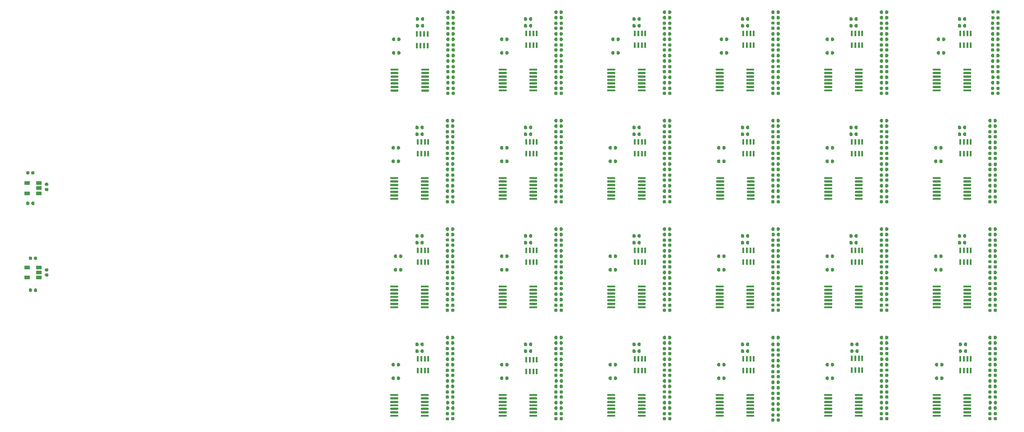
<source format=gbr>
G04 #@! TF.GenerationSoftware,KiCad,Pcbnew,5.1.6-c6e7f7d~86~ubuntu20.04.1*
G04 #@! TF.CreationDate,2020-05-31T10:56:46+02:00*
G04 #@! TF.ProjectId,HPPSI02,48505053-4930-4322-9e6b-696361645f70,rev?*
G04 #@! TF.SameCoordinates,Original*
G04 #@! TF.FileFunction,Paste,Top*
G04 #@! TF.FilePolarity,Positive*
%FSLAX46Y46*%
G04 Gerber Fmt 4.6, Leading zero omitted, Abs format (unit mm)*
G04 Created by KiCad (PCBNEW 5.1.6-c6e7f7d~86~ubuntu20.04.1) date 2020-05-31 10:56:46*
%MOMM*%
%LPD*%
G01*
G04 APERTURE LIST*
%ADD10R,0.400000X1.060000*%
%ADD11R,1.060000X0.650000*%
G04 APERTURE END LIST*
G36*
G01*
X56190000Y-77896500D02*
X56190000Y-77551500D01*
G75*
G02*
X56337500Y-77404000I147500J0D01*
G01*
X56632500Y-77404000D01*
G75*
G02*
X56780000Y-77551500I0J-147500D01*
G01*
X56780000Y-77896500D01*
G75*
G02*
X56632500Y-78044000I-147500J0D01*
G01*
X56337500Y-78044000D01*
G75*
G02*
X56190000Y-77896500I0J147500D01*
G01*
G37*
G36*
G01*
X55220000Y-77896500D02*
X55220000Y-77551500D01*
G75*
G02*
X55367500Y-77404000I147500J0D01*
G01*
X55662500Y-77404000D01*
G75*
G02*
X55810000Y-77551500I0J-147500D01*
G01*
X55810000Y-77896500D01*
G75*
G02*
X55662500Y-78044000I-147500J0D01*
G01*
X55367500Y-78044000D01*
G75*
G02*
X55220000Y-77896500I0J147500D01*
G01*
G37*
G36*
G01*
X56190000Y-72172500D02*
X56190000Y-71827500D01*
G75*
G02*
X56337500Y-71680000I147500J0D01*
G01*
X56632500Y-71680000D01*
G75*
G02*
X56780000Y-71827500I0J-147500D01*
G01*
X56780000Y-72172500D01*
G75*
G02*
X56632500Y-72320000I-147500J0D01*
G01*
X56337500Y-72320000D01*
G75*
G02*
X56190000Y-72172500I0J147500D01*
G01*
G37*
G36*
G01*
X55220000Y-72172500D02*
X55220000Y-71827500D01*
G75*
G02*
X55367500Y-71680000I147500J0D01*
G01*
X55662500Y-71680000D01*
G75*
G02*
X55810000Y-71827500I0J-147500D01*
G01*
X55810000Y-72172500D01*
G75*
G02*
X55662500Y-72320000I-147500J0D01*
G01*
X55367500Y-72320000D01*
G75*
G02*
X55220000Y-72172500I0J147500D01*
G01*
G37*
G36*
G01*
X56675000Y-94172500D02*
X56675000Y-93827500D01*
G75*
G02*
X56822500Y-93680000I147500J0D01*
G01*
X57117500Y-93680000D01*
G75*
G02*
X57265000Y-93827500I0J-147500D01*
G01*
X57265000Y-94172500D01*
G75*
G02*
X57117500Y-94320000I-147500J0D01*
G01*
X56822500Y-94320000D01*
G75*
G02*
X56675000Y-94172500I0J147500D01*
G01*
G37*
G36*
G01*
X55705000Y-94172500D02*
X55705000Y-93827500D01*
G75*
G02*
X55852500Y-93680000I147500J0D01*
G01*
X56147500Y-93680000D01*
G75*
G02*
X56295000Y-93827500I0J-147500D01*
G01*
X56295000Y-94172500D01*
G75*
G02*
X56147500Y-94320000I-147500J0D01*
G01*
X55852500Y-94320000D01*
G75*
G02*
X55705000Y-94172500I0J147500D01*
G01*
G37*
G36*
G01*
X56675000Y-88172500D02*
X56675000Y-87827500D01*
G75*
G02*
X56822500Y-87680000I147500J0D01*
G01*
X57117500Y-87680000D01*
G75*
G02*
X57265000Y-87827500I0J-147500D01*
G01*
X57265000Y-88172500D01*
G75*
G02*
X57117500Y-88320000I-147500J0D01*
G01*
X56822500Y-88320000D01*
G75*
G02*
X56675000Y-88172500I0J147500D01*
G01*
G37*
G36*
G01*
X55705000Y-88172500D02*
X55705000Y-87827500D01*
G75*
G02*
X55852500Y-87680000I147500J0D01*
G01*
X56147500Y-87680000D01*
G75*
G02*
X56295000Y-87827500I0J-147500D01*
G01*
X56295000Y-88172500D01*
G75*
G02*
X56147500Y-88320000I-147500J0D01*
G01*
X55852500Y-88320000D01*
G75*
G02*
X55705000Y-88172500I0J147500D01*
G01*
G37*
G36*
G01*
X58882500Y-74830000D02*
X59227500Y-74830000D01*
G75*
G02*
X59375000Y-74977500I0J-147500D01*
G01*
X59375000Y-75272500D01*
G75*
G02*
X59227500Y-75420000I-147500J0D01*
G01*
X58882500Y-75420000D01*
G75*
G02*
X58735000Y-75272500I0J147500D01*
G01*
X58735000Y-74977500D01*
G75*
G02*
X58882500Y-74830000I147500J0D01*
G01*
G37*
G36*
G01*
X58882500Y-73860000D02*
X59227500Y-73860000D01*
G75*
G02*
X59375000Y-74007500I0J-147500D01*
G01*
X59375000Y-74302500D01*
G75*
G02*
X59227500Y-74450000I-147500J0D01*
G01*
X58882500Y-74450000D01*
G75*
G02*
X58735000Y-74302500I0J147500D01*
G01*
X58735000Y-74007500D01*
G75*
G02*
X58882500Y-73860000I147500J0D01*
G01*
G37*
G36*
G01*
X129159000Y-43362500D02*
X129159000Y-43017500D01*
G75*
G02*
X129306500Y-42870000I147500J0D01*
G01*
X129601500Y-42870000D01*
G75*
G02*
X129749000Y-43017500I0J-147500D01*
G01*
X129749000Y-43362500D01*
G75*
G02*
X129601500Y-43510000I-147500J0D01*
G01*
X129306500Y-43510000D01*
G75*
G02*
X129159000Y-43362500I0J147500D01*
G01*
G37*
G36*
G01*
X128189000Y-43362500D02*
X128189000Y-43017500D01*
G75*
G02*
X128336500Y-42870000I147500J0D01*
G01*
X128631500Y-42870000D01*
G75*
G02*
X128779000Y-43017500I0J-147500D01*
G01*
X128779000Y-43362500D01*
G75*
G02*
X128631500Y-43510000I-147500J0D01*
G01*
X128336500Y-43510000D01*
G75*
G02*
X128189000Y-43362500I0J147500D01*
G01*
G37*
G36*
G01*
X129159000Y-44632500D02*
X129159000Y-44287500D01*
G75*
G02*
X129306500Y-44140000I147500J0D01*
G01*
X129601500Y-44140000D01*
G75*
G02*
X129749000Y-44287500I0J-147500D01*
G01*
X129749000Y-44632500D01*
G75*
G02*
X129601500Y-44780000I-147500J0D01*
G01*
X129306500Y-44780000D01*
G75*
G02*
X129159000Y-44632500I0J147500D01*
G01*
G37*
G36*
G01*
X128189000Y-44632500D02*
X128189000Y-44287500D01*
G75*
G02*
X128336500Y-44140000I147500J0D01*
G01*
X128631500Y-44140000D01*
G75*
G02*
X128779000Y-44287500I0J-147500D01*
G01*
X128779000Y-44632500D01*
G75*
G02*
X128631500Y-44780000I-147500J0D01*
G01*
X128336500Y-44780000D01*
G75*
G02*
X128189000Y-44632500I0J147500D01*
G01*
G37*
G36*
G01*
X134003500Y-44627000D02*
X134348500Y-44627000D01*
G75*
G02*
X134496000Y-44774500I0J-147500D01*
G01*
X134496000Y-45069500D01*
G75*
G02*
X134348500Y-45217000I-147500J0D01*
G01*
X134003500Y-45217000D01*
G75*
G02*
X133856000Y-45069500I0J147500D01*
G01*
X133856000Y-44774500D01*
G75*
G02*
X134003500Y-44627000I147500J0D01*
G01*
G37*
G36*
G01*
X134003500Y-43657000D02*
X134348500Y-43657000D01*
G75*
G02*
X134496000Y-43804500I0J-147500D01*
G01*
X134496000Y-44099500D01*
G75*
G02*
X134348500Y-44247000I-147500J0D01*
G01*
X134003500Y-44247000D01*
G75*
G02*
X133856000Y-44099500I0J147500D01*
G01*
X133856000Y-43804500D01*
G75*
G02*
X134003500Y-43657000I147500J0D01*
G01*
G37*
G36*
G01*
X134003500Y-48691000D02*
X134348500Y-48691000D01*
G75*
G02*
X134496000Y-48838500I0J-147500D01*
G01*
X134496000Y-49133500D01*
G75*
G02*
X134348500Y-49281000I-147500J0D01*
G01*
X134003500Y-49281000D01*
G75*
G02*
X133856000Y-49133500I0J147500D01*
G01*
X133856000Y-48838500D01*
G75*
G02*
X134003500Y-48691000I147500J0D01*
G01*
G37*
G36*
G01*
X134003500Y-47721000D02*
X134348500Y-47721000D01*
G75*
G02*
X134496000Y-47868500I0J-147500D01*
G01*
X134496000Y-48163500D01*
G75*
G02*
X134348500Y-48311000I-147500J0D01*
G01*
X134003500Y-48311000D01*
G75*
G02*
X133856000Y-48163500I0J147500D01*
G01*
X133856000Y-47868500D01*
G75*
G02*
X134003500Y-47721000I147500J0D01*
G01*
G37*
G36*
G01*
X134003500Y-52778000D02*
X134348500Y-52778000D01*
G75*
G02*
X134496000Y-52925500I0J-147500D01*
G01*
X134496000Y-53220500D01*
G75*
G02*
X134348500Y-53368000I-147500J0D01*
G01*
X134003500Y-53368000D01*
G75*
G02*
X133856000Y-53220500I0J147500D01*
G01*
X133856000Y-52925500D01*
G75*
G02*
X134003500Y-52778000I147500J0D01*
G01*
G37*
G36*
G01*
X134003500Y-51808000D02*
X134348500Y-51808000D01*
G75*
G02*
X134496000Y-51955500I0J-147500D01*
G01*
X134496000Y-52250500D01*
G75*
G02*
X134348500Y-52398000I-147500J0D01*
G01*
X134003500Y-52398000D01*
G75*
G02*
X133856000Y-52250500I0J147500D01*
G01*
X133856000Y-51955500D01*
G75*
G02*
X134003500Y-51808000I147500J0D01*
G01*
G37*
G36*
G01*
X134003500Y-56842000D02*
X134348500Y-56842000D01*
G75*
G02*
X134496000Y-56989500I0J-147500D01*
G01*
X134496000Y-57284500D01*
G75*
G02*
X134348500Y-57432000I-147500J0D01*
G01*
X134003500Y-57432000D01*
G75*
G02*
X133856000Y-57284500I0J147500D01*
G01*
X133856000Y-56989500D01*
G75*
G02*
X134003500Y-56842000I147500J0D01*
G01*
G37*
G36*
G01*
X134003500Y-55872000D02*
X134348500Y-55872000D01*
G75*
G02*
X134496000Y-56019500I0J-147500D01*
G01*
X134496000Y-56314500D01*
G75*
G02*
X134348500Y-56462000I-147500J0D01*
G01*
X134003500Y-56462000D01*
G75*
G02*
X133856000Y-56314500I0J147500D01*
G01*
X133856000Y-56019500D01*
G75*
G02*
X134003500Y-55872000I147500J0D01*
G01*
G37*
G36*
G01*
X134874000Y-42092500D02*
X134874000Y-41747500D01*
G75*
G02*
X135021500Y-41600000I147500J0D01*
G01*
X135316500Y-41600000D01*
G75*
G02*
X135464000Y-41747500I0J-147500D01*
G01*
X135464000Y-42092500D01*
G75*
G02*
X135316500Y-42240000I-147500J0D01*
G01*
X135021500Y-42240000D01*
G75*
G02*
X134874000Y-42092500I0J147500D01*
G01*
G37*
G36*
G01*
X133904000Y-42092500D02*
X133904000Y-41747500D01*
G75*
G02*
X134051500Y-41600000I147500J0D01*
G01*
X134346500Y-41600000D01*
G75*
G02*
X134494000Y-41747500I0J-147500D01*
G01*
X134494000Y-42092500D01*
G75*
G02*
X134346500Y-42240000I-147500J0D01*
G01*
X134051500Y-42240000D01*
G75*
G02*
X133904000Y-42092500I0J147500D01*
G01*
G37*
G36*
G01*
X134874000Y-46156500D02*
X134874000Y-45811500D01*
G75*
G02*
X135021500Y-45664000I147500J0D01*
G01*
X135316500Y-45664000D01*
G75*
G02*
X135464000Y-45811500I0J-147500D01*
G01*
X135464000Y-46156500D01*
G75*
G02*
X135316500Y-46304000I-147500J0D01*
G01*
X135021500Y-46304000D01*
G75*
G02*
X134874000Y-46156500I0J147500D01*
G01*
G37*
G36*
G01*
X133904000Y-46156500D02*
X133904000Y-45811500D01*
G75*
G02*
X134051500Y-45664000I147500J0D01*
G01*
X134346500Y-45664000D01*
G75*
G02*
X134494000Y-45811500I0J-147500D01*
G01*
X134494000Y-46156500D01*
G75*
G02*
X134346500Y-46304000I-147500J0D01*
G01*
X134051500Y-46304000D01*
G75*
G02*
X133904000Y-46156500I0J147500D01*
G01*
G37*
G36*
G01*
X134874000Y-50220500D02*
X134874000Y-49875500D01*
G75*
G02*
X135021500Y-49728000I147500J0D01*
G01*
X135316500Y-49728000D01*
G75*
G02*
X135464000Y-49875500I0J-147500D01*
G01*
X135464000Y-50220500D01*
G75*
G02*
X135316500Y-50368000I-147500J0D01*
G01*
X135021500Y-50368000D01*
G75*
G02*
X134874000Y-50220500I0J147500D01*
G01*
G37*
G36*
G01*
X133904000Y-50220500D02*
X133904000Y-49875500D01*
G75*
G02*
X134051500Y-49728000I147500J0D01*
G01*
X134346500Y-49728000D01*
G75*
G02*
X134494000Y-49875500I0J-147500D01*
G01*
X134494000Y-50220500D01*
G75*
G02*
X134346500Y-50368000I-147500J0D01*
G01*
X134051500Y-50368000D01*
G75*
G02*
X133904000Y-50220500I0J147500D01*
G01*
G37*
G36*
G01*
X134874000Y-54284500D02*
X134874000Y-53939500D01*
G75*
G02*
X135021500Y-53792000I147500J0D01*
G01*
X135316500Y-53792000D01*
G75*
G02*
X135464000Y-53939500I0J-147500D01*
G01*
X135464000Y-54284500D01*
G75*
G02*
X135316500Y-54432000I-147500J0D01*
G01*
X135021500Y-54432000D01*
G75*
G02*
X134874000Y-54284500I0J147500D01*
G01*
G37*
G36*
G01*
X133904000Y-54284500D02*
X133904000Y-53939500D01*
G75*
G02*
X134051500Y-53792000I147500J0D01*
G01*
X134346500Y-53792000D01*
G75*
G02*
X134494000Y-53939500I0J-147500D01*
G01*
X134494000Y-54284500D01*
G75*
G02*
X134346500Y-54432000I-147500J0D01*
G01*
X134051500Y-54432000D01*
G75*
G02*
X133904000Y-54284500I0J147500D01*
G01*
G37*
G36*
G01*
X149415000Y-43352500D02*
X149415000Y-43007500D01*
G75*
G02*
X149562500Y-42860000I147500J0D01*
G01*
X149857500Y-42860000D01*
G75*
G02*
X150005000Y-43007500I0J-147500D01*
G01*
X150005000Y-43352500D01*
G75*
G02*
X149857500Y-43500000I-147500J0D01*
G01*
X149562500Y-43500000D01*
G75*
G02*
X149415000Y-43352500I0J147500D01*
G01*
G37*
G36*
G01*
X148445000Y-43352500D02*
X148445000Y-43007500D01*
G75*
G02*
X148592500Y-42860000I147500J0D01*
G01*
X148887500Y-42860000D01*
G75*
G02*
X149035000Y-43007500I0J-147500D01*
G01*
X149035000Y-43352500D01*
G75*
G02*
X148887500Y-43500000I-147500J0D01*
G01*
X148592500Y-43500000D01*
G75*
G02*
X148445000Y-43352500I0J147500D01*
G01*
G37*
G36*
G01*
X149415000Y-44622500D02*
X149415000Y-44277500D01*
G75*
G02*
X149562500Y-44130000I147500J0D01*
G01*
X149857500Y-44130000D01*
G75*
G02*
X150005000Y-44277500I0J-147500D01*
G01*
X150005000Y-44622500D01*
G75*
G02*
X149857500Y-44770000I-147500J0D01*
G01*
X149562500Y-44770000D01*
G75*
G02*
X149415000Y-44622500I0J147500D01*
G01*
G37*
G36*
G01*
X148445000Y-44622500D02*
X148445000Y-44277500D01*
G75*
G02*
X148592500Y-44130000I147500J0D01*
G01*
X148887500Y-44130000D01*
G75*
G02*
X149035000Y-44277500I0J-147500D01*
G01*
X149035000Y-44622500D01*
G75*
G02*
X148887500Y-44770000I-147500J0D01*
G01*
X148592500Y-44770000D01*
G75*
G02*
X148445000Y-44622500I0J147500D01*
G01*
G37*
G36*
G01*
X154259500Y-44640000D02*
X154604500Y-44640000D01*
G75*
G02*
X154752000Y-44787500I0J-147500D01*
G01*
X154752000Y-45082500D01*
G75*
G02*
X154604500Y-45230000I-147500J0D01*
G01*
X154259500Y-45230000D01*
G75*
G02*
X154112000Y-45082500I0J147500D01*
G01*
X154112000Y-44787500D01*
G75*
G02*
X154259500Y-44640000I147500J0D01*
G01*
G37*
G36*
G01*
X154259500Y-43670000D02*
X154604500Y-43670000D01*
G75*
G02*
X154752000Y-43817500I0J-147500D01*
G01*
X154752000Y-44112500D01*
G75*
G02*
X154604500Y-44260000I-147500J0D01*
G01*
X154259500Y-44260000D01*
G75*
G02*
X154112000Y-44112500I0J147500D01*
G01*
X154112000Y-43817500D01*
G75*
G02*
X154259500Y-43670000I147500J0D01*
G01*
G37*
G36*
G01*
X154259500Y-48704000D02*
X154604500Y-48704000D01*
G75*
G02*
X154752000Y-48851500I0J-147500D01*
G01*
X154752000Y-49146500D01*
G75*
G02*
X154604500Y-49294000I-147500J0D01*
G01*
X154259500Y-49294000D01*
G75*
G02*
X154112000Y-49146500I0J147500D01*
G01*
X154112000Y-48851500D01*
G75*
G02*
X154259500Y-48704000I147500J0D01*
G01*
G37*
G36*
G01*
X154259500Y-47734000D02*
X154604500Y-47734000D01*
G75*
G02*
X154752000Y-47881500I0J-147500D01*
G01*
X154752000Y-48176500D01*
G75*
G02*
X154604500Y-48324000I-147500J0D01*
G01*
X154259500Y-48324000D01*
G75*
G02*
X154112000Y-48176500I0J147500D01*
G01*
X154112000Y-47881500D01*
G75*
G02*
X154259500Y-47734000I147500J0D01*
G01*
G37*
G36*
G01*
X154259500Y-52768000D02*
X154604500Y-52768000D01*
G75*
G02*
X154752000Y-52915500I0J-147500D01*
G01*
X154752000Y-53210500D01*
G75*
G02*
X154604500Y-53358000I-147500J0D01*
G01*
X154259500Y-53358000D01*
G75*
G02*
X154112000Y-53210500I0J147500D01*
G01*
X154112000Y-52915500D01*
G75*
G02*
X154259500Y-52768000I147500J0D01*
G01*
G37*
G36*
G01*
X154259500Y-51798000D02*
X154604500Y-51798000D01*
G75*
G02*
X154752000Y-51945500I0J-147500D01*
G01*
X154752000Y-52240500D01*
G75*
G02*
X154604500Y-52388000I-147500J0D01*
G01*
X154259500Y-52388000D01*
G75*
G02*
X154112000Y-52240500I0J147500D01*
G01*
X154112000Y-51945500D01*
G75*
G02*
X154259500Y-51798000I147500J0D01*
G01*
G37*
G36*
G01*
X154259500Y-56832000D02*
X154604500Y-56832000D01*
G75*
G02*
X154752000Y-56979500I0J-147500D01*
G01*
X154752000Y-57274500D01*
G75*
G02*
X154604500Y-57422000I-147500J0D01*
G01*
X154259500Y-57422000D01*
G75*
G02*
X154112000Y-57274500I0J147500D01*
G01*
X154112000Y-56979500D01*
G75*
G02*
X154259500Y-56832000I147500J0D01*
G01*
G37*
G36*
G01*
X154259500Y-55862000D02*
X154604500Y-55862000D01*
G75*
G02*
X154752000Y-56009500I0J-147500D01*
G01*
X154752000Y-56304500D01*
G75*
G02*
X154604500Y-56452000I-147500J0D01*
G01*
X154259500Y-56452000D01*
G75*
G02*
X154112000Y-56304500I0J147500D01*
G01*
X154112000Y-56009500D01*
G75*
G02*
X154259500Y-55862000I147500J0D01*
G01*
G37*
G36*
G01*
X155130000Y-42082500D02*
X155130000Y-41737500D01*
G75*
G02*
X155277500Y-41590000I147500J0D01*
G01*
X155572500Y-41590000D01*
G75*
G02*
X155720000Y-41737500I0J-147500D01*
G01*
X155720000Y-42082500D01*
G75*
G02*
X155572500Y-42230000I-147500J0D01*
G01*
X155277500Y-42230000D01*
G75*
G02*
X155130000Y-42082500I0J147500D01*
G01*
G37*
G36*
G01*
X154160000Y-42082500D02*
X154160000Y-41737500D01*
G75*
G02*
X154307500Y-41590000I147500J0D01*
G01*
X154602500Y-41590000D01*
G75*
G02*
X154750000Y-41737500I0J-147500D01*
G01*
X154750000Y-42082500D01*
G75*
G02*
X154602500Y-42230000I-147500J0D01*
G01*
X154307500Y-42230000D01*
G75*
G02*
X154160000Y-42082500I0J147500D01*
G01*
G37*
G36*
G01*
X155130000Y-46146500D02*
X155130000Y-45801500D01*
G75*
G02*
X155277500Y-45654000I147500J0D01*
G01*
X155572500Y-45654000D01*
G75*
G02*
X155720000Y-45801500I0J-147500D01*
G01*
X155720000Y-46146500D01*
G75*
G02*
X155572500Y-46294000I-147500J0D01*
G01*
X155277500Y-46294000D01*
G75*
G02*
X155130000Y-46146500I0J147500D01*
G01*
G37*
G36*
G01*
X154160000Y-46146500D02*
X154160000Y-45801500D01*
G75*
G02*
X154307500Y-45654000I147500J0D01*
G01*
X154602500Y-45654000D01*
G75*
G02*
X154750000Y-45801500I0J-147500D01*
G01*
X154750000Y-46146500D01*
G75*
G02*
X154602500Y-46294000I-147500J0D01*
G01*
X154307500Y-46294000D01*
G75*
G02*
X154160000Y-46146500I0J147500D01*
G01*
G37*
G36*
G01*
X155130000Y-50210500D02*
X155130000Y-49865500D01*
G75*
G02*
X155277500Y-49718000I147500J0D01*
G01*
X155572500Y-49718000D01*
G75*
G02*
X155720000Y-49865500I0J-147500D01*
G01*
X155720000Y-50210500D01*
G75*
G02*
X155572500Y-50358000I-147500J0D01*
G01*
X155277500Y-50358000D01*
G75*
G02*
X155130000Y-50210500I0J147500D01*
G01*
G37*
G36*
G01*
X154160000Y-50210500D02*
X154160000Y-49865500D01*
G75*
G02*
X154307500Y-49718000I147500J0D01*
G01*
X154602500Y-49718000D01*
G75*
G02*
X154750000Y-49865500I0J-147500D01*
G01*
X154750000Y-50210500D01*
G75*
G02*
X154602500Y-50358000I-147500J0D01*
G01*
X154307500Y-50358000D01*
G75*
G02*
X154160000Y-50210500I0J147500D01*
G01*
G37*
G36*
G01*
X155130000Y-54274500D02*
X155130000Y-53929500D01*
G75*
G02*
X155277500Y-53782000I147500J0D01*
G01*
X155572500Y-53782000D01*
G75*
G02*
X155720000Y-53929500I0J-147500D01*
G01*
X155720000Y-54274500D01*
G75*
G02*
X155572500Y-54422000I-147500J0D01*
G01*
X155277500Y-54422000D01*
G75*
G02*
X155130000Y-54274500I0J147500D01*
G01*
G37*
G36*
G01*
X154160000Y-54274500D02*
X154160000Y-53929500D01*
G75*
G02*
X154307500Y-53782000I147500J0D01*
G01*
X154602500Y-53782000D01*
G75*
G02*
X154750000Y-53929500I0J-147500D01*
G01*
X154750000Y-54274500D01*
G75*
G02*
X154602500Y-54422000I-147500J0D01*
G01*
X154307500Y-54422000D01*
G75*
G02*
X154160000Y-54274500I0J147500D01*
G01*
G37*
G36*
G01*
X169735000Y-43352500D02*
X169735000Y-43007500D01*
G75*
G02*
X169882500Y-42860000I147500J0D01*
G01*
X170177500Y-42860000D01*
G75*
G02*
X170325000Y-43007500I0J-147500D01*
G01*
X170325000Y-43352500D01*
G75*
G02*
X170177500Y-43500000I-147500J0D01*
G01*
X169882500Y-43500000D01*
G75*
G02*
X169735000Y-43352500I0J147500D01*
G01*
G37*
G36*
G01*
X168765000Y-43352500D02*
X168765000Y-43007500D01*
G75*
G02*
X168912500Y-42860000I147500J0D01*
G01*
X169207500Y-42860000D01*
G75*
G02*
X169355000Y-43007500I0J-147500D01*
G01*
X169355000Y-43352500D01*
G75*
G02*
X169207500Y-43500000I-147500J0D01*
G01*
X168912500Y-43500000D01*
G75*
G02*
X168765000Y-43352500I0J147500D01*
G01*
G37*
G36*
G01*
X169735000Y-44622500D02*
X169735000Y-44277500D01*
G75*
G02*
X169882500Y-44130000I147500J0D01*
G01*
X170177500Y-44130000D01*
G75*
G02*
X170325000Y-44277500I0J-147500D01*
G01*
X170325000Y-44622500D01*
G75*
G02*
X170177500Y-44770000I-147500J0D01*
G01*
X169882500Y-44770000D01*
G75*
G02*
X169735000Y-44622500I0J147500D01*
G01*
G37*
G36*
G01*
X168765000Y-44622500D02*
X168765000Y-44277500D01*
G75*
G02*
X168912500Y-44130000I147500J0D01*
G01*
X169207500Y-44130000D01*
G75*
G02*
X169355000Y-44277500I0J-147500D01*
G01*
X169355000Y-44622500D01*
G75*
G02*
X169207500Y-44770000I-147500J0D01*
G01*
X168912500Y-44770000D01*
G75*
G02*
X168765000Y-44622500I0J147500D01*
G01*
G37*
G36*
G01*
X174579500Y-44640000D02*
X174924500Y-44640000D01*
G75*
G02*
X175072000Y-44787500I0J-147500D01*
G01*
X175072000Y-45082500D01*
G75*
G02*
X174924500Y-45230000I-147500J0D01*
G01*
X174579500Y-45230000D01*
G75*
G02*
X174432000Y-45082500I0J147500D01*
G01*
X174432000Y-44787500D01*
G75*
G02*
X174579500Y-44640000I147500J0D01*
G01*
G37*
G36*
G01*
X174579500Y-43670000D02*
X174924500Y-43670000D01*
G75*
G02*
X175072000Y-43817500I0J-147500D01*
G01*
X175072000Y-44112500D01*
G75*
G02*
X174924500Y-44260000I-147500J0D01*
G01*
X174579500Y-44260000D01*
G75*
G02*
X174432000Y-44112500I0J147500D01*
G01*
X174432000Y-43817500D01*
G75*
G02*
X174579500Y-43670000I147500J0D01*
G01*
G37*
G36*
G01*
X174579500Y-48681000D02*
X174924500Y-48681000D01*
G75*
G02*
X175072000Y-48828500I0J-147500D01*
G01*
X175072000Y-49123500D01*
G75*
G02*
X174924500Y-49271000I-147500J0D01*
G01*
X174579500Y-49271000D01*
G75*
G02*
X174432000Y-49123500I0J147500D01*
G01*
X174432000Y-48828500D01*
G75*
G02*
X174579500Y-48681000I147500J0D01*
G01*
G37*
G36*
G01*
X174579500Y-47711000D02*
X174924500Y-47711000D01*
G75*
G02*
X175072000Y-47858500I0J-147500D01*
G01*
X175072000Y-48153500D01*
G75*
G02*
X174924500Y-48301000I-147500J0D01*
G01*
X174579500Y-48301000D01*
G75*
G02*
X174432000Y-48153500I0J147500D01*
G01*
X174432000Y-47858500D01*
G75*
G02*
X174579500Y-47711000I147500J0D01*
G01*
G37*
G36*
G01*
X174579500Y-52768000D02*
X174924500Y-52768000D01*
G75*
G02*
X175072000Y-52915500I0J-147500D01*
G01*
X175072000Y-53210500D01*
G75*
G02*
X174924500Y-53358000I-147500J0D01*
G01*
X174579500Y-53358000D01*
G75*
G02*
X174432000Y-53210500I0J147500D01*
G01*
X174432000Y-52915500D01*
G75*
G02*
X174579500Y-52768000I147500J0D01*
G01*
G37*
G36*
G01*
X174579500Y-51798000D02*
X174924500Y-51798000D01*
G75*
G02*
X175072000Y-51945500I0J-147500D01*
G01*
X175072000Y-52240500D01*
G75*
G02*
X174924500Y-52388000I-147500J0D01*
G01*
X174579500Y-52388000D01*
G75*
G02*
X174432000Y-52240500I0J147500D01*
G01*
X174432000Y-51945500D01*
G75*
G02*
X174579500Y-51798000I147500J0D01*
G01*
G37*
G36*
G01*
X174579500Y-56832000D02*
X174924500Y-56832000D01*
G75*
G02*
X175072000Y-56979500I0J-147500D01*
G01*
X175072000Y-57274500D01*
G75*
G02*
X174924500Y-57422000I-147500J0D01*
G01*
X174579500Y-57422000D01*
G75*
G02*
X174432000Y-57274500I0J147500D01*
G01*
X174432000Y-56979500D01*
G75*
G02*
X174579500Y-56832000I147500J0D01*
G01*
G37*
G36*
G01*
X174579500Y-55862000D02*
X174924500Y-55862000D01*
G75*
G02*
X175072000Y-56009500I0J-147500D01*
G01*
X175072000Y-56304500D01*
G75*
G02*
X174924500Y-56452000I-147500J0D01*
G01*
X174579500Y-56452000D01*
G75*
G02*
X174432000Y-56304500I0J147500D01*
G01*
X174432000Y-56009500D01*
G75*
G02*
X174579500Y-55862000I147500J0D01*
G01*
G37*
G36*
G01*
X175450000Y-42082500D02*
X175450000Y-41737500D01*
G75*
G02*
X175597500Y-41590000I147500J0D01*
G01*
X175892500Y-41590000D01*
G75*
G02*
X176040000Y-41737500I0J-147500D01*
G01*
X176040000Y-42082500D01*
G75*
G02*
X175892500Y-42230000I-147500J0D01*
G01*
X175597500Y-42230000D01*
G75*
G02*
X175450000Y-42082500I0J147500D01*
G01*
G37*
G36*
G01*
X174480000Y-42082500D02*
X174480000Y-41737500D01*
G75*
G02*
X174627500Y-41590000I147500J0D01*
G01*
X174922500Y-41590000D01*
G75*
G02*
X175070000Y-41737500I0J-147500D01*
G01*
X175070000Y-42082500D01*
G75*
G02*
X174922500Y-42230000I-147500J0D01*
G01*
X174627500Y-42230000D01*
G75*
G02*
X174480000Y-42082500I0J147500D01*
G01*
G37*
G36*
G01*
X175450000Y-46146500D02*
X175450000Y-45801500D01*
G75*
G02*
X175597500Y-45654000I147500J0D01*
G01*
X175892500Y-45654000D01*
G75*
G02*
X176040000Y-45801500I0J-147500D01*
G01*
X176040000Y-46146500D01*
G75*
G02*
X175892500Y-46294000I-147500J0D01*
G01*
X175597500Y-46294000D01*
G75*
G02*
X175450000Y-46146500I0J147500D01*
G01*
G37*
G36*
G01*
X174480000Y-46146500D02*
X174480000Y-45801500D01*
G75*
G02*
X174627500Y-45654000I147500J0D01*
G01*
X174922500Y-45654000D01*
G75*
G02*
X175070000Y-45801500I0J-147500D01*
G01*
X175070000Y-46146500D01*
G75*
G02*
X174922500Y-46294000I-147500J0D01*
G01*
X174627500Y-46294000D01*
G75*
G02*
X174480000Y-46146500I0J147500D01*
G01*
G37*
G36*
G01*
X175450000Y-50210500D02*
X175450000Y-49865500D01*
G75*
G02*
X175597500Y-49718000I147500J0D01*
G01*
X175892500Y-49718000D01*
G75*
G02*
X176040000Y-49865500I0J-147500D01*
G01*
X176040000Y-50210500D01*
G75*
G02*
X175892500Y-50358000I-147500J0D01*
G01*
X175597500Y-50358000D01*
G75*
G02*
X175450000Y-50210500I0J147500D01*
G01*
G37*
G36*
G01*
X174480000Y-50210500D02*
X174480000Y-49865500D01*
G75*
G02*
X174627500Y-49718000I147500J0D01*
G01*
X174922500Y-49718000D01*
G75*
G02*
X175070000Y-49865500I0J-147500D01*
G01*
X175070000Y-50210500D01*
G75*
G02*
X174922500Y-50358000I-147500J0D01*
G01*
X174627500Y-50358000D01*
G75*
G02*
X174480000Y-50210500I0J147500D01*
G01*
G37*
G36*
G01*
X175473000Y-54274500D02*
X175473000Y-53929500D01*
G75*
G02*
X175620500Y-53782000I147500J0D01*
G01*
X175915500Y-53782000D01*
G75*
G02*
X176063000Y-53929500I0J-147500D01*
G01*
X176063000Y-54274500D01*
G75*
G02*
X175915500Y-54422000I-147500J0D01*
G01*
X175620500Y-54422000D01*
G75*
G02*
X175473000Y-54274500I0J147500D01*
G01*
G37*
G36*
G01*
X174503000Y-54274500D02*
X174503000Y-53929500D01*
G75*
G02*
X174650500Y-53782000I147500J0D01*
G01*
X174945500Y-53782000D01*
G75*
G02*
X175093000Y-53929500I0J-147500D01*
G01*
X175093000Y-54274500D01*
G75*
G02*
X174945500Y-54422000I-147500J0D01*
G01*
X174650500Y-54422000D01*
G75*
G02*
X174503000Y-54274500I0J147500D01*
G01*
G37*
G36*
G01*
X190055000Y-43352500D02*
X190055000Y-43007500D01*
G75*
G02*
X190202500Y-42860000I147500J0D01*
G01*
X190497500Y-42860000D01*
G75*
G02*
X190645000Y-43007500I0J-147500D01*
G01*
X190645000Y-43352500D01*
G75*
G02*
X190497500Y-43500000I-147500J0D01*
G01*
X190202500Y-43500000D01*
G75*
G02*
X190055000Y-43352500I0J147500D01*
G01*
G37*
G36*
G01*
X189085000Y-43352500D02*
X189085000Y-43007500D01*
G75*
G02*
X189232500Y-42860000I147500J0D01*
G01*
X189527500Y-42860000D01*
G75*
G02*
X189675000Y-43007500I0J-147500D01*
G01*
X189675000Y-43352500D01*
G75*
G02*
X189527500Y-43500000I-147500J0D01*
G01*
X189232500Y-43500000D01*
G75*
G02*
X189085000Y-43352500I0J147500D01*
G01*
G37*
G36*
G01*
X190055000Y-44622500D02*
X190055000Y-44277500D01*
G75*
G02*
X190202500Y-44130000I147500J0D01*
G01*
X190497500Y-44130000D01*
G75*
G02*
X190645000Y-44277500I0J-147500D01*
G01*
X190645000Y-44622500D01*
G75*
G02*
X190497500Y-44770000I-147500J0D01*
G01*
X190202500Y-44770000D01*
G75*
G02*
X190055000Y-44622500I0J147500D01*
G01*
G37*
G36*
G01*
X189085000Y-44622500D02*
X189085000Y-44277500D01*
G75*
G02*
X189232500Y-44130000I147500J0D01*
G01*
X189527500Y-44130000D01*
G75*
G02*
X189675000Y-44277500I0J-147500D01*
G01*
X189675000Y-44622500D01*
G75*
G02*
X189527500Y-44770000I-147500J0D01*
G01*
X189232500Y-44770000D01*
G75*
G02*
X189085000Y-44622500I0J147500D01*
G01*
G37*
G36*
G01*
X194899500Y-44617000D02*
X195244500Y-44617000D01*
G75*
G02*
X195392000Y-44764500I0J-147500D01*
G01*
X195392000Y-45059500D01*
G75*
G02*
X195244500Y-45207000I-147500J0D01*
G01*
X194899500Y-45207000D01*
G75*
G02*
X194752000Y-45059500I0J147500D01*
G01*
X194752000Y-44764500D01*
G75*
G02*
X194899500Y-44617000I147500J0D01*
G01*
G37*
G36*
G01*
X194899500Y-43647000D02*
X195244500Y-43647000D01*
G75*
G02*
X195392000Y-43794500I0J-147500D01*
G01*
X195392000Y-44089500D01*
G75*
G02*
X195244500Y-44237000I-147500J0D01*
G01*
X194899500Y-44237000D01*
G75*
G02*
X194752000Y-44089500I0J147500D01*
G01*
X194752000Y-43794500D01*
G75*
G02*
X194899500Y-43647000I147500J0D01*
G01*
G37*
G36*
G01*
X194899500Y-48704000D02*
X195244500Y-48704000D01*
G75*
G02*
X195392000Y-48851500I0J-147500D01*
G01*
X195392000Y-49146500D01*
G75*
G02*
X195244500Y-49294000I-147500J0D01*
G01*
X194899500Y-49294000D01*
G75*
G02*
X194752000Y-49146500I0J147500D01*
G01*
X194752000Y-48851500D01*
G75*
G02*
X194899500Y-48704000I147500J0D01*
G01*
G37*
G36*
G01*
X194899500Y-47734000D02*
X195244500Y-47734000D01*
G75*
G02*
X195392000Y-47881500I0J-147500D01*
G01*
X195392000Y-48176500D01*
G75*
G02*
X195244500Y-48324000I-147500J0D01*
G01*
X194899500Y-48324000D01*
G75*
G02*
X194752000Y-48176500I0J147500D01*
G01*
X194752000Y-47881500D01*
G75*
G02*
X194899500Y-47734000I147500J0D01*
G01*
G37*
G36*
G01*
X194899500Y-52768000D02*
X195244500Y-52768000D01*
G75*
G02*
X195392000Y-52915500I0J-147500D01*
G01*
X195392000Y-53210500D01*
G75*
G02*
X195244500Y-53358000I-147500J0D01*
G01*
X194899500Y-53358000D01*
G75*
G02*
X194752000Y-53210500I0J147500D01*
G01*
X194752000Y-52915500D01*
G75*
G02*
X194899500Y-52768000I147500J0D01*
G01*
G37*
G36*
G01*
X194899500Y-51798000D02*
X195244500Y-51798000D01*
G75*
G02*
X195392000Y-51945500I0J-147500D01*
G01*
X195392000Y-52240500D01*
G75*
G02*
X195244500Y-52388000I-147500J0D01*
G01*
X194899500Y-52388000D01*
G75*
G02*
X194752000Y-52240500I0J147500D01*
G01*
X194752000Y-51945500D01*
G75*
G02*
X194899500Y-51798000I147500J0D01*
G01*
G37*
G36*
G01*
X194899500Y-56832000D02*
X195244500Y-56832000D01*
G75*
G02*
X195392000Y-56979500I0J-147500D01*
G01*
X195392000Y-57274500D01*
G75*
G02*
X195244500Y-57422000I-147500J0D01*
G01*
X194899500Y-57422000D01*
G75*
G02*
X194752000Y-57274500I0J147500D01*
G01*
X194752000Y-56979500D01*
G75*
G02*
X194899500Y-56832000I147500J0D01*
G01*
G37*
G36*
G01*
X194899500Y-55862000D02*
X195244500Y-55862000D01*
G75*
G02*
X195392000Y-56009500I0J-147500D01*
G01*
X195392000Y-56304500D01*
G75*
G02*
X195244500Y-56452000I-147500J0D01*
G01*
X194899500Y-56452000D01*
G75*
G02*
X194752000Y-56304500I0J147500D01*
G01*
X194752000Y-56009500D01*
G75*
G02*
X194899500Y-55862000I147500J0D01*
G01*
G37*
G36*
G01*
X195770000Y-42082500D02*
X195770000Y-41737500D01*
G75*
G02*
X195917500Y-41590000I147500J0D01*
G01*
X196212500Y-41590000D01*
G75*
G02*
X196360000Y-41737500I0J-147500D01*
G01*
X196360000Y-42082500D01*
G75*
G02*
X196212500Y-42230000I-147500J0D01*
G01*
X195917500Y-42230000D01*
G75*
G02*
X195770000Y-42082500I0J147500D01*
G01*
G37*
G36*
G01*
X194800000Y-42082500D02*
X194800000Y-41737500D01*
G75*
G02*
X194947500Y-41590000I147500J0D01*
G01*
X195242500Y-41590000D01*
G75*
G02*
X195390000Y-41737500I0J-147500D01*
G01*
X195390000Y-42082500D01*
G75*
G02*
X195242500Y-42230000I-147500J0D01*
G01*
X194947500Y-42230000D01*
G75*
G02*
X194800000Y-42082500I0J147500D01*
G01*
G37*
G36*
G01*
X195770000Y-46146500D02*
X195770000Y-45801500D01*
G75*
G02*
X195917500Y-45654000I147500J0D01*
G01*
X196212500Y-45654000D01*
G75*
G02*
X196360000Y-45801500I0J-147500D01*
G01*
X196360000Y-46146500D01*
G75*
G02*
X196212500Y-46294000I-147500J0D01*
G01*
X195917500Y-46294000D01*
G75*
G02*
X195770000Y-46146500I0J147500D01*
G01*
G37*
G36*
G01*
X194800000Y-46146500D02*
X194800000Y-45801500D01*
G75*
G02*
X194947500Y-45654000I147500J0D01*
G01*
X195242500Y-45654000D01*
G75*
G02*
X195390000Y-45801500I0J-147500D01*
G01*
X195390000Y-46146500D01*
G75*
G02*
X195242500Y-46294000I-147500J0D01*
G01*
X194947500Y-46294000D01*
G75*
G02*
X194800000Y-46146500I0J147500D01*
G01*
G37*
G36*
G01*
X195770000Y-50210500D02*
X195770000Y-49865500D01*
G75*
G02*
X195917500Y-49718000I147500J0D01*
G01*
X196212500Y-49718000D01*
G75*
G02*
X196360000Y-49865500I0J-147500D01*
G01*
X196360000Y-50210500D01*
G75*
G02*
X196212500Y-50358000I-147500J0D01*
G01*
X195917500Y-50358000D01*
G75*
G02*
X195770000Y-50210500I0J147500D01*
G01*
G37*
G36*
G01*
X194800000Y-50210500D02*
X194800000Y-49865500D01*
G75*
G02*
X194947500Y-49718000I147500J0D01*
G01*
X195242500Y-49718000D01*
G75*
G02*
X195390000Y-49865500I0J-147500D01*
G01*
X195390000Y-50210500D01*
G75*
G02*
X195242500Y-50358000I-147500J0D01*
G01*
X194947500Y-50358000D01*
G75*
G02*
X194800000Y-50210500I0J147500D01*
G01*
G37*
G36*
G01*
X195770000Y-54274500D02*
X195770000Y-53929500D01*
G75*
G02*
X195917500Y-53782000I147500J0D01*
G01*
X196212500Y-53782000D01*
G75*
G02*
X196360000Y-53929500I0J-147500D01*
G01*
X196360000Y-54274500D01*
G75*
G02*
X196212500Y-54422000I-147500J0D01*
G01*
X195917500Y-54422000D01*
G75*
G02*
X195770000Y-54274500I0J147500D01*
G01*
G37*
G36*
G01*
X194800000Y-54274500D02*
X194800000Y-53929500D01*
G75*
G02*
X194947500Y-53782000I147500J0D01*
G01*
X195242500Y-53782000D01*
G75*
G02*
X195390000Y-53929500I0J-147500D01*
G01*
X195390000Y-54274500D01*
G75*
G02*
X195242500Y-54422000I-147500J0D01*
G01*
X194947500Y-54422000D01*
G75*
G02*
X194800000Y-54274500I0J147500D01*
G01*
G37*
G36*
G01*
X210375000Y-43352500D02*
X210375000Y-43007500D01*
G75*
G02*
X210522500Y-42860000I147500J0D01*
G01*
X210817500Y-42860000D01*
G75*
G02*
X210965000Y-43007500I0J-147500D01*
G01*
X210965000Y-43352500D01*
G75*
G02*
X210817500Y-43500000I-147500J0D01*
G01*
X210522500Y-43500000D01*
G75*
G02*
X210375000Y-43352500I0J147500D01*
G01*
G37*
G36*
G01*
X209405000Y-43352500D02*
X209405000Y-43007500D01*
G75*
G02*
X209552500Y-42860000I147500J0D01*
G01*
X209847500Y-42860000D01*
G75*
G02*
X209995000Y-43007500I0J-147500D01*
G01*
X209995000Y-43352500D01*
G75*
G02*
X209847500Y-43500000I-147500J0D01*
G01*
X209552500Y-43500000D01*
G75*
G02*
X209405000Y-43352500I0J147500D01*
G01*
G37*
G36*
G01*
X210375000Y-44622500D02*
X210375000Y-44277500D01*
G75*
G02*
X210522500Y-44130000I147500J0D01*
G01*
X210817500Y-44130000D01*
G75*
G02*
X210965000Y-44277500I0J-147500D01*
G01*
X210965000Y-44622500D01*
G75*
G02*
X210817500Y-44770000I-147500J0D01*
G01*
X210522500Y-44770000D01*
G75*
G02*
X210375000Y-44622500I0J147500D01*
G01*
G37*
G36*
G01*
X209405000Y-44622500D02*
X209405000Y-44277500D01*
G75*
G02*
X209552500Y-44130000I147500J0D01*
G01*
X209847500Y-44130000D01*
G75*
G02*
X209995000Y-44277500I0J-147500D01*
G01*
X209995000Y-44622500D01*
G75*
G02*
X209847500Y-44770000I-147500J0D01*
G01*
X209552500Y-44770000D01*
G75*
G02*
X209405000Y-44622500I0J147500D01*
G01*
G37*
G36*
G01*
X215219500Y-44640000D02*
X215564500Y-44640000D01*
G75*
G02*
X215712000Y-44787500I0J-147500D01*
G01*
X215712000Y-45082500D01*
G75*
G02*
X215564500Y-45230000I-147500J0D01*
G01*
X215219500Y-45230000D01*
G75*
G02*
X215072000Y-45082500I0J147500D01*
G01*
X215072000Y-44787500D01*
G75*
G02*
X215219500Y-44640000I147500J0D01*
G01*
G37*
G36*
G01*
X215219500Y-43670000D02*
X215564500Y-43670000D01*
G75*
G02*
X215712000Y-43817500I0J-147500D01*
G01*
X215712000Y-44112500D01*
G75*
G02*
X215564500Y-44260000I-147500J0D01*
G01*
X215219500Y-44260000D01*
G75*
G02*
X215072000Y-44112500I0J147500D01*
G01*
X215072000Y-43817500D01*
G75*
G02*
X215219500Y-43670000I147500J0D01*
G01*
G37*
G36*
G01*
X215219500Y-48704000D02*
X215564500Y-48704000D01*
G75*
G02*
X215712000Y-48851500I0J-147500D01*
G01*
X215712000Y-49146500D01*
G75*
G02*
X215564500Y-49294000I-147500J0D01*
G01*
X215219500Y-49294000D01*
G75*
G02*
X215072000Y-49146500I0J147500D01*
G01*
X215072000Y-48851500D01*
G75*
G02*
X215219500Y-48704000I147500J0D01*
G01*
G37*
G36*
G01*
X215219500Y-47734000D02*
X215564500Y-47734000D01*
G75*
G02*
X215712000Y-47881500I0J-147500D01*
G01*
X215712000Y-48176500D01*
G75*
G02*
X215564500Y-48324000I-147500J0D01*
G01*
X215219500Y-48324000D01*
G75*
G02*
X215072000Y-48176500I0J147500D01*
G01*
X215072000Y-47881500D01*
G75*
G02*
X215219500Y-47734000I147500J0D01*
G01*
G37*
G36*
G01*
X215219500Y-52768000D02*
X215564500Y-52768000D01*
G75*
G02*
X215712000Y-52915500I0J-147500D01*
G01*
X215712000Y-53210500D01*
G75*
G02*
X215564500Y-53358000I-147500J0D01*
G01*
X215219500Y-53358000D01*
G75*
G02*
X215072000Y-53210500I0J147500D01*
G01*
X215072000Y-52915500D01*
G75*
G02*
X215219500Y-52768000I147500J0D01*
G01*
G37*
G36*
G01*
X215219500Y-51798000D02*
X215564500Y-51798000D01*
G75*
G02*
X215712000Y-51945500I0J-147500D01*
G01*
X215712000Y-52240500D01*
G75*
G02*
X215564500Y-52388000I-147500J0D01*
G01*
X215219500Y-52388000D01*
G75*
G02*
X215072000Y-52240500I0J147500D01*
G01*
X215072000Y-51945500D01*
G75*
G02*
X215219500Y-51798000I147500J0D01*
G01*
G37*
G36*
G01*
X215219500Y-56832000D02*
X215564500Y-56832000D01*
G75*
G02*
X215712000Y-56979500I0J-147500D01*
G01*
X215712000Y-57274500D01*
G75*
G02*
X215564500Y-57422000I-147500J0D01*
G01*
X215219500Y-57422000D01*
G75*
G02*
X215072000Y-57274500I0J147500D01*
G01*
X215072000Y-56979500D01*
G75*
G02*
X215219500Y-56832000I147500J0D01*
G01*
G37*
G36*
G01*
X215219500Y-55862000D02*
X215564500Y-55862000D01*
G75*
G02*
X215712000Y-56009500I0J-147500D01*
G01*
X215712000Y-56304500D01*
G75*
G02*
X215564500Y-56452000I-147500J0D01*
G01*
X215219500Y-56452000D01*
G75*
G02*
X215072000Y-56304500I0J147500D01*
G01*
X215072000Y-56009500D01*
G75*
G02*
X215219500Y-55862000I147500J0D01*
G01*
G37*
G36*
G01*
X216090000Y-42082500D02*
X216090000Y-41737500D01*
G75*
G02*
X216237500Y-41590000I147500J0D01*
G01*
X216532500Y-41590000D01*
G75*
G02*
X216680000Y-41737500I0J-147500D01*
G01*
X216680000Y-42082500D01*
G75*
G02*
X216532500Y-42230000I-147500J0D01*
G01*
X216237500Y-42230000D01*
G75*
G02*
X216090000Y-42082500I0J147500D01*
G01*
G37*
G36*
G01*
X215120000Y-42082500D02*
X215120000Y-41737500D01*
G75*
G02*
X215267500Y-41590000I147500J0D01*
G01*
X215562500Y-41590000D01*
G75*
G02*
X215710000Y-41737500I0J-147500D01*
G01*
X215710000Y-42082500D01*
G75*
G02*
X215562500Y-42230000I-147500J0D01*
G01*
X215267500Y-42230000D01*
G75*
G02*
X215120000Y-42082500I0J147500D01*
G01*
G37*
G36*
G01*
X216090000Y-46146500D02*
X216090000Y-45801500D01*
G75*
G02*
X216237500Y-45654000I147500J0D01*
G01*
X216532500Y-45654000D01*
G75*
G02*
X216680000Y-45801500I0J-147500D01*
G01*
X216680000Y-46146500D01*
G75*
G02*
X216532500Y-46294000I-147500J0D01*
G01*
X216237500Y-46294000D01*
G75*
G02*
X216090000Y-46146500I0J147500D01*
G01*
G37*
G36*
G01*
X215120000Y-46146500D02*
X215120000Y-45801500D01*
G75*
G02*
X215267500Y-45654000I147500J0D01*
G01*
X215562500Y-45654000D01*
G75*
G02*
X215710000Y-45801500I0J-147500D01*
G01*
X215710000Y-46146500D01*
G75*
G02*
X215562500Y-46294000I-147500J0D01*
G01*
X215267500Y-46294000D01*
G75*
G02*
X215120000Y-46146500I0J147500D01*
G01*
G37*
G36*
G01*
X216090000Y-50210500D02*
X216090000Y-49865500D01*
G75*
G02*
X216237500Y-49718000I147500J0D01*
G01*
X216532500Y-49718000D01*
G75*
G02*
X216680000Y-49865500I0J-147500D01*
G01*
X216680000Y-50210500D01*
G75*
G02*
X216532500Y-50358000I-147500J0D01*
G01*
X216237500Y-50358000D01*
G75*
G02*
X216090000Y-50210500I0J147500D01*
G01*
G37*
G36*
G01*
X215120000Y-50210500D02*
X215120000Y-49865500D01*
G75*
G02*
X215267500Y-49718000I147500J0D01*
G01*
X215562500Y-49718000D01*
G75*
G02*
X215710000Y-49865500I0J-147500D01*
G01*
X215710000Y-50210500D01*
G75*
G02*
X215562500Y-50358000I-147500J0D01*
G01*
X215267500Y-50358000D01*
G75*
G02*
X215120000Y-50210500I0J147500D01*
G01*
G37*
G36*
G01*
X216090000Y-54274500D02*
X216090000Y-53929500D01*
G75*
G02*
X216237500Y-53782000I147500J0D01*
G01*
X216532500Y-53782000D01*
G75*
G02*
X216680000Y-53929500I0J-147500D01*
G01*
X216680000Y-54274500D01*
G75*
G02*
X216532500Y-54422000I-147500J0D01*
G01*
X216237500Y-54422000D01*
G75*
G02*
X216090000Y-54274500I0J147500D01*
G01*
G37*
G36*
G01*
X215120000Y-54274500D02*
X215120000Y-53929500D01*
G75*
G02*
X215267500Y-53782000I147500J0D01*
G01*
X215562500Y-53782000D01*
G75*
G02*
X215710000Y-53929500I0J-147500D01*
G01*
X215710000Y-54274500D01*
G75*
G02*
X215562500Y-54422000I-147500J0D01*
G01*
X215267500Y-54422000D01*
G75*
G02*
X215120000Y-54274500I0J147500D01*
G01*
G37*
G36*
G01*
X230695000Y-43352500D02*
X230695000Y-43007500D01*
G75*
G02*
X230842500Y-42860000I147500J0D01*
G01*
X231137500Y-42860000D01*
G75*
G02*
X231285000Y-43007500I0J-147500D01*
G01*
X231285000Y-43352500D01*
G75*
G02*
X231137500Y-43500000I-147500J0D01*
G01*
X230842500Y-43500000D01*
G75*
G02*
X230695000Y-43352500I0J147500D01*
G01*
G37*
G36*
G01*
X229725000Y-43352500D02*
X229725000Y-43007500D01*
G75*
G02*
X229872500Y-42860000I147500J0D01*
G01*
X230167500Y-42860000D01*
G75*
G02*
X230315000Y-43007500I0J-147500D01*
G01*
X230315000Y-43352500D01*
G75*
G02*
X230167500Y-43500000I-147500J0D01*
G01*
X229872500Y-43500000D01*
G75*
G02*
X229725000Y-43352500I0J147500D01*
G01*
G37*
G36*
G01*
X230695000Y-44622500D02*
X230695000Y-44277500D01*
G75*
G02*
X230842500Y-44130000I147500J0D01*
G01*
X231137500Y-44130000D01*
G75*
G02*
X231285000Y-44277500I0J-147500D01*
G01*
X231285000Y-44622500D01*
G75*
G02*
X231137500Y-44770000I-147500J0D01*
G01*
X230842500Y-44770000D01*
G75*
G02*
X230695000Y-44622500I0J147500D01*
G01*
G37*
G36*
G01*
X229725000Y-44622500D02*
X229725000Y-44277500D01*
G75*
G02*
X229872500Y-44130000I147500J0D01*
G01*
X230167500Y-44130000D01*
G75*
G02*
X230315000Y-44277500I0J-147500D01*
G01*
X230315000Y-44622500D01*
G75*
G02*
X230167500Y-44770000I-147500J0D01*
G01*
X229872500Y-44770000D01*
G75*
G02*
X229725000Y-44622500I0J147500D01*
G01*
G37*
G36*
G01*
X236047500Y-44640000D02*
X236392500Y-44640000D01*
G75*
G02*
X236540000Y-44787500I0J-147500D01*
G01*
X236540000Y-45082500D01*
G75*
G02*
X236392500Y-45230000I-147500J0D01*
G01*
X236047500Y-45230000D01*
G75*
G02*
X235900000Y-45082500I0J147500D01*
G01*
X235900000Y-44787500D01*
G75*
G02*
X236047500Y-44640000I147500J0D01*
G01*
G37*
G36*
G01*
X236047500Y-43670000D02*
X236392500Y-43670000D01*
G75*
G02*
X236540000Y-43817500I0J-147500D01*
G01*
X236540000Y-44112500D01*
G75*
G02*
X236392500Y-44260000I-147500J0D01*
G01*
X236047500Y-44260000D01*
G75*
G02*
X235900000Y-44112500I0J147500D01*
G01*
X235900000Y-43817500D01*
G75*
G02*
X236047500Y-43670000I147500J0D01*
G01*
G37*
G36*
G01*
X236047500Y-48704000D02*
X236392500Y-48704000D01*
G75*
G02*
X236540000Y-48851500I0J-147500D01*
G01*
X236540000Y-49146500D01*
G75*
G02*
X236392500Y-49294000I-147500J0D01*
G01*
X236047500Y-49294000D01*
G75*
G02*
X235900000Y-49146500I0J147500D01*
G01*
X235900000Y-48851500D01*
G75*
G02*
X236047500Y-48704000I147500J0D01*
G01*
G37*
G36*
G01*
X236047500Y-47734000D02*
X236392500Y-47734000D01*
G75*
G02*
X236540000Y-47881500I0J-147500D01*
G01*
X236540000Y-48176500D01*
G75*
G02*
X236392500Y-48324000I-147500J0D01*
G01*
X236047500Y-48324000D01*
G75*
G02*
X235900000Y-48176500I0J147500D01*
G01*
X235900000Y-47881500D01*
G75*
G02*
X236047500Y-47734000I147500J0D01*
G01*
G37*
G36*
G01*
X236047500Y-52768000D02*
X236392500Y-52768000D01*
G75*
G02*
X236540000Y-52915500I0J-147500D01*
G01*
X236540000Y-53210500D01*
G75*
G02*
X236392500Y-53358000I-147500J0D01*
G01*
X236047500Y-53358000D01*
G75*
G02*
X235900000Y-53210500I0J147500D01*
G01*
X235900000Y-52915500D01*
G75*
G02*
X236047500Y-52768000I147500J0D01*
G01*
G37*
G36*
G01*
X236047500Y-51798000D02*
X236392500Y-51798000D01*
G75*
G02*
X236540000Y-51945500I0J-147500D01*
G01*
X236540000Y-52240500D01*
G75*
G02*
X236392500Y-52388000I-147500J0D01*
G01*
X236047500Y-52388000D01*
G75*
G02*
X235900000Y-52240500I0J147500D01*
G01*
X235900000Y-51945500D01*
G75*
G02*
X236047500Y-51798000I147500J0D01*
G01*
G37*
G36*
G01*
X236047500Y-56832000D02*
X236392500Y-56832000D01*
G75*
G02*
X236540000Y-56979500I0J-147500D01*
G01*
X236540000Y-57274500D01*
G75*
G02*
X236392500Y-57422000I-147500J0D01*
G01*
X236047500Y-57422000D01*
G75*
G02*
X235900000Y-57274500I0J147500D01*
G01*
X235900000Y-56979500D01*
G75*
G02*
X236047500Y-56832000I147500J0D01*
G01*
G37*
G36*
G01*
X236047500Y-55862000D02*
X236392500Y-55862000D01*
G75*
G02*
X236540000Y-56009500I0J-147500D01*
G01*
X236540000Y-56304500D01*
G75*
G02*
X236392500Y-56452000I-147500J0D01*
G01*
X236047500Y-56452000D01*
G75*
G02*
X235900000Y-56304500I0J147500D01*
G01*
X235900000Y-56009500D01*
G75*
G02*
X236047500Y-55862000I147500J0D01*
G01*
G37*
G36*
G01*
X236933000Y-42021500D02*
X236933000Y-41676500D01*
G75*
G02*
X237080500Y-41529000I147500J0D01*
G01*
X237375500Y-41529000D01*
G75*
G02*
X237523000Y-41676500I0J-147500D01*
G01*
X237523000Y-42021500D01*
G75*
G02*
X237375500Y-42169000I-147500J0D01*
G01*
X237080500Y-42169000D01*
G75*
G02*
X236933000Y-42021500I0J147500D01*
G01*
G37*
G36*
G01*
X235963000Y-42021500D02*
X235963000Y-41676500D01*
G75*
G02*
X236110500Y-41529000I147500J0D01*
G01*
X236405500Y-41529000D01*
G75*
G02*
X236553000Y-41676500I0J-147500D01*
G01*
X236553000Y-42021500D01*
G75*
G02*
X236405500Y-42169000I-147500J0D01*
G01*
X236110500Y-42169000D01*
G75*
G02*
X235963000Y-42021500I0J147500D01*
G01*
G37*
G36*
G01*
X236918000Y-46146500D02*
X236918000Y-45801500D01*
G75*
G02*
X237065500Y-45654000I147500J0D01*
G01*
X237360500Y-45654000D01*
G75*
G02*
X237508000Y-45801500I0J-147500D01*
G01*
X237508000Y-46146500D01*
G75*
G02*
X237360500Y-46294000I-147500J0D01*
G01*
X237065500Y-46294000D01*
G75*
G02*
X236918000Y-46146500I0J147500D01*
G01*
G37*
G36*
G01*
X235948000Y-46146500D02*
X235948000Y-45801500D01*
G75*
G02*
X236095500Y-45654000I147500J0D01*
G01*
X236390500Y-45654000D01*
G75*
G02*
X236538000Y-45801500I0J-147500D01*
G01*
X236538000Y-46146500D01*
G75*
G02*
X236390500Y-46294000I-147500J0D01*
G01*
X236095500Y-46294000D01*
G75*
G02*
X235948000Y-46146500I0J147500D01*
G01*
G37*
G36*
G01*
X236918000Y-50210500D02*
X236918000Y-49865500D01*
G75*
G02*
X237065500Y-49718000I147500J0D01*
G01*
X237360500Y-49718000D01*
G75*
G02*
X237508000Y-49865500I0J-147500D01*
G01*
X237508000Y-50210500D01*
G75*
G02*
X237360500Y-50358000I-147500J0D01*
G01*
X237065500Y-50358000D01*
G75*
G02*
X236918000Y-50210500I0J147500D01*
G01*
G37*
G36*
G01*
X235948000Y-50210500D02*
X235948000Y-49865500D01*
G75*
G02*
X236095500Y-49718000I147500J0D01*
G01*
X236390500Y-49718000D01*
G75*
G02*
X236538000Y-49865500I0J-147500D01*
G01*
X236538000Y-50210500D01*
G75*
G02*
X236390500Y-50358000I-147500J0D01*
G01*
X236095500Y-50358000D01*
G75*
G02*
X235948000Y-50210500I0J147500D01*
G01*
G37*
G36*
G01*
X236941000Y-54274500D02*
X236941000Y-53929500D01*
G75*
G02*
X237088500Y-53782000I147500J0D01*
G01*
X237383500Y-53782000D01*
G75*
G02*
X237531000Y-53929500I0J-147500D01*
G01*
X237531000Y-54274500D01*
G75*
G02*
X237383500Y-54422000I-147500J0D01*
G01*
X237088500Y-54422000D01*
G75*
G02*
X236941000Y-54274500I0J147500D01*
G01*
G37*
G36*
G01*
X235971000Y-54274500D02*
X235971000Y-53929500D01*
G75*
G02*
X236118500Y-53782000I147500J0D01*
G01*
X236413500Y-53782000D01*
G75*
G02*
X236561000Y-53929500I0J-147500D01*
G01*
X236561000Y-54274500D01*
G75*
G02*
X236413500Y-54422000I-147500J0D01*
G01*
X236118500Y-54422000D01*
G75*
G02*
X235971000Y-54274500I0J147500D01*
G01*
G37*
G36*
G01*
X129095000Y-63672500D02*
X129095000Y-63327500D01*
G75*
G02*
X129242500Y-63180000I147500J0D01*
G01*
X129537500Y-63180000D01*
G75*
G02*
X129685000Y-63327500I0J-147500D01*
G01*
X129685000Y-63672500D01*
G75*
G02*
X129537500Y-63820000I-147500J0D01*
G01*
X129242500Y-63820000D01*
G75*
G02*
X129095000Y-63672500I0J147500D01*
G01*
G37*
G36*
G01*
X128125000Y-63672500D02*
X128125000Y-63327500D01*
G75*
G02*
X128272500Y-63180000I147500J0D01*
G01*
X128567500Y-63180000D01*
G75*
G02*
X128715000Y-63327500I0J-147500D01*
G01*
X128715000Y-63672500D01*
G75*
G02*
X128567500Y-63820000I-147500J0D01*
G01*
X128272500Y-63820000D01*
G75*
G02*
X128125000Y-63672500I0J147500D01*
G01*
G37*
G36*
G01*
X129095000Y-64942500D02*
X129095000Y-64597500D01*
G75*
G02*
X129242500Y-64450000I147500J0D01*
G01*
X129537500Y-64450000D01*
G75*
G02*
X129685000Y-64597500I0J-147500D01*
G01*
X129685000Y-64942500D01*
G75*
G02*
X129537500Y-65090000I-147500J0D01*
G01*
X129242500Y-65090000D01*
G75*
G02*
X129095000Y-64942500I0J147500D01*
G01*
G37*
G36*
G01*
X128125000Y-64942500D02*
X128125000Y-64597500D01*
G75*
G02*
X128272500Y-64450000I147500J0D01*
G01*
X128567500Y-64450000D01*
G75*
G02*
X128715000Y-64597500I0J-147500D01*
G01*
X128715000Y-64942500D01*
G75*
G02*
X128567500Y-65090000I-147500J0D01*
G01*
X128272500Y-65090000D01*
G75*
G02*
X128125000Y-64942500I0J147500D01*
G01*
G37*
G36*
G01*
X133939500Y-64960000D02*
X134284500Y-64960000D01*
G75*
G02*
X134432000Y-65107500I0J-147500D01*
G01*
X134432000Y-65402500D01*
G75*
G02*
X134284500Y-65550000I-147500J0D01*
G01*
X133939500Y-65550000D01*
G75*
G02*
X133792000Y-65402500I0J147500D01*
G01*
X133792000Y-65107500D01*
G75*
G02*
X133939500Y-64960000I147500J0D01*
G01*
G37*
G36*
G01*
X133939500Y-63990000D02*
X134284500Y-63990000D01*
G75*
G02*
X134432000Y-64137500I0J-147500D01*
G01*
X134432000Y-64432500D01*
G75*
G02*
X134284500Y-64580000I-147500J0D01*
G01*
X133939500Y-64580000D01*
G75*
G02*
X133792000Y-64432500I0J147500D01*
G01*
X133792000Y-64137500D01*
G75*
G02*
X133939500Y-63990000I147500J0D01*
G01*
G37*
G36*
G01*
X133939500Y-69024000D02*
X134284500Y-69024000D01*
G75*
G02*
X134432000Y-69171500I0J-147500D01*
G01*
X134432000Y-69466500D01*
G75*
G02*
X134284500Y-69614000I-147500J0D01*
G01*
X133939500Y-69614000D01*
G75*
G02*
X133792000Y-69466500I0J147500D01*
G01*
X133792000Y-69171500D01*
G75*
G02*
X133939500Y-69024000I147500J0D01*
G01*
G37*
G36*
G01*
X133939500Y-68054000D02*
X134284500Y-68054000D01*
G75*
G02*
X134432000Y-68201500I0J-147500D01*
G01*
X134432000Y-68496500D01*
G75*
G02*
X134284500Y-68644000I-147500J0D01*
G01*
X133939500Y-68644000D01*
G75*
G02*
X133792000Y-68496500I0J147500D01*
G01*
X133792000Y-68201500D01*
G75*
G02*
X133939500Y-68054000I147500J0D01*
G01*
G37*
G36*
G01*
X133939500Y-73088000D02*
X134284500Y-73088000D01*
G75*
G02*
X134432000Y-73235500I0J-147500D01*
G01*
X134432000Y-73530500D01*
G75*
G02*
X134284500Y-73678000I-147500J0D01*
G01*
X133939500Y-73678000D01*
G75*
G02*
X133792000Y-73530500I0J147500D01*
G01*
X133792000Y-73235500D01*
G75*
G02*
X133939500Y-73088000I147500J0D01*
G01*
G37*
G36*
G01*
X133939500Y-72118000D02*
X134284500Y-72118000D01*
G75*
G02*
X134432000Y-72265500I0J-147500D01*
G01*
X134432000Y-72560500D01*
G75*
G02*
X134284500Y-72708000I-147500J0D01*
G01*
X133939500Y-72708000D01*
G75*
G02*
X133792000Y-72560500I0J147500D01*
G01*
X133792000Y-72265500D01*
G75*
G02*
X133939500Y-72118000I147500J0D01*
G01*
G37*
G36*
G01*
X133939500Y-77152000D02*
X134284500Y-77152000D01*
G75*
G02*
X134432000Y-77299500I0J-147500D01*
G01*
X134432000Y-77594500D01*
G75*
G02*
X134284500Y-77742000I-147500J0D01*
G01*
X133939500Y-77742000D01*
G75*
G02*
X133792000Y-77594500I0J147500D01*
G01*
X133792000Y-77299500D01*
G75*
G02*
X133939500Y-77152000I147500J0D01*
G01*
G37*
G36*
G01*
X133939500Y-76182000D02*
X134284500Y-76182000D01*
G75*
G02*
X134432000Y-76329500I0J-147500D01*
G01*
X134432000Y-76624500D01*
G75*
G02*
X134284500Y-76772000I-147500J0D01*
G01*
X133939500Y-76772000D01*
G75*
G02*
X133792000Y-76624500I0J147500D01*
G01*
X133792000Y-76329500D01*
G75*
G02*
X133939500Y-76182000I147500J0D01*
G01*
G37*
G36*
G01*
X134810000Y-62402500D02*
X134810000Y-62057500D01*
G75*
G02*
X134957500Y-61910000I147500J0D01*
G01*
X135252500Y-61910000D01*
G75*
G02*
X135400000Y-62057500I0J-147500D01*
G01*
X135400000Y-62402500D01*
G75*
G02*
X135252500Y-62550000I-147500J0D01*
G01*
X134957500Y-62550000D01*
G75*
G02*
X134810000Y-62402500I0J147500D01*
G01*
G37*
G36*
G01*
X133840000Y-62402500D02*
X133840000Y-62057500D01*
G75*
G02*
X133987500Y-61910000I147500J0D01*
G01*
X134282500Y-61910000D01*
G75*
G02*
X134430000Y-62057500I0J-147500D01*
G01*
X134430000Y-62402500D01*
G75*
G02*
X134282500Y-62550000I-147500J0D01*
G01*
X133987500Y-62550000D01*
G75*
G02*
X133840000Y-62402500I0J147500D01*
G01*
G37*
G36*
G01*
X134810000Y-66466500D02*
X134810000Y-66121500D01*
G75*
G02*
X134957500Y-65974000I147500J0D01*
G01*
X135252500Y-65974000D01*
G75*
G02*
X135400000Y-66121500I0J-147500D01*
G01*
X135400000Y-66466500D01*
G75*
G02*
X135252500Y-66614000I-147500J0D01*
G01*
X134957500Y-66614000D01*
G75*
G02*
X134810000Y-66466500I0J147500D01*
G01*
G37*
G36*
G01*
X133840000Y-66466500D02*
X133840000Y-66121500D01*
G75*
G02*
X133987500Y-65974000I147500J0D01*
G01*
X134282500Y-65974000D01*
G75*
G02*
X134430000Y-66121500I0J-147500D01*
G01*
X134430000Y-66466500D01*
G75*
G02*
X134282500Y-66614000I-147500J0D01*
G01*
X133987500Y-66614000D01*
G75*
G02*
X133840000Y-66466500I0J147500D01*
G01*
G37*
G36*
G01*
X134810000Y-70530500D02*
X134810000Y-70185500D01*
G75*
G02*
X134957500Y-70038000I147500J0D01*
G01*
X135252500Y-70038000D01*
G75*
G02*
X135400000Y-70185500I0J-147500D01*
G01*
X135400000Y-70530500D01*
G75*
G02*
X135252500Y-70678000I-147500J0D01*
G01*
X134957500Y-70678000D01*
G75*
G02*
X134810000Y-70530500I0J147500D01*
G01*
G37*
G36*
G01*
X133840000Y-70530500D02*
X133840000Y-70185500D01*
G75*
G02*
X133987500Y-70038000I147500J0D01*
G01*
X134282500Y-70038000D01*
G75*
G02*
X134430000Y-70185500I0J-147500D01*
G01*
X134430000Y-70530500D01*
G75*
G02*
X134282500Y-70678000I-147500J0D01*
G01*
X133987500Y-70678000D01*
G75*
G02*
X133840000Y-70530500I0J147500D01*
G01*
G37*
G36*
G01*
X134810000Y-74594500D02*
X134810000Y-74249500D01*
G75*
G02*
X134957500Y-74102000I147500J0D01*
G01*
X135252500Y-74102000D01*
G75*
G02*
X135400000Y-74249500I0J-147500D01*
G01*
X135400000Y-74594500D01*
G75*
G02*
X135252500Y-74742000I-147500J0D01*
G01*
X134957500Y-74742000D01*
G75*
G02*
X134810000Y-74594500I0J147500D01*
G01*
G37*
G36*
G01*
X133840000Y-74594500D02*
X133840000Y-74249500D01*
G75*
G02*
X133987500Y-74102000I147500J0D01*
G01*
X134282500Y-74102000D01*
G75*
G02*
X134430000Y-74249500I0J-147500D01*
G01*
X134430000Y-74594500D01*
G75*
G02*
X134282500Y-74742000I-147500J0D01*
G01*
X133987500Y-74742000D01*
G75*
G02*
X133840000Y-74594500I0J147500D01*
G01*
G37*
G36*
G01*
X149415000Y-63672500D02*
X149415000Y-63327500D01*
G75*
G02*
X149562500Y-63180000I147500J0D01*
G01*
X149857500Y-63180000D01*
G75*
G02*
X150005000Y-63327500I0J-147500D01*
G01*
X150005000Y-63672500D01*
G75*
G02*
X149857500Y-63820000I-147500J0D01*
G01*
X149562500Y-63820000D01*
G75*
G02*
X149415000Y-63672500I0J147500D01*
G01*
G37*
G36*
G01*
X148445000Y-63672500D02*
X148445000Y-63327500D01*
G75*
G02*
X148592500Y-63180000I147500J0D01*
G01*
X148887500Y-63180000D01*
G75*
G02*
X149035000Y-63327500I0J-147500D01*
G01*
X149035000Y-63672500D01*
G75*
G02*
X148887500Y-63820000I-147500J0D01*
G01*
X148592500Y-63820000D01*
G75*
G02*
X148445000Y-63672500I0J147500D01*
G01*
G37*
G36*
G01*
X149415000Y-64942500D02*
X149415000Y-64597500D01*
G75*
G02*
X149562500Y-64450000I147500J0D01*
G01*
X149857500Y-64450000D01*
G75*
G02*
X150005000Y-64597500I0J-147500D01*
G01*
X150005000Y-64942500D01*
G75*
G02*
X149857500Y-65090000I-147500J0D01*
G01*
X149562500Y-65090000D01*
G75*
G02*
X149415000Y-64942500I0J147500D01*
G01*
G37*
G36*
G01*
X148445000Y-64942500D02*
X148445000Y-64597500D01*
G75*
G02*
X148592500Y-64450000I147500J0D01*
G01*
X148887500Y-64450000D01*
G75*
G02*
X149035000Y-64597500I0J-147500D01*
G01*
X149035000Y-64942500D01*
G75*
G02*
X148887500Y-65090000I-147500J0D01*
G01*
X148592500Y-65090000D01*
G75*
G02*
X148445000Y-64942500I0J147500D01*
G01*
G37*
G36*
G01*
X154259500Y-64960000D02*
X154604500Y-64960000D01*
G75*
G02*
X154752000Y-65107500I0J-147500D01*
G01*
X154752000Y-65402500D01*
G75*
G02*
X154604500Y-65550000I-147500J0D01*
G01*
X154259500Y-65550000D01*
G75*
G02*
X154112000Y-65402500I0J147500D01*
G01*
X154112000Y-65107500D01*
G75*
G02*
X154259500Y-64960000I147500J0D01*
G01*
G37*
G36*
G01*
X154259500Y-63990000D02*
X154604500Y-63990000D01*
G75*
G02*
X154752000Y-64137500I0J-147500D01*
G01*
X154752000Y-64432500D01*
G75*
G02*
X154604500Y-64580000I-147500J0D01*
G01*
X154259500Y-64580000D01*
G75*
G02*
X154112000Y-64432500I0J147500D01*
G01*
X154112000Y-64137500D01*
G75*
G02*
X154259500Y-63990000I147500J0D01*
G01*
G37*
G36*
G01*
X154259500Y-69024000D02*
X154604500Y-69024000D01*
G75*
G02*
X154752000Y-69171500I0J-147500D01*
G01*
X154752000Y-69466500D01*
G75*
G02*
X154604500Y-69614000I-147500J0D01*
G01*
X154259500Y-69614000D01*
G75*
G02*
X154112000Y-69466500I0J147500D01*
G01*
X154112000Y-69171500D01*
G75*
G02*
X154259500Y-69024000I147500J0D01*
G01*
G37*
G36*
G01*
X154259500Y-68054000D02*
X154604500Y-68054000D01*
G75*
G02*
X154752000Y-68201500I0J-147500D01*
G01*
X154752000Y-68496500D01*
G75*
G02*
X154604500Y-68644000I-147500J0D01*
G01*
X154259500Y-68644000D01*
G75*
G02*
X154112000Y-68496500I0J147500D01*
G01*
X154112000Y-68201500D01*
G75*
G02*
X154259500Y-68054000I147500J0D01*
G01*
G37*
G36*
G01*
X154259500Y-73088000D02*
X154604500Y-73088000D01*
G75*
G02*
X154752000Y-73235500I0J-147500D01*
G01*
X154752000Y-73530500D01*
G75*
G02*
X154604500Y-73678000I-147500J0D01*
G01*
X154259500Y-73678000D01*
G75*
G02*
X154112000Y-73530500I0J147500D01*
G01*
X154112000Y-73235500D01*
G75*
G02*
X154259500Y-73088000I147500J0D01*
G01*
G37*
G36*
G01*
X154259500Y-72118000D02*
X154604500Y-72118000D01*
G75*
G02*
X154752000Y-72265500I0J-147500D01*
G01*
X154752000Y-72560500D01*
G75*
G02*
X154604500Y-72708000I-147500J0D01*
G01*
X154259500Y-72708000D01*
G75*
G02*
X154112000Y-72560500I0J147500D01*
G01*
X154112000Y-72265500D01*
G75*
G02*
X154259500Y-72118000I147500J0D01*
G01*
G37*
G36*
G01*
X154259500Y-77152000D02*
X154604500Y-77152000D01*
G75*
G02*
X154752000Y-77299500I0J-147500D01*
G01*
X154752000Y-77594500D01*
G75*
G02*
X154604500Y-77742000I-147500J0D01*
G01*
X154259500Y-77742000D01*
G75*
G02*
X154112000Y-77594500I0J147500D01*
G01*
X154112000Y-77299500D01*
G75*
G02*
X154259500Y-77152000I147500J0D01*
G01*
G37*
G36*
G01*
X154259500Y-76182000D02*
X154604500Y-76182000D01*
G75*
G02*
X154752000Y-76329500I0J-147500D01*
G01*
X154752000Y-76624500D01*
G75*
G02*
X154604500Y-76772000I-147500J0D01*
G01*
X154259500Y-76772000D01*
G75*
G02*
X154112000Y-76624500I0J147500D01*
G01*
X154112000Y-76329500D01*
G75*
G02*
X154259500Y-76182000I147500J0D01*
G01*
G37*
G36*
G01*
X155130000Y-62402500D02*
X155130000Y-62057500D01*
G75*
G02*
X155277500Y-61910000I147500J0D01*
G01*
X155572500Y-61910000D01*
G75*
G02*
X155720000Y-62057500I0J-147500D01*
G01*
X155720000Y-62402500D01*
G75*
G02*
X155572500Y-62550000I-147500J0D01*
G01*
X155277500Y-62550000D01*
G75*
G02*
X155130000Y-62402500I0J147500D01*
G01*
G37*
G36*
G01*
X154160000Y-62402500D02*
X154160000Y-62057500D01*
G75*
G02*
X154307500Y-61910000I147500J0D01*
G01*
X154602500Y-61910000D01*
G75*
G02*
X154750000Y-62057500I0J-147500D01*
G01*
X154750000Y-62402500D01*
G75*
G02*
X154602500Y-62550000I-147500J0D01*
G01*
X154307500Y-62550000D01*
G75*
G02*
X154160000Y-62402500I0J147500D01*
G01*
G37*
G36*
G01*
X155130000Y-66466500D02*
X155130000Y-66121500D01*
G75*
G02*
X155277500Y-65974000I147500J0D01*
G01*
X155572500Y-65974000D01*
G75*
G02*
X155720000Y-66121500I0J-147500D01*
G01*
X155720000Y-66466500D01*
G75*
G02*
X155572500Y-66614000I-147500J0D01*
G01*
X155277500Y-66614000D01*
G75*
G02*
X155130000Y-66466500I0J147500D01*
G01*
G37*
G36*
G01*
X154160000Y-66466500D02*
X154160000Y-66121500D01*
G75*
G02*
X154307500Y-65974000I147500J0D01*
G01*
X154602500Y-65974000D01*
G75*
G02*
X154750000Y-66121500I0J-147500D01*
G01*
X154750000Y-66466500D01*
G75*
G02*
X154602500Y-66614000I-147500J0D01*
G01*
X154307500Y-66614000D01*
G75*
G02*
X154160000Y-66466500I0J147500D01*
G01*
G37*
G36*
G01*
X155130000Y-70530500D02*
X155130000Y-70185500D01*
G75*
G02*
X155277500Y-70038000I147500J0D01*
G01*
X155572500Y-70038000D01*
G75*
G02*
X155720000Y-70185500I0J-147500D01*
G01*
X155720000Y-70530500D01*
G75*
G02*
X155572500Y-70678000I-147500J0D01*
G01*
X155277500Y-70678000D01*
G75*
G02*
X155130000Y-70530500I0J147500D01*
G01*
G37*
G36*
G01*
X154160000Y-70530500D02*
X154160000Y-70185500D01*
G75*
G02*
X154307500Y-70038000I147500J0D01*
G01*
X154602500Y-70038000D01*
G75*
G02*
X154750000Y-70185500I0J-147500D01*
G01*
X154750000Y-70530500D01*
G75*
G02*
X154602500Y-70678000I-147500J0D01*
G01*
X154307500Y-70678000D01*
G75*
G02*
X154160000Y-70530500I0J147500D01*
G01*
G37*
G36*
G01*
X155130000Y-74594500D02*
X155130000Y-74249500D01*
G75*
G02*
X155277500Y-74102000I147500J0D01*
G01*
X155572500Y-74102000D01*
G75*
G02*
X155720000Y-74249500I0J-147500D01*
G01*
X155720000Y-74594500D01*
G75*
G02*
X155572500Y-74742000I-147500J0D01*
G01*
X155277500Y-74742000D01*
G75*
G02*
X155130000Y-74594500I0J147500D01*
G01*
G37*
G36*
G01*
X154160000Y-74594500D02*
X154160000Y-74249500D01*
G75*
G02*
X154307500Y-74102000I147500J0D01*
G01*
X154602500Y-74102000D01*
G75*
G02*
X154750000Y-74249500I0J-147500D01*
G01*
X154750000Y-74594500D01*
G75*
G02*
X154602500Y-74742000I-147500J0D01*
G01*
X154307500Y-74742000D01*
G75*
G02*
X154160000Y-74594500I0J147500D01*
G01*
G37*
G36*
G01*
X169735000Y-63672500D02*
X169735000Y-63327500D01*
G75*
G02*
X169882500Y-63180000I147500J0D01*
G01*
X170177500Y-63180000D01*
G75*
G02*
X170325000Y-63327500I0J-147500D01*
G01*
X170325000Y-63672500D01*
G75*
G02*
X170177500Y-63820000I-147500J0D01*
G01*
X169882500Y-63820000D01*
G75*
G02*
X169735000Y-63672500I0J147500D01*
G01*
G37*
G36*
G01*
X168765000Y-63672500D02*
X168765000Y-63327500D01*
G75*
G02*
X168912500Y-63180000I147500J0D01*
G01*
X169207500Y-63180000D01*
G75*
G02*
X169355000Y-63327500I0J-147500D01*
G01*
X169355000Y-63672500D01*
G75*
G02*
X169207500Y-63820000I-147500J0D01*
G01*
X168912500Y-63820000D01*
G75*
G02*
X168765000Y-63672500I0J147500D01*
G01*
G37*
G36*
G01*
X169735000Y-64942500D02*
X169735000Y-64597500D01*
G75*
G02*
X169882500Y-64450000I147500J0D01*
G01*
X170177500Y-64450000D01*
G75*
G02*
X170325000Y-64597500I0J-147500D01*
G01*
X170325000Y-64942500D01*
G75*
G02*
X170177500Y-65090000I-147500J0D01*
G01*
X169882500Y-65090000D01*
G75*
G02*
X169735000Y-64942500I0J147500D01*
G01*
G37*
G36*
G01*
X168765000Y-64942500D02*
X168765000Y-64597500D01*
G75*
G02*
X168912500Y-64450000I147500J0D01*
G01*
X169207500Y-64450000D01*
G75*
G02*
X169355000Y-64597500I0J-147500D01*
G01*
X169355000Y-64942500D01*
G75*
G02*
X169207500Y-65090000I-147500J0D01*
G01*
X168912500Y-65090000D01*
G75*
G02*
X168765000Y-64942500I0J147500D01*
G01*
G37*
G36*
G01*
X174579500Y-64960000D02*
X174924500Y-64960000D01*
G75*
G02*
X175072000Y-65107500I0J-147500D01*
G01*
X175072000Y-65402500D01*
G75*
G02*
X174924500Y-65550000I-147500J0D01*
G01*
X174579500Y-65550000D01*
G75*
G02*
X174432000Y-65402500I0J147500D01*
G01*
X174432000Y-65107500D01*
G75*
G02*
X174579500Y-64960000I147500J0D01*
G01*
G37*
G36*
G01*
X174579500Y-63990000D02*
X174924500Y-63990000D01*
G75*
G02*
X175072000Y-64137500I0J-147500D01*
G01*
X175072000Y-64432500D01*
G75*
G02*
X174924500Y-64580000I-147500J0D01*
G01*
X174579500Y-64580000D01*
G75*
G02*
X174432000Y-64432500I0J147500D01*
G01*
X174432000Y-64137500D01*
G75*
G02*
X174579500Y-63990000I147500J0D01*
G01*
G37*
G36*
G01*
X174579500Y-69024000D02*
X174924500Y-69024000D01*
G75*
G02*
X175072000Y-69171500I0J-147500D01*
G01*
X175072000Y-69466500D01*
G75*
G02*
X174924500Y-69614000I-147500J0D01*
G01*
X174579500Y-69614000D01*
G75*
G02*
X174432000Y-69466500I0J147500D01*
G01*
X174432000Y-69171500D01*
G75*
G02*
X174579500Y-69024000I147500J0D01*
G01*
G37*
G36*
G01*
X174579500Y-68054000D02*
X174924500Y-68054000D01*
G75*
G02*
X175072000Y-68201500I0J-147500D01*
G01*
X175072000Y-68496500D01*
G75*
G02*
X174924500Y-68644000I-147500J0D01*
G01*
X174579500Y-68644000D01*
G75*
G02*
X174432000Y-68496500I0J147500D01*
G01*
X174432000Y-68201500D01*
G75*
G02*
X174579500Y-68054000I147500J0D01*
G01*
G37*
G36*
G01*
X174579500Y-73088000D02*
X174924500Y-73088000D01*
G75*
G02*
X175072000Y-73235500I0J-147500D01*
G01*
X175072000Y-73530500D01*
G75*
G02*
X174924500Y-73678000I-147500J0D01*
G01*
X174579500Y-73678000D01*
G75*
G02*
X174432000Y-73530500I0J147500D01*
G01*
X174432000Y-73235500D01*
G75*
G02*
X174579500Y-73088000I147500J0D01*
G01*
G37*
G36*
G01*
X174579500Y-72118000D02*
X174924500Y-72118000D01*
G75*
G02*
X175072000Y-72265500I0J-147500D01*
G01*
X175072000Y-72560500D01*
G75*
G02*
X174924500Y-72708000I-147500J0D01*
G01*
X174579500Y-72708000D01*
G75*
G02*
X174432000Y-72560500I0J147500D01*
G01*
X174432000Y-72265500D01*
G75*
G02*
X174579500Y-72118000I147500J0D01*
G01*
G37*
G36*
G01*
X174579500Y-77152000D02*
X174924500Y-77152000D01*
G75*
G02*
X175072000Y-77299500I0J-147500D01*
G01*
X175072000Y-77594500D01*
G75*
G02*
X174924500Y-77742000I-147500J0D01*
G01*
X174579500Y-77742000D01*
G75*
G02*
X174432000Y-77594500I0J147500D01*
G01*
X174432000Y-77299500D01*
G75*
G02*
X174579500Y-77152000I147500J0D01*
G01*
G37*
G36*
G01*
X174579500Y-76182000D02*
X174924500Y-76182000D01*
G75*
G02*
X175072000Y-76329500I0J-147500D01*
G01*
X175072000Y-76624500D01*
G75*
G02*
X174924500Y-76772000I-147500J0D01*
G01*
X174579500Y-76772000D01*
G75*
G02*
X174432000Y-76624500I0J147500D01*
G01*
X174432000Y-76329500D01*
G75*
G02*
X174579500Y-76182000I147500J0D01*
G01*
G37*
G36*
G01*
X175450000Y-62402500D02*
X175450000Y-62057500D01*
G75*
G02*
X175597500Y-61910000I147500J0D01*
G01*
X175892500Y-61910000D01*
G75*
G02*
X176040000Y-62057500I0J-147500D01*
G01*
X176040000Y-62402500D01*
G75*
G02*
X175892500Y-62550000I-147500J0D01*
G01*
X175597500Y-62550000D01*
G75*
G02*
X175450000Y-62402500I0J147500D01*
G01*
G37*
G36*
G01*
X174480000Y-62402500D02*
X174480000Y-62057500D01*
G75*
G02*
X174627500Y-61910000I147500J0D01*
G01*
X174922500Y-61910000D01*
G75*
G02*
X175070000Y-62057500I0J-147500D01*
G01*
X175070000Y-62402500D01*
G75*
G02*
X174922500Y-62550000I-147500J0D01*
G01*
X174627500Y-62550000D01*
G75*
G02*
X174480000Y-62402500I0J147500D01*
G01*
G37*
G36*
G01*
X175450000Y-66466500D02*
X175450000Y-66121500D01*
G75*
G02*
X175597500Y-65974000I147500J0D01*
G01*
X175892500Y-65974000D01*
G75*
G02*
X176040000Y-66121500I0J-147500D01*
G01*
X176040000Y-66466500D01*
G75*
G02*
X175892500Y-66614000I-147500J0D01*
G01*
X175597500Y-66614000D01*
G75*
G02*
X175450000Y-66466500I0J147500D01*
G01*
G37*
G36*
G01*
X174480000Y-66466500D02*
X174480000Y-66121500D01*
G75*
G02*
X174627500Y-65974000I147500J0D01*
G01*
X174922500Y-65974000D01*
G75*
G02*
X175070000Y-66121500I0J-147500D01*
G01*
X175070000Y-66466500D01*
G75*
G02*
X174922500Y-66614000I-147500J0D01*
G01*
X174627500Y-66614000D01*
G75*
G02*
X174480000Y-66466500I0J147500D01*
G01*
G37*
G36*
G01*
X175450000Y-70530500D02*
X175450000Y-70185500D01*
G75*
G02*
X175597500Y-70038000I147500J0D01*
G01*
X175892500Y-70038000D01*
G75*
G02*
X176040000Y-70185500I0J-147500D01*
G01*
X176040000Y-70530500D01*
G75*
G02*
X175892500Y-70678000I-147500J0D01*
G01*
X175597500Y-70678000D01*
G75*
G02*
X175450000Y-70530500I0J147500D01*
G01*
G37*
G36*
G01*
X174480000Y-70530500D02*
X174480000Y-70185500D01*
G75*
G02*
X174627500Y-70038000I147500J0D01*
G01*
X174922500Y-70038000D01*
G75*
G02*
X175070000Y-70185500I0J-147500D01*
G01*
X175070000Y-70530500D01*
G75*
G02*
X174922500Y-70678000I-147500J0D01*
G01*
X174627500Y-70678000D01*
G75*
G02*
X174480000Y-70530500I0J147500D01*
G01*
G37*
G36*
G01*
X175450000Y-74594500D02*
X175450000Y-74249500D01*
G75*
G02*
X175597500Y-74102000I147500J0D01*
G01*
X175892500Y-74102000D01*
G75*
G02*
X176040000Y-74249500I0J-147500D01*
G01*
X176040000Y-74594500D01*
G75*
G02*
X175892500Y-74742000I-147500J0D01*
G01*
X175597500Y-74742000D01*
G75*
G02*
X175450000Y-74594500I0J147500D01*
G01*
G37*
G36*
G01*
X174480000Y-74594500D02*
X174480000Y-74249500D01*
G75*
G02*
X174627500Y-74102000I147500J0D01*
G01*
X174922500Y-74102000D01*
G75*
G02*
X175070000Y-74249500I0J-147500D01*
G01*
X175070000Y-74594500D01*
G75*
G02*
X174922500Y-74742000I-147500J0D01*
G01*
X174627500Y-74742000D01*
G75*
G02*
X174480000Y-74594500I0J147500D01*
G01*
G37*
G36*
G01*
X190055000Y-63672500D02*
X190055000Y-63327500D01*
G75*
G02*
X190202500Y-63180000I147500J0D01*
G01*
X190497500Y-63180000D01*
G75*
G02*
X190645000Y-63327500I0J-147500D01*
G01*
X190645000Y-63672500D01*
G75*
G02*
X190497500Y-63820000I-147500J0D01*
G01*
X190202500Y-63820000D01*
G75*
G02*
X190055000Y-63672500I0J147500D01*
G01*
G37*
G36*
G01*
X189085000Y-63672500D02*
X189085000Y-63327500D01*
G75*
G02*
X189232500Y-63180000I147500J0D01*
G01*
X189527500Y-63180000D01*
G75*
G02*
X189675000Y-63327500I0J-147500D01*
G01*
X189675000Y-63672500D01*
G75*
G02*
X189527500Y-63820000I-147500J0D01*
G01*
X189232500Y-63820000D01*
G75*
G02*
X189085000Y-63672500I0J147500D01*
G01*
G37*
G36*
G01*
X190055000Y-64942500D02*
X190055000Y-64597500D01*
G75*
G02*
X190202500Y-64450000I147500J0D01*
G01*
X190497500Y-64450000D01*
G75*
G02*
X190645000Y-64597500I0J-147500D01*
G01*
X190645000Y-64942500D01*
G75*
G02*
X190497500Y-65090000I-147500J0D01*
G01*
X190202500Y-65090000D01*
G75*
G02*
X190055000Y-64942500I0J147500D01*
G01*
G37*
G36*
G01*
X189085000Y-64942500D02*
X189085000Y-64597500D01*
G75*
G02*
X189232500Y-64450000I147500J0D01*
G01*
X189527500Y-64450000D01*
G75*
G02*
X189675000Y-64597500I0J-147500D01*
G01*
X189675000Y-64942500D01*
G75*
G02*
X189527500Y-65090000I-147500J0D01*
G01*
X189232500Y-65090000D01*
G75*
G02*
X189085000Y-64942500I0J147500D01*
G01*
G37*
G36*
G01*
X194899500Y-64960000D02*
X195244500Y-64960000D01*
G75*
G02*
X195392000Y-65107500I0J-147500D01*
G01*
X195392000Y-65402500D01*
G75*
G02*
X195244500Y-65550000I-147500J0D01*
G01*
X194899500Y-65550000D01*
G75*
G02*
X194752000Y-65402500I0J147500D01*
G01*
X194752000Y-65107500D01*
G75*
G02*
X194899500Y-64960000I147500J0D01*
G01*
G37*
G36*
G01*
X194899500Y-63990000D02*
X195244500Y-63990000D01*
G75*
G02*
X195392000Y-64137500I0J-147500D01*
G01*
X195392000Y-64432500D01*
G75*
G02*
X195244500Y-64580000I-147500J0D01*
G01*
X194899500Y-64580000D01*
G75*
G02*
X194752000Y-64432500I0J147500D01*
G01*
X194752000Y-64137500D01*
G75*
G02*
X194899500Y-63990000I147500J0D01*
G01*
G37*
G36*
G01*
X194899500Y-69024000D02*
X195244500Y-69024000D01*
G75*
G02*
X195392000Y-69171500I0J-147500D01*
G01*
X195392000Y-69466500D01*
G75*
G02*
X195244500Y-69614000I-147500J0D01*
G01*
X194899500Y-69614000D01*
G75*
G02*
X194752000Y-69466500I0J147500D01*
G01*
X194752000Y-69171500D01*
G75*
G02*
X194899500Y-69024000I147500J0D01*
G01*
G37*
G36*
G01*
X194899500Y-68054000D02*
X195244500Y-68054000D01*
G75*
G02*
X195392000Y-68201500I0J-147500D01*
G01*
X195392000Y-68496500D01*
G75*
G02*
X195244500Y-68644000I-147500J0D01*
G01*
X194899500Y-68644000D01*
G75*
G02*
X194752000Y-68496500I0J147500D01*
G01*
X194752000Y-68201500D01*
G75*
G02*
X194899500Y-68054000I147500J0D01*
G01*
G37*
G36*
G01*
X194899500Y-73088000D02*
X195244500Y-73088000D01*
G75*
G02*
X195392000Y-73235500I0J-147500D01*
G01*
X195392000Y-73530500D01*
G75*
G02*
X195244500Y-73678000I-147500J0D01*
G01*
X194899500Y-73678000D01*
G75*
G02*
X194752000Y-73530500I0J147500D01*
G01*
X194752000Y-73235500D01*
G75*
G02*
X194899500Y-73088000I147500J0D01*
G01*
G37*
G36*
G01*
X194899500Y-72118000D02*
X195244500Y-72118000D01*
G75*
G02*
X195392000Y-72265500I0J-147500D01*
G01*
X195392000Y-72560500D01*
G75*
G02*
X195244500Y-72708000I-147500J0D01*
G01*
X194899500Y-72708000D01*
G75*
G02*
X194752000Y-72560500I0J147500D01*
G01*
X194752000Y-72265500D01*
G75*
G02*
X194899500Y-72118000I147500J0D01*
G01*
G37*
G36*
G01*
X194899500Y-77152000D02*
X195244500Y-77152000D01*
G75*
G02*
X195392000Y-77299500I0J-147500D01*
G01*
X195392000Y-77594500D01*
G75*
G02*
X195244500Y-77742000I-147500J0D01*
G01*
X194899500Y-77742000D01*
G75*
G02*
X194752000Y-77594500I0J147500D01*
G01*
X194752000Y-77299500D01*
G75*
G02*
X194899500Y-77152000I147500J0D01*
G01*
G37*
G36*
G01*
X194899500Y-76182000D02*
X195244500Y-76182000D01*
G75*
G02*
X195392000Y-76329500I0J-147500D01*
G01*
X195392000Y-76624500D01*
G75*
G02*
X195244500Y-76772000I-147500J0D01*
G01*
X194899500Y-76772000D01*
G75*
G02*
X194752000Y-76624500I0J147500D01*
G01*
X194752000Y-76329500D01*
G75*
G02*
X194899500Y-76182000I147500J0D01*
G01*
G37*
G36*
G01*
X195770000Y-62402500D02*
X195770000Y-62057500D01*
G75*
G02*
X195917500Y-61910000I147500J0D01*
G01*
X196212500Y-61910000D01*
G75*
G02*
X196360000Y-62057500I0J-147500D01*
G01*
X196360000Y-62402500D01*
G75*
G02*
X196212500Y-62550000I-147500J0D01*
G01*
X195917500Y-62550000D01*
G75*
G02*
X195770000Y-62402500I0J147500D01*
G01*
G37*
G36*
G01*
X194800000Y-62402500D02*
X194800000Y-62057500D01*
G75*
G02*
X194947500Y-61910000I147500J0D01*
G01*
X195242500Y-61910000D01*
G75*
G02*
X195390000Y-62057500I0J-147500D01*
G01*
X195390000Y-62402500D01*
G75*
G02*
X195242500Y-62550000I-147500J0D01*
G01*
X194947500Y-62550000D01*
G75*
G02*
X194800000Y-62402500I0J147500D01*
G01*
G37*
G36*
G01*
X195770000Y-66466500D02*
X195770000Y-66121500D01*
G75*
G02*
X195917500Y-65974000I147500J0D01*
G01*
X196212500Y-65974000D01*
G75*
G02*
X196360000Y-66121500I0J-147500D01*
G01*
X196360000Y-66466500D01*
G75*
G02*
X196212500Y-66614000I-147500J0D01*
G01*
X195917500Y-66614000D01*
G75*
G02*
X195770000Y-66466500I0J147500D01*
G01*
G37*
G36*
G01*
X194800000Y-66466500D02*
X194800000Y-66121500D01*
G75*
G02*
X194947500Y-65974000I147500J0D01*
G01*
X195242500Y-65974000D01*
G75*
G02*
X195390000Y-66121500I0J-147500D01*
G01*
X195390000Y-66466500D01*
G75*
G02*
X195242500Y-66614000I-147500J0D01*
G01*
X194947500Y-66614000D01*
G75*
G02*
X194800000Y-66466500I0J147500D01*
G01*
G37*
G36*
G01*
X195770000Y-70530500D02*
X195770000Y-70185500D01*
G75*
G02*
X195917500Y-70038000I147500J0D01*
G01*
X196212500Y-70038000D01*
G75*
G02*
X196360000Y-70185500I0J-147500D01*
G01*
X196360000Y-70530500D01*
G75*
G02*
X196212500Y-70678000I-147500J0D01*
G01*
X195917500Y-70678000D01*
G75*
G02*
X195770000Y-70530500I0J147500D01*
G01*
G37*
G36*
G01*
X194800000Y-70530500D02*
X194800000Y-70185500D01*
G75*
G02*
X194947500Y-70038000I147500J0D01*
G01*
X195242500Y-70038000D01*
G75*
G02*
X195390000Y-70185500I0J-147500D01*
G01*
X195390000Y-70530500D01*
G75*
G02*
X195242500Y-70678000I-147500J0D01*
G01*
X194947500Y-70678000D01*
G75*
G02*
X194800000Y-70530500I0J147500D01*
G01*
G37*
G36*
G01*
X195770000Y-74594500D02*
X195770000Y-74249500D01*
G75*
G02*
X195917500Y-74102000I147500J0D01*
G01*
X196212500Y-74102000D01*
G75*
G02*
X196360000Y-74249500I0J-147500D01*
G01*
X196360000Y-74594500D01*
G75*
G02*
X196212500Y-74742000I-147500J0D01*
G01*
X195917500Y-74742000D01*
G75*
G02*
X195770000Y-74594500I0J147500D01*
G01*
G37*
G36*
G01*
X194800000Y-74594500D02*
X194800000Y-74249500D01*
G75*
G02*
X194947500Y-74102000I147500J0D01*
G01*
X195242500Y-74102000D01*
G75*
G02*
X195390000Y-74249500I0J-147500D01*
G01*
X195390000Y-74594500D01*
G75*
G02*
X195242500Y-74742000I-147500J0D01*
G01*
X194947500Y-74742000D01*
G75*
G02*
X194800000Y-74594500I0J147500D01*
G01*
G37*
G36*
G01*
X210375000Y-63672500D02*
X210375000Y-63327500D01*
G75*
G02*
X210522500Y-63180000I147500J0D01*
G01*
X210817500Y-63180000D01*
G75*
G02*
X210965000Y-63327500I0J-147500D01*
G01*
X210965000Y-63672500D01*
G75*
G02*
X210817500Y-63820000I-147500J0D01*
G01*
X210522500Y-63820000D01*
G75*
G02*
X210375000Y-63672500I0J147500D01*
G01*
G37*
G36*
G01*
X209405000Y-63672500D02*
X209405000Y-63327500D01*
G75*
G02*
X209552500Y-63180000I147500J0D01*
G01*
X209847500Y-63180000D01*
G75*
G02*
X209995000Y-63327500I0J-147500D01*
G01*
X209995000Y-63672500D01*
G75*
G02*
X209847500Y-63820000I-147500J0D01*
G01*
X209552500Y-63820000D01*
G75*
G02*
X209405000Y-63672500I0J147500D01*
G01*
G37*
G36*
G01*
X210375000Y-64942500D02*
X210375000Y-64597500D01*
G75*
G02*
X210522500Y-64450000I147500J0D01*
G01*
X210817500Y-64450000D01*
G75*
G02*
X210965000Y-64597500I0J-147500D01*
G01*
X210965000Y-64942500D01*
G75*
G02*
X210817500Y-65090000I-147500J0D01*
G01*
X210522500Y-65090000D01*
G75*
G02*
X210375000Y-64942500I0J147500D01*
G01*
G37*
G36*
G01*
X209405000Y-64942500D02*
X209405000Y-64597500D01*
G75*
G02*
X209552500Y-64450000I147500J0D01*
G01*
X209847500Y-64450000D01*
G75*
G02*
X209995000Y-64597500I0J-147500D01*
G01*
X209995000Y-64942500D01*
G75*
G02*
X209847500Y-65090000I-147500J0D01*
G01*
X209552500Y-65090000D01*
G75*
G02*
X209405000Y-64942500I0J147500D01*
G01*
G37*
G36*
G01*
X215219500Y-64937000D02*
X215564500Y-64937000D01*
G75*
G02*
X215712000Y-65084500I0J-147500D01*
G01*
X215712000Y-65379500D01*
G75*
G02*
X215564500Y-65527000I-147500J0D01*
G01*
X215219500Y-65527000D01*
G75*
G02*
X215072000Y-65379500I0J147500D01*
G01*
X215072000Y-65084500D01*
G75*
G02*
X215219500Y-64937000I147500J0D01*
G01*
G37*
G36*
G01*
X215219500Y-63967000D02*
X215564500Y-63967000D01*
G75*
G02*
X215712000Y-64114500I0J-147500D01*
G01*
X215712000Y-64409500D01*
G75*
G02*
X215564500Y-64557000I-147500J0D01*
G01*
X215219500Y-64557000D01*
G75*
G02*
X215072000Y-64409500I0J147500D01*
G01*
X215072000Y-64114500D01*
G75*
G02*
X215219500Y-63967000I147500J0D01*
G01*
G37*
G36*
G01*
X215219500Y-69024000D02*
X215564500Y-69024000D01*
G75*
G02*
X215712000Y-69171500I0J-147500D01*
G01*
X215712000Y-69466500D01*
G75*
G02*
X215564500Y-69614000I-147500J0D01*
G01*
X215219500Y-69614000D01*
G75*
G02*
X215072000Y-69466500I0J147500D01*
G01*
X215072000Y-69171500D01*
G75*
G02*
X215219500Y-69024000I147500J0D01*
G01*
G37*
G36*
G01*
X215219500Y-68054000D02*
X215564500Y-68054000D01*
G75*
G02*
X215712000Y-68201500I0J-147500D01*
G01*
X215712000Y-68496500D01*
G75*
G02*
X215564500Y-68644000I-147500J0D01*
G01*
X215219500Y-68644000D01*
G75*
G02*
X215072000Y-68496500I0J147500D01*
G01*
X215072000Y-68201500D01*
G75*
G02*
X215219500Y-68054000I147500J0D01*
G01*
G37*
G36*
G01*
X215219500Y-73088000D02*
X215564500Y-73088000D01*
G75*
G02*
X215712000Y-73235500I0J-147500D01*
G01*
X215712000Y-73530500D01*
G75*
G02*
X215564500Y-73678000I-147500J0D01*
G01*
X215219500Y-73678000D01*
G75*
G02*
X215072000Y-73530500I0J147500D01*
G01*
X215072000Y-73235500D01*
G75*
G02*
X215219500Y-73088000I147500J0D01*
G01*
G37*
G36*
G01*
X215219500Y-72118000D02*
X215564500Y-72118000D01*
G75*
G02*
X215712000Y-72265500I0J-147500D01*
G01*
X215712000Y-72560500D01*
G75*
G02*
X215564500Y-72708000I-147500J0D01*
G01*
X215219500Y-72708000D01*
G75*
G02*
X215072000Y-72560500I0J147500D01*
G01*
X215072000Y-72265500D01*
G75*
G02*
X215219500Y-72118000I147500J0D01*
G01*
G37*
G36*
G01*
X215219500Y-77152000D02*
X215564500Y-77152000D01*
G75*
G02*
X215712000Y-77299500I0J-147500D01*
G01*
X215712000Y-77594500D01*
G75*
G02*
X215564500Y-77742000I-147500J0D01*
G01*
X215219500Y-77742000D01*
G75*
G02*
X215072000Y-77594500I0J147500D01*
G01*
X215072000Y-77299500D01*
G75*
G02*
X215219500Y-77152000I147500J0D01*
G01*
G37*
G36*
G01*
X215219500Y-76182000D02*
X215564500Y-76182000D01*
G75*
G02*
X215712000Y-76329500I0J-147500D01*
G01*
X215712000Y-76624500D01*
G75*
G02*
X215564500Y-76772000I-147500J0D01*
G01*
X215219500Y-76772000D01*
G75*
G02*
X215072000Y-76624500I0J147500D01*
G01*
X215072000Y-76329500D01*
G75*
G02*
X215219500Y-76182000I147500J0D01*
G01*
G37*
G36*
G01*
X216090000Y-62402500D02*
X216090000Y-62057500D01*
G75*
G02*
X216237500Y-61910000I147500J0D01*
G01*
X216532500Y-61910000D01*
G75*
G02*
X216680000Y-62057500I0J-147500D01*
G01*
X216680000Y-62402500D01*
G75*
G02*
X216532500Y-62550000I-147500J0D01*
G01*
X216237500Y-62550000D01*
G75*
G02*
X216090000Y-62402500I0J147500D01*
G01*
G37*
G36*
G01*
X215120000Y-62402500D02*
X215120000Y-62057500D01*
G75*
G02*
X215267500Y-61910000I147500J0D01*
G01*
X215562500Y-61910000D01*
G75*
G02*
X215710000Y-62057500I0J-147500D01*
G01*
X215710000Y-62402500D01*
G75*
G02*
X215562500Y-62550000I-147500J0D01*
G01*
X215267500Y-62550000D01*
G75*
G02*
X215120000Y-62402500I0J147500D01*
G01*
G37*
G36*
G01*
X216090000Y-66466500D02*
X216090000Y-66121500D01*
G75*
G02*
X216237500Y-65974000I147500J0D01*
G01*
X216532500Y-65974000D01*
G75*
G02*
X216680000Y-66121500I0J-147500D01*
G01*
X216680000Y-66466500D01*
G75*
G02*
X216532500Y-66614000I-147500J0D01*
G01*
X216237500Y-66614000D01*
G75*
G02*
X216090000Y-66466500I0J147500D01*
G01*
G37*
G36*
G01*
X215120000Y-66466500D02*
X215120000Y-66121500D01*
G75*
G02*
X215267500Y-65974000I147500J0D01*
G01*
X215562500Y-65974000D01*
G75*
G02*
X215710000Y-66121500I0J-147500D01*
G01*
X215710000Y-66466500D01*
G75*
G02*
X215562500Y-66614000I-147500J0D01*
G01*
X215267500Y-66614000D01*
G75*
G02*
X215120000Y-66466500I0J147500D01*
G01*
G37*
G36*
G01*
X216090000Y-70530500D02*
X216090000Y-70185500D01*
G75*
G02*
X216237500Y-70038000I147500J0D01*
G01*
X216532500Y-70038000D01*
G75*
G02*
X216680000Y-70185500I0J-147500D01*
G01*
X216680000Y-70530500D01*
G75*
G02*
X216532500Y-70678000I-147500J0D01*
G01*
X216237500Y-70678000D01*
G75*
G02*
X216090000Y-70530500I0J147500D01*
G01*
G37*
G36*
G01*
X215120000Y-70530500D02*
X215120000Y-70185500D01*
G75*
G02*
X215267500Y-70038000I147500J0D01*
G01*
X215562500Y-70038000D01*
G75*
G02*
X215710000Y-70185500I0J-147500D01*
G01*
X215710000Y-70530500D01*
G75*
G02*
X215562500Y-70678000I-147500J0D01*
G01*
X215267500Y-70678000D01*
G75*
G02*
X215120000Y-70530500I0J147500D01*
G01*
G37*
G36*
G01*
X216067000Y-74594500D02*
X216067000Y-74249500D01*
G75*
G02*
X216214500Y-74102000I147500J0D01*
G01*
X216509500Y-74102000D01*
G75*
G02*
X216657000Y-74249500I0J-147500D01*
G01*
X216657000Y-74594500D01*
G75*
G02*
X216509500Y-74742000I-147500J0D01*
G01*
X216214500Y-74742000D01*
G75*
G02*
X216067000Y-74594500I0J147500D01*
G01*
G37*
G36*
G01*
X215097000Y-74594500D02*
X215097000Y-74249500D01*
G75*
G02*
X215244500Y-74102000I147500J0D01*
G01*
X215539500Y-74102000D01*
G75*
G02*
X215687000Y-74249500I0J-147500D01*
G01*
X215687000Y-74594500D01*
G75*
G02*
X215539500Y-74742000I-147500J0D01*
G01*
X215244500Y-74742000D01*
G75*
G02*
X215097000Y-74594500I0J147500D01*
G01*
G37*
G36*
G01*
X230695000Y-63672500D02*
X230695000Y-63327500D01*
G75*
G02*
X230842500Y-63180000I147500J0D01*
G01*
X231137500Y-63180000D01*
G75*
G02*
X231285000Y-63327500I0J-147500D01*
G01*
X231285000Y-63672500D01*
G75*
G02*
X231137500Y-63820000I-147500J0D01*
G01*
X230842500Y-63820000D01*
G75*
G02*
X230695000Y-63672500I0J147500D01*
G01*
G37*
G36*
G01*
X229725000Y-63672500D02*
X229725000Y-63327500D01*
G75*
G02*
X229872500Y-63180000I147500J0D01*
G01*
X230167500Y-63180000D01*
G75*
G02*
X230315000Y-63327500I0J-147500D01*
G01*
X230315000Y-63672500D01*
G75*
G02*
X230167500Y-63820000I-147500J0D01*
G01*
X229872500Y-63820000D01*
G75*
G02*
X229725000Y-63672500I0J147500D01*
G01*
G37*
G36*
G01*
X230695000Y-64942500D02*
X230695000Y-64597500D01*
G75*
G02*
X230842500Y-64450000I147500J0D01*
G01*
X231137500Y-64450000D01*
G75*
G02*
X231285000Y-64597500I0J-147500D01*
G01*
X231285000Y-64942500D01*
G75*
G02*
X231137500Y-65090000I-147500J0D01*
G01*
X230842500Y-65090000D01*
G75*
G02*
X230695000Y-64942500I0J147500D01*
G01*
G37*
G36*
G01*
X229725000Y-64942500D02*
X229725000Y-64597500D01*
G75*
G02*
X229872500Y-64450000I147500J0D01*
G01*
X230167500Y-64450000D01*
G75*
G02*
X230315000Y-64597500I0J-147500D01*
G01*
X230315000Y-64942500D01*
G75*
G02*
X230167500Y-65090000I-147500J0D01*
G01*
X229872500Y-65090000D01*
G75*
G02*
X229725000Y-64942500I0J147500D01*
G01*
G37*
G36*
G01*
X235539500Y-64960000D02*
X235884500Y-64960000D01*
G75*
G02*
X236032000Y-65107500I0J-147500D01*
G01*
X236032000Y-65402500D01*
G75*
G02*
X235884500Y-65550000I-147500J0D01*
G01*
X235539500Y-65550000D01*
G75*
G02*
X235392000Y-65402500I0J147500D01*
G01*
X235392000Y-65107500D01*
G75*
G02*
X235539500Y-64960000I147500J0D01*
G01*
G37*
G36*
G01*
X235539500Y-63990000D02*
X235884500Y-63990000D01*
G75*
G02*
X236032000Y-64137500I0J-147500D01*
G01*
X236032000Y-64432500D01*
G75*
G02*
X235884500Y-64580000I-147500J0D01*
G01*
X235539500Y-64580000D01*
G75*
G02*
X235392000Y-64432500I0J147500D01*
G01*
X235392000Y-64137500D01*
G75*
G02*
X235539500Y-63990000I147500J0D01*
G01*
G37*
G36*
G01*
X235539500Y-69024000D02*
X235884500Y-69024000D01*
G75*
G02*
X236032000Y-69171500I0J-147500D01*
G01*
X236032000Y-69466500D01*
G75*
G02*
X235884500Y-69614000I-147500J0D01*
G01*
X235539500Y-69614000D01*
G75*
G02*
X235392000Y-69466500I0J147500D01*
G01*
X235392000Y-69171500D01*
G75*
G02*
X235539500Y-69024000I147500J0D01*
G01*
G37*
G36*
G01*
X235539500Y-68054000D02*
X235884500Y-68054000D01*
G75*
G02*
X236032000Y-68201500I0J-147500D01*
G01*
X236032000Y-68496500D01*
G75*
G02*
X235884500Y-68644000I-147500J0D01*
G01*
X235539500Y-68644000D01*
G75*
G02*
X235392000Y-68496500I0J147500D01*
G01*
X235392000Y-68201500D01*
G75*
G02*
X235539500Y-68054000I147500J0D01*
G01*
G37*
G36*
G01*
X235539500Y-73088000D02*
X235884500Y-73088000D01*
G75*
G02*
X236032000Y-73235500I0J-147500D01*
G01*
X236032000Y-73530500D01*
G75*
G02*
X235884500Y-73678000I-147500J0D01*
G01*
X235539500Y-73678000D01*
G75*
G02*
X235392000Y-73530500I0J147500D01*
G01*
X235392000Y-73235500D01*
G75*
G02*
X235539500Y-73088000I147500J0D01*
G01*
G37*
G36*
G01*
X235539500Y-72118000D02*
X235884500Y-72118000D01*
G75*
G02*
X236032000Y-72265500I0J-147500D01*
G01*
X236032000Y-72560500D01*
G75*
G02*
X235884500Y-72708000I-147500J0D01*
G01*
X235539500Y-72708000D01*
G75*
G02*
X235392000Y-72560500I0J147500D01*
G01*
X235392000Y-72265500D01*
G75*
G02*
X235539500Y-72118000I147500J0D01*
G01*
G37*
G36*
G01*
X235539500Y-77152000D02*
X235884500Y-77152000D01*
G75*
G02*
X236032000Y-77299500I0J-147500D01*
G01*
X236032000Y-77594500D01*
G75*
G02*
X235884500Y-77742000I-147500J0D01*
G01*
X235539500Y-77742000D01*
G75*
G02*
X235392000Y-77594500I0J147500D01*
G01*
X235392000Y-77299500D01*
G75*
G02*
X235539500Y-77152000I147500J0D01*
G01*
G37*
G36*
G01*
X235539500Y-76182000D02*
X235884500Y-76182000D01*
G75*
G02*
X236032000Y-76329500I0J-147500D01*
G01*
X236032000Y-76624500D01*
G75*
G02*
X235884500Y-76772000I-147500J0D01*
G01*
X235539500Y-76772000D01*
G75*
G02*
X235392000Y-76624500I0J147500D01*
G01*
X235392000Y-76329500D01*
G75*
G02*
X235539500Y-76182000I147500J0D01*
G01*
G37*
G36*
G01*
X236410000Y-62402500D02*
X236410000Y-62057500D01*
G75*
G02*
X236557500Y-61910000I147500J0D01*
G01*
X236852500Y-61910000D01*
G75*
G02*
X237000000Y-62057500I0J-147500D01*
G01*
X237000000Y-62402500D01*
G75*
G02*
X236852500Y-62550000I-147500J0D01*
G01*
X236557500Y-62550000D01*
G75*
G02*
X236410000Y-62402500I0J147500D01*
G01*
G37*
G36*
G01*
X235440000Y-62402500D02*
X235440000Y-62057500D01*
G75*
G02*
X235587500Y-61910000I147500J0D01*
G01*
X235882500Y-61910000D01*
G75*
G02*
X236030000Y-62057500I0J-147500D01*
G01*
X236030000Y-62402500D01*
G75*
G02*
X235882500Y-62550000I-147500J0D01*
G01*
X235587500Y-62550000D01*
G75*
G02*
X235440000Y-62402500I0J147500D01*
G01*
G37*
G36*
G01*
X236410000Y-66466500D02*
X236410000Y-66121500D01*
G75*
G02*
X236557500Y-65974000I147500J0D01*
G01*
X236852500Y-65974000D01*
G75*
G02*
X237000000Y-66121500I0J-147500D01*
G01*
X237000000Y-66466500D01*
G75*
G02*
X236852500Y-66614000I-147500J0D01*
G01*
X236557500Y-66614000D01*
G75*
G02*
X236410000Y-66466500I0J147500D01*
G01*
G37*
G36*
G01*
X235440000Y-66466500D02*
X235440000Y-66121500D01*
G75*
G02*
X235587500Y-65974000I147500J0D01*
G01*
X235882500Y-65974000D01*
G75*
G02*
X236030000Y-66121500I0J-147500D01*
G01*
X236030000Y-66466500D01*
G75*
G02*
X235882500Y-66614000I-147500J0D01*
G01*
X235587500Y-66614000D01*
G75*
G02*
X235440000Y-66466500I0J147500D01*
G01*
G37*
G36*
G01*
X236410000Y-70602500D02*
X236410000Y-70257500D01*
G75*
G02*
X236557500Y-70110000I147500J0D01*
G01*
X236852500Y-70110000D01*
G75*
G02*
X237000000Y-70257500I0J-147500D01*
G01*
X237000000Y-70602500D01*
G75*
G02*
X236852500Y-70750000I-147500J0D01*
G01*
X236557500Y-70750000D01*
G75*
G02*
X236410000Y-70602500I0J147500D01*
G01*
G37*
G36*
G01*
X235440000Y-70602500D02*
X235440000Y-70257500D01*
G75*
G02*
X235587500Y-70110000I147500J0D01*
G01*
X235882500Y-70110000D01*
G75*
G02*
X236030000Y-70257500I0J-147500D01*
G01*
X236030000Y-70602500D01*
G75*
G02*
X235882500Y-70750000I-147500J0D01*
G01*
X235587500Y-70750000D01*
G75*
G02*
X235440000Y-70602500I0J147500D01*
G01*
G37*
G36*
G01*
X236410000Y-74594500D02*
X236410000Y-74249500D01*
G75*
G02*
X236557500Y-74102000I147500J0D01*
G01*
X236852500Y-74102000D01*
G75*
G02*
X237000000Y-74249500I0J-147500D01*
G01*
X237000000Y-74594500D01*
G75*
G02*
X236852500Y-74742000I-147500J0D01*
G01*
X236557500Y-74742000D01*
G75*
G02*
X236410000Y-74594500I0J147500D01*
G01*
G37*
G36*
G01*
X235440000Y-74594500D02*
X235440000Y-74249500D01*
G75*
G02*
X235587500Y-74102000I147500J0D01*
G01*
X235882500Y-74102000D01*
G75*
G02*
X236030000Y-74249500I0J-147500D01*
G01*
X236030000Y-74594500D01*
G75*
G02*
X235882500Y-74742000I-147500J0D01*
G01*
X235587500Y-74742000D01*
G75*
G02*
X235440000Y-74594500I0J147500D01*
G01*
G37*
G36*
G01*
X129095000Y-83992500D02*
X129095000Y-83647500D01*
G75*
G02*
X129242500Y-83500000I147500J0D01*
G01*
X129537500Y-83500000D01*
G75*
G02*
X129685000Y-83647500I0J-147500D01*
G01*
X129685000Y-83992500D01*
G75*
G02*
X129537500Y-84140000I-147500J0D01*
G01*
X129242500Y-84140000D01*
G75*
G02*
X129095000Y-83992500I0J147500D01*
G01*
G37*
G36*
G01*
X128125000Y-83992500D02*
X128125000Y-83647500D01*
G75*
G02*
X128272500Y-83500000I147500J0D01*
G01*
X128567500Y-83500000D01*
G75*
G02*
X128715000Y-83647500I0J-147500D01*
G01*
X128715000Y-83992500D01*
G75*
G02*
X128567500Y-84140000I-147500J0D01*
G01*
X128272500Y-84140000D01*
G75*
G02*
X128125000Y-83992500I0J147500D01*
G01*
G37*
G36*
G01*
X129095000Y-85262500D02*
X129095000Y-84917500D01*
G75*
G02*
X129242500Y-84770000I147500J0D01*
G01*
X129537500Y-84770000D01*
G75*
G02*
X129685000Y-84917500I0J-147500D01*
G01*
X129685000Y-85262500D01*
G75*
G02*
X129537500Y-85410000I-147500J0D01*
G01*
X129242500Y-85410000D01*
G75*
G02*
X129095000Y-85262500I0J147500D01*
G01*
G37*
G36*
G01*
X128125000Y-85262500D02*
X128125000Y-84917500D01*
G75*
G02*
X128272500Y-84770000I147500J0D01*
G01*
X128567500Y-84770000D01*
G75*
G02*
X128715000Y-84917500I0J-147500D01*
G01*
X128715000Y-85262500D01*
G75*
G02*
X128567500Y-85410000I-147500J0D01*
G01*
X128272500Y-85410000D01*
G75*
G02*
X128125000Y-85262500I0J147500D01*
G01*
G37*
G36*
G01*
X133939500Y-85257000D02*
X134284500Y-85257000D01*
G75*
G02*
X134432000Y-85404500I0J-147500D01*
G01*
X134432000Y-85699500D01*
G75*
G02*
X134284500Y-85847000I-147500J0D01*
G01*
X133939500Y-85847000D01*
G75*
G02*
X133792000Y-85699500I0J147500D01*
G01*
X133792000Y-85404500D01*
G75*
G02*
X133939500Y-85257000I147500J0D01*
G01*
G37*
G36*
G01*
X133939500Y-84287000D02*
X134284500Y-84287000D01*
G75*
G02*
X134432000Y-84434500I0J-147500D01*
G01*
X134432000Y-84729500D01*
G75*
G02*
X134284500Y-84877000I-147500J0D01*
G01*
X133939500Y-84877000D01*
G75*
G02*
X133792000Y-84729500I0J147500D01*
G01*
X133792000Y-84434500D01*
G75*
G02*
X133939500Y-84287000I147500J0D01*
G01*
G37*
G36*
G01*
X133939500Y-89344000D02*
X134284500Y-89344000D01*
G75*
G02*
X134432000Y-89491500I0J-147500D01*
G01*
X134432000Y-89786500D01*
G75*
G02*
X134284500Y-89934000I-147500J0D01*
G01*
X133939500Y-89934000D01*
G75*
G02*
X133792000Y-89786500I0J147500D01*
G01*
X133792000Y-89491500D01*
G75*
G02*
X133939500Y-89344000I147500J0D01*
G01*
G37*
G36*
G01*
X133939500Y-88374000D02*
X134284500Y-88374000D01*
G75*
G02*
X134432000Y-88521500I0J-147500D01*
G01*
X134432000Y-88816500D01*
G75*
G02*
X134284500Y-88964000I-147500J0D01*
G01*
X133939500Y-88964000D01*
G75*
G02*
X133792000Y-88816500I0J147500D01*
G01*
X133792000Y-88521500D01*
G75*
G02*
X133939500Y-88374000I147500J0D01*
G01*
G37*
G36*
G01*
X133939500Y-93408000D02*
X134284500Y-93408000D01*
G75*
G02*
X134432000Y-93555500I0J-147500D01*
G01*
X134432000Y-93850500D01*
G75*
G02*
X134284500Y-93998000I-147500J0D01*
G01*
X133939500Y-93998000D01*
G75*
G02*
X133792000Y-93850500I0J147500D01*
G01*
X133792000Y-93555500D01*
G75*
G02*
X133939500Y-93408000I147500J0D01*
G01*
G37*
G36*
G01*
X133939500Y-92438000D02*
X134284500Y-92438000D01*
G75*
G02*
X134432000Y-92585500I0J-147500D01*
G01*
X134432000Y-92880500D01*
G75*
G02*
X134284500Y-93028000I-147500J0D01*
G01*
X133939500Y-93028000D01*
G75*
G02*
X133792000Y-92880500I0J147500D01*
G01*
X133792000Y-92585500D01*
G75*
G02*
X133939500Y-92438000I147500J0D01*
G01*
G37*
G36*
G01*
X133939500Y-97472000D02*
X134284500Y-97472000D01*
G75*
G02*
X134432000Y-97619500I0J-147500D01*
G01*
X134432000Y-97914500D01*
G75*
G02*
X134284500Y-98062000I-147500J0D01*
G01*
X133939500Y-98062000D01*
G75*
G02*
X133792000Y-97914500I0J147500D01*
G01*
X133792000Y-97619500D01*
G75*
G02*
X133939500Y-97472000I147500J0D01*
G01*
G37*
G36*
G01*
X133939500Y-96502000D02*
X134284500Y-96502000D01*
G75*
G02*
X134432000Y-96649500I0J-147500D01*
G01*
X134432000Y-96944500D01*
G75*
G02*
X134284500Y-97092000I-147500J0D01*
G01*
X133939500Y-97092000D01*
G75*
G02*
X133792000Y-96944500I0J147500D01*
G01*
X133792000Y-96649500D01*
G75*
G02*
X133939500Y-96502000I147500J0D01*
G01*
G37*
G36*
G01*
X134810000Y-82722500D02*
X134810000Y-82377500D01*
G75*
G02*
X134957500Y-82230000I147500J0D01*
G01*
X135252500Y-82230000D01*
G75*
G02*
X135400000Y-82377500I0J-147500D01*
G01*
X135400000Y-82722500D01*
G75*
G02*
X135252500Y-82870000I-147500J0D01*
G01*
X134957500Y-82870000D01*
G75*
G02*
X134810000Y-82722500I0J147500D01*
G01*
G37*
G36*
G01*
X133840000Y-82722500D02*
X133840000Y-82377500D01*
G75*
G02*
X133987500Y-82230000I147500J0D01*
G01*
X134282500Y-82230000D01*
G75*
G02*
X134430000Y-82377500I0J-147500D01*
G01*
X134430000Y-82722500D01*
G75*
G02*
X134282500Y-82870000I-147500J0D01*
G01*
X133987500Y-82870000D01*
G75*
G02*
X133840000Y-82722500I0J147500D01*
G01*
G37*
G36*
G01*
X134810000Y-86786500D02*
X134810000Y-86441500D01*
G75*
G02*
X134957500Y-86294000I147500J0D01*
G01*
X135252500Y-86294000D01*
G75*
G02*
X135400000Y-86441500I0J-147500D01*
G01*
X135400000Y-86786500D01*
G75*
G02*
X135252500Y-86934000I-147500J0D01*
G01*
X134957500Y-86934000D01*
G75*
G02*
X134810000Y-86786500I0J147500D01*
G01*
G37*
G36*
G01*
X133840000Y-86786500D02*
X133840000Y-86441500D01*
G75*
G02*
X133987500Y-86294000I147500J0D01*
G01*
X134282500Y-86294000D01*
G75*
G02*
X134430000Y-86441500I0J-147500D01*
G01*
X134430000Y-86786500D01*
G75*
G02*
X134282500Y-86934000I-147500J0D01*
G01*
X133987500Y-86934000D01*
G75*
G02*
X133840000Y-86786500I0J147500D01*
G01*
G37*
G36*
G01*
X134810000Y-90850500D02*
X134810000Y-90505500D01*
G75*
G02*
X134957500Y-90358000I147500J0D01*
G01*
X135252500Y-90358000D01*
G75*
G02*
X135400000Y-90505500I0J-147500D01*
G01*
X135400000Y-90850500D01*
G75*
G02*
X135252500Y-90998000I-147500J0D01*
G01*
X134957500Y-90998000D01*
G75*
G02*
X134810000Y-90850500I0J147500D01*
G01*
G37*
G36*
G01*
X133840000Y-90850500D02*
X133840000Y-90505500D01*
G75*
G02*
X133987500Y-90358000I147500J0D01*
G01*
X134282500Y-90358000D01*
G75*
G02*
X134430000Y-90505500I0J-147500D01*
G01*
X134430000Y-90850500D01*
G75*
G02*
X134282500Y-90998000I-147500J0D01*
G01*
X133987500Y-90998000D01*
G75*
G02*
X133840000Y-90850500I0J147500D01*
G01*
G37*
G36*
G01*
X134810000Y-94914500D02*
X134810000Y-94569500D01*
G75*
G02*
X134957500Y-94422000I147500J0D01*
G01*
X135252500Y-94422000D01*
G75*
G02*
X135400000Y-94569500I0J-147500D01*
G01*
X135400000Y-94914500D01*
G75*
G02*
X135252500Y-95062000I-147500J0D01*
G01*
X134957500Y-95062000D01*
G75*
G02*
X134810000Y-94914500I0J147500D01*
G01*
G37*
G36*
G01*
X133840000Y-94914500D02*
X133840000Y-94569500D01*
G75*
G02*
X133987500Y-94422000I147500J0D01*
G01*
X134282500Y-94422000D01*
G75*
G02*
X134430000Y-94569500I0J-147500D01*
G01*
X134430000Y-94914500D01*
G75*
G02*
X134282500Y-95062000I-147500J0D01*
G01*
X133987500Y-95062000D01*
G75*
G02*
X133840000Y-94914500I0J147500D01*
G01*
G37*
G36*
G01*
X149415000Y-83992500D02*
X149415000Y-83647500D01*
G75*
G02*
X149562500Y-83500000I147500J0D01*
G01*
X149857500Y-83500000D01*
G75*
G02*
X150005000Y-83647500I0J-147500D01*
G01*
X150005000Y-83992500D01*
G75*
G02*
X149857500Y-84140000I-147500J0D01*
G01*
X149562500Y-84140000D01*
G75*
G02*
X149415000Y-83992500I0J147500D01*
G01*
G37*
G36*
G01*
X148445000Y-83992500D02*
X148445000Y-83647500D01*
G75*
G02*
X148592500Y-83500000I147500J0D01*
G01*
X148887500Y-83500000D01*
G75*
G02*
X149035000Y-83647500I0J-147500D01*
G01*
X149035000Y-83992500D01*
G75*
G02*
X148887500Y-84140000I-147500J0D01*
G01*
X148592500Y-84140000D01*
G75*
G02*
X148445000Y-83992500I0J147500D01*
G01*
G37*
G36*
G01*
X149415000Y-85262500D02*
X149415000Y-84917500D01*
G75*
G02*
X149562500Y-84770000I147500J0D01*
G01*
X149857500Y-84770000D01*
G75*
G02*
X150005000Y-84917500I0J-147500D01*
G01*
X150005000Y-85262500D01*
G75*
G02*
X149857500Y-85410000I-147500J0D01*
G01*
X149562500Y-85410000D01*
G75*
G02*
X149415000Y-85262500I0J147500D01*
G01*
G37*
G36*
G01*
X148445000Y-85262500D02*
X148445000Y-84917500D01*
G75*
G02*
X148592500Y-84770000I147500J0D01*
G01*
X148887500Y-84770000D01*
G75*
G02*
X149035000Y-84917500I0J-147500D01*
G01*
X149035000Y-85262500D01*
G75*
G02*
X148887500Y-85410000I-147500J0D01*
G01*
X148592500Y-85410000D01*
G75*
G02*
X148445000Y-85262500I0J147500D01*
G01*
G37*
G36*
G01*
X154259500Y-85280000D02*
X154604500Y-85280000D01*
G75*
G02*
X154752000Y-85427500I0J-147500D01*
G01*
X154752000Y-85722500D01*
G75*
G02*
X154604500Y-85870000I-147500J0D01*
G01*
X154259500Y-85870000D01*
G75*
G02*
X154112000Y-85722500I0J147500D01*
G01*
X154112000Y-85427500D01*
G75*
G02*
X154259500Y-85280000I147500J0D01*
G01*
G37*
G36*
G01*
X154259500Y-84310000D02*
X154604500Y-84310000D01*
G75*
G02*
X154752000Y-84457500I0J-147500D01*
G01*
X154752000Y-84752500D01*
G75*
G02*
X154604500Y-84900000I-147500J0D01*
G01*
X154259500Y-84900000D01*
G75*
G02*
X154112000Y-84752500I0J147500D01*
G01*
X154112000Y-84457500D01*
G75*
G02*
X154259500Y-84310000I147500J0D01*
G01*
G37*
G36*
G01*
X154259500Y-89321000D02*
X154604500Y-89321000D01*
G75*
G02*
X154752000Y-89468500I0J-147500D01*
G01*
X154752000Y-89763500D01*
G75*
G02*
X154604500Y-89911000I-147500J0D01*
G01*
X154259500Y-89911000D01*
G75*
G02*
X154112000Y-89763500I0J147500D01*
G01*
X154112000Y-89468500D01*
G75*
G02*
X154259500Y-89321000I147500J0D01*
G01*
G37*
G36*
G01*
X154259500Y-88351000D02*
X154604500Y-88351000D01*
G75*
G02*
X154752000Y-88498500I0J-147500D01*
G01*
X154752000Y-88793500D01*
G75*
G02*
X154604500Y-88941000I-147500J0D01*
G01*
X154259500Y-88941000D01*
G75*
G02*
X154112000Y-88793500I0J147500D01*
G01*
X154112000Y-88498500D01*
G75*
G02*
X154259500Y-88351000I147500J0D01*
G01*
G37*
G36*
G01*
X154259500Y-93408000D02*
X154604500Y-93408000D01*
G75*
G02*
X154752000Y-93555500I0J-147500D01*
G01*
X154752000Y-93850500D01*
G75*
G02*
X154604500Y-93998000I-147500J0D01*
G01*
X154259500Y-93998000D01*
G75*
G02*
X154112000Y-93850500I0J147500D01*
G01*
X154112000Y-93555500D01*
G75*
G02*
X154259500Y-93408000I147500J0D01*
G01*
G37*
G36*
G01*
X154259500Y-92438000D02*
X154604500Y-92438000D01*
G75*
G02*
X154752000Y-92585500I0J-147500D01*
G01*
X154752000Y-92880500D01*
G75*
G02*
X154604500Y-93028000I-147500J0D01*
G01*
X154259500Y-93028000D01*
G75*
G02*
X154112000Y-92880500I0J147500D01*
G01*
X154112000Y-92585500D01*
G75*
G02*
X154259500Y-92438000I147500J0D01*
G01*
G37*
G36*
G01*
X154259500Y-97472000D02*
X154604500Y-97472000D01*
G75*
G02*
X154752000Y-97619500I0J-147500D01*
G01*
X154752000Y-97914500D01*
G75*
G02*
X154604500Y-98062000I-147500J0D01*
G01*
X154259500Y-98062000D01*
G75*
G02*
X154112000Y-97914500I0J147500D01*
G01*
X154112000Y-97619500D01*
G75*
G02*
X154259500Y-97472000I147500J0D01*
G01*
G37*
G36*
G01*
X154259500Y-96502000D02*
X154604500Y-96502000D01*
G75*
G02*
X154752000Y-96649500I0J-147500D01*
G01*
X154752000Y-96944500D01*
G75*
G02*
X154604500Y-97092000I-147500J0D01*
G01*
X154259500Y-97092000D01*
G75*
G02*
X154112000Y-96944500I0J147500D01*
G01*
X154112000Y-96649500D01*
G75*
G02*
X154259500Y-96502000I147500J0D01*
G01*
G37*
G36*
G01*
X155130000Y-82722500D02*
X155130000Y-82377500D01*
G75*
G02*
X155277500Y-82230000I147500J0D01*
G01*
X155572500Y-82230000D01*
G75*
G02*
X155720000Y-82377500I0J-147500D01*
G01*
X155720000Y-82722500D01*
G75*
G02*
X155572500Y-82870000I-147500J0D01*
G01*
X155277500Y-82870000D01*
G75*
G02*
X155130000Y-82722500I0J147500D01*
G01*
G37*
G36*
G01*
X154160000Y-82722500D02*
X154160000Y-82377500D01*
G75*
G02*
X154307500Y-82230000I147500J0D01*
G01*
X154602500Y-82230000D01*
G75*
G02*
X154750000Y-82377500I0J-147500D01*
G01*
X154750000Y-82722500D01*
G75*
G02*
X154602500Y-82870000I-147500J0D01*
G01*
X154307500Y-82870000D01*
G75*
G02*
X154160000Y-82722500I0J147500D01*
G01*
G37*
G36*
G01*
X155130000Y-86786500D02*
X155130000Y-86441500D01*
G75*
G02*
X155277500Y-86294000I147500J0D01*
G01*
X155572500Y-86294000D01*
G75*
G02*
X155720000Y-86441500I0J-147500D01*
G01*
X155720000Y-86786500D01*
G75*
G02*
X155572500Y-86934000I-147500J0D01*
G01*
X155277500Y-86934000D01*
G75*
G02*
X155130000Y-86786500I0J147500D01*
G01*
G37*
G36*
G01*
X154160000Y-86786500D02*
X154160000Y-86441500D01*
G75*
G02*
X154307500Y-86294000I147500J0D01*
G01*
X154602500Y-86294000D01*
G75*
G02*
X154750000Y-86441500I0J-147500D01*
G01*
X154750000Y-86786500D01*
G75*
G02*
X154602500Y-86934000I-147500J0D01*
G01*
X154307500Y-86934000D01*
G75*
G02*
X154160000Y-86786500I0J147500D01*
G01*
G37*
G36*
G01*
X155130000Y-90850500D02*
X155130000Y-90505500D01*
G75*
G02*
X155277500Y-90358000I147500J0D01*
G01*
X155572500Y-90358000D01*
G75*
G02*
X155720000Y-90505500I0J-147500D01*
G01*
X155720000Y-90850500D01*
G75*
G02*
X155572500Y-90998000I-147500J0D01*
G01*
X155277500Y-90998000D01*
G75*
G02*
X155130000Y-90850500I0J147500D01*
G01*
G37*
G36*
G01*
X154160000Y-90850500D02*
X154160000Y-90505500D01*
G75*
G02*
X154307500Y-90358000I147500J0D01*
G01*
X154602500Y-90358000D01*
G75*
G02*
X154750000Y-90505500I0J-147500D01*
G01*
X154750000Y-90850500D01*
G75*
G02*
X154602500Y-90998000I-147500J0D01*
G01*
X154307500Y-90998000D01*
G75*
G02*
X154160000Y-90850500I0J147500D01*
G01*
G37*
G36*
G01*
X155130000Y-94914500D02*
X155130000Y-94569500D01*
G75*
G02*
X155277500Y-94422000I147500J0D01*
G01*
X155572500Y-94422000D01*
G75*
G02*
X155720000Y-94569500I0J-147500D01*
G01*
X155720000Y-94914500D01*
G75*
G02*
X155572500Y-95062000I-147500J0D01*
G01*
X155277500Y-95062000D01*
G75*
G02*
X155130000Y-94914500I0J147500D01*
G01*
G37*
G36*
G01*
X154160000Y-94914500D02*
X154160000Y-94569500D01*
G75*
G02*
X154307500Y-94422000I147500J0D01*
G01*
X154602500Y-94422000D01*
G75*
G02*
X154750000Y-94569500I0J-147500D01*
G01*
X154750000Y-94914500D01*
G75*
G02*
X154602500Y-95062000I-147500J0D01*
G01*
X154307500Y-95062000D01*
G75*
G02*
X154160000Y-94914500I0J147500D01*
G01*
G37*
G36*
G01*
X169735000Y-83992500D02*
X169735000Y-83647500D01*
G75*
G02*
X169882500Y-83500000I147500J0D01*
G01*
X170177500Y-83500000D01*
G75*
G02*
X170325000Y-83647500I0J-147500D01*
G01*
X170325000Y-83992500D01*
G75*
G02*
X170177500Y-84140000I-147500J0D01*
G01*
X169882500Y-84140000D01*
G75*
G02*
X169735000Y-83992500I0J147500D01*
G01*
G37*
G36*
G01*
X168765000Y-83992500D02*
X168765000Y-83647500D01*
G75*
G02*
X168912500Y-83500000I147500J0D01*
G01*
X169207500Y-83500000D01*
G75*
G02*
X169355000Y-83647500I0J-147500D01*
G01*
X169355000Y-83992500D01*
G75*
G02*
X169207500Y-84140000I-147500J0D01*
G01*
X168912500Y-84140000D01*
G75*
G02*
X168765000Y-83992500I0J147500D01*
G01*
G37*
G36*
G01*
X169735000Y-85262500D02*
X169735000Y-84917500D01*
G75*
G02*
X169882500Y-84770000I147500J0D01*
G01*
X170177500Y-84770000D01*
G75*
G02*
X170325000Y-84917500I0J-147500D01*
G01*
X170325000Y-85262500D01*
G75*
G02*
X170177500Y-85410000I-147500J0D01*
G01*
X169882500Y-85410000D01*
G75*
G02*
X169735000Y-85262500I0J147500D01*
G01*
G37*
G36*
G01*
X168765000Y-85262500D02*
X168765000Y-84917500D01*
G75*
G02*
X168912500Y-84770000I147500J0D01*
G01*
X169207500Y-84770000D01*
G75*
G02*
X169355000Y-84917500I0J-147500D01*
G01*
X169355000Y-85262500D01*
G75*
G02*
X169207500Y-85410000I-147500J0D01*
G01*
X168912500Y-85410000D01*
G75*
G02*
X168765000Y-85262500I0J147500D01*
G01*
G37*
G36*
G01*
X174579500Y-85280000D02*
X174924500Y-85280000D01*
G75*
G02*
X175072000Y-85427500I0J-147500D01*
G01*
X175072000Y-85722500D01*
G75*
G02*
X174924500Y-85870000I-147500J0D01*
G01*
X174579500Y-85870000D01*
G75*
G02*
X174432000Y-85722500I0J147500D01*
G01*
X174432000Y-85427500D01*
G75*
G02*
X174579500Y-85280000I147500J0D01*
G01*
G37*
G36*
G01*
X174579500Y-84310000D02*
X174924500Y-84310000D01*
G75*
G02*
X175072000Y-84457500I0J-147500D01*
G01*
X175072000Y-84752500D01*
G75*
G02*
X174924500Y-84900000I-147500J0D01*
G01*
X174579500Y-84900000D01*
G75*
G02*
X174432000Y-84752500I0J147500D01*
G01*
X174432000Y-84457500D01*
G75*
G02*
X174579500Y-84310000I147500J0D01*
G01*
G37*
G36*
G01*
X174579500Y-89344000D02*
X174924500Y-89344000D01*
G75*
G02*
X175072000Y-89491500I0J-147500D01*
G01*
X175072000Y-89786500D01*
G75*
G02*
X174924500Y-89934000I-147500J0D01*
G01*
X174579500Y-89934000D01*
G75*
G02*
X174432000Y-89786500I0J147500D01*
G01*
X174432000Y-89491500D01*
G75*
G02*
X174579500Y-89344000I147500J0D01*
G01*
G37*
G36*
G01*
X174579500Y-88374000D02*
X174924500Y-88374000D01*
G75*
G02*
X175072000Y-88521500I0J-147500D01*
G01*
X175072000Y-88816500D01*
G75*
G02*
X174924500Y-88964000I-147500J0D01*
G01*
X174579500Y-88964000D01*
G75*
G02*
X174432000Y-88816500I0J147500D01*
G01*
X174432000Y-88521500D01*
G75*
G02*
X174579500Y-88374000I147500J0D01*
G01*
G37*
G36*
G01*
X174579500Y-93408000D02*
X174924500Y-93408000D01*
G75*
G02*
X175072000Y-93555500I0J-147500D01*
G01*
X175072000Y-93850500D01*
G75*
G02*
X174924500Y-93998000I-147500J0D01*
G01*
X174579500Y-93998000D01*
G75*
G02*
X174432000Y-93850500I0J147500D01*
G01*
X174432000Y-93555500D01*
G75*
G02*
X174579500Y-93408000I147500J0D01*
G01*
G37*
G36*
G01*
X174579500Y-92438000D02*
X174924500Y-92438000D01*
G75*
G02*
X175072000Y-92585500I0J-147500D01*
G01*
X175072000Y-92880500D01*
G75*
G02*
X174924500Y-93028000I-147500J0D01*
G01*
X174579500Y-93028000D01*
G75*
G02*
X174432000Y-92880500I0J147500D01*
G01*
X174432000Y-92585500D01*
G75*
G02*
X174579500Y-92438000I147500J0D01*
G01*
G37*
G36*
G01*
X174579500Y-97472000D02*
X174924500Y-97472000D01*
G75*
G02*
X175072000Y-97619500I0J-147500D01*
G01*
X175072000Y-97914500D01*
G75*
G02*
X174924500Y-98062000I-147500J0D01*
G01*
X174579500Y-98062000D01*
G75*
G02*
X174432000Y-97914500I0J147500D01*
G01*
X174432000Y-97619500D01*
G75*
G02*
X174579500Y-97472000I147500J0D01*
G01*
G37*
G36*
G01*
X174579500Y-96502000D02*
X174924500Y-96502000D01*
G75*
G02*
X175072000Y-96649500I0J-147500D01*
G01*
X175072000Y-96944500D01*
G75*
G02*
X174924500Y-97092000I-147500J0D01*
G01*
X174579500Y-97092000D01*
G75*
G02*
X174432000Y-96944500I0J147500D01*
G01*
X174432000Y-96649500D01*
G75*
G02*
X174579500Y-96502000I147500J0D01*
G01*
G37*
G36*
G01*
X175450000Y-82722500D02*
X175450000Y-82377500D01*
G75*
G02*
X175597500Y-82230000I147500J0D01*
G01*
X175892500Y-82230000D01*
G75*
G02*
X176040000Y-82377500I0J-147500D01*
G01*
X176040000Y-82722500D01*
G75*
G02*
X175892500Y-82870000I-147500J0D01*
G01*
X175597500Y-82870000D01*
G75*
G02*
X175450000Y-82722500I0J147500D01*
G01*
G37*
G36*
G01*
X174480000Y-82722500D02*
X174480000Y-82377500D01*
G75*
G02*
X174627500Y-82230000I147500J0D01*
G01*
X174922500Y-82230000D01*
G75*
G02*
X175070000Y-82377500I0J-147500D01*
G01*
X175070000Y-82722500D01*
G75*
G02*
X174922500Y-82870000I-147500J0D01*
G01*
X174627500Y-82870000D01*
G75*
G02*
X174480000Y-82722500I0J147500D01*
G01*
G37*
G36*
G01*
X175450000Y-86786500D02*
X175450000Y-86441500D01*
G75*
G02*
X175597500Y-86294000I147500J0D01*
G01*
X175892500Y-86294000D01*
G75*
G02*
X176040000Y-86441500I0J-147500D01*
G01*
X176040000Y-86786500D01*
G75*
G02*
X175892500Y-86934000I-147500J0D01*
G01*
X175597500Y-86934000D01*
G75*
G02*
X175450000Y-86786500I0J147500D01*
G01*
G37*
G36*
G01*
X174480000Y-86786500D02*
X174480000Y-86441500D01*
G75*
G02*
X174627500Y-86294000I147500J0D01*
G01*
X174922500Y-86294000D01*
G75*
G02*
X175070000Y-86441500I0J-147500D01*
G01*
X175070000Y-86786500D01*
G75*
G02*
X174922500Y-86934000I-147500J0D01*
G01*
X174627500Y-86934000D01*
G75*
G02*
X174480000Y-86786500I0J147500D01*
G01*
G37*
G36*
G01*
X175450000Y-90850500D02*
X175450000Y-90505500D01*
G75*
G02*
X175597500Y-90358000I147500J0D01*
G01*
X175892500Y-90358000D01*
G75*
G02*
X176040000Y-90505500I0J-147500D01*
G01*
X176040000Y-90850500D01*
G75*
G02*
X175892500Y-90998000I-147500J0D01*
G01*
X175597500Y-90998000D01*
G75*
G02*
X175450000Y-90850500I0J147500D01*
G01*
G37*
G36*
G01*
X174480000Y-90850500D02*
X174480000Y-90505500D01*
G75*
G02*
X174627500Y-90358000I147500J0D01*
G01*
X174922500Y-90358000D01*
G75*
G02*
X175070000Y-90505500I0J-147500D01*
G01*
X175070000Y-90850500D01*
G75*
G02*
X174922500Y-90998000I-147500J0D01*
G01*
X174627500Y-90998000D01*
G75*
G02*
X174480000Y-90850500I0J147500D01*
G01*
G37*
G36*
G01*
X175450000Y-94914500D02*
X175450000Y-94569500D01*
G75*
G02*
X175597500Y-94422000I147500J0D01*
G01*
X175892500Y-94422000D01*
G75*
G02*
X176040000Y-94569500I0J-147500D01*
G01*
X176040000Y-94914500D01*
G75*
G02*
X175892500Y-95062000I-147500J0D01*
G01*
X175597500Y-95062000D01*
G75*
G02*
X175450000Y-94914500I0J147500D01*
G01*
G37*
G36*
G01*
X174480000Y-94914500D02*
X174480000Y-94569500D01*
G75*
G02*
X174627500Y-94422000I147500J0D01*
G01*
X174922500Y-94422000D01*
G75*
G02*
X175070000Y-94569500I0J-147500D01*
G01*
X175070000Y-94914500D01*
G75*
G02*
X174922500Y-95062000I-147500J0D01*
G01*
X174627500Y-95062000D01*
G75*
G02*
X174480000Y-94914500I0J147500D01*
G01*
G37*
G36*
G01*
X190055000Y-85262500D02*
X190055000Y-84917500D01*
G75*
G02*
X190202500Y-84770000I147500J0D01*
G01*
X190497500Y-84770000D01*
G75*
G02*
X190645000Y-84917500I0J-147500D01*
G01*
X190645000Y-85262500D01*
G75*
G02*
X190497500Y-85410000I-147500J0D01*
G01*
X190202500Y-85410000D01*
G75*
G02*
X190055000Y-85262500I0J147500D01*
G01*
G37*
G36*
G01*
X189085000Y-85262500D02*
X189085000Y-84917500D01*
G75*
G02*
X189232500Y-84770000I147500J0D01*
G01*
X189527500Y-84770000D01*
G75*
G02*
X189675000Y-84917500I0J-147500D01*
G01*
X189675000Y-85262500D01*
G75*
G02*
X189527500Y-85410000I-147500J0D01*
G01*
X189232500Y-85410000D01*
G75*
G02*
X189085000Y-85262500I0J147500D01*
G01*
G37*
G36*
G01*
X190055000Y-83992500D02*
X190055000Y-83647500D01*
G75*
G02*
X190202500Y-83500000I147500J0D01*
G01*
X190497500Y-83500000D01*
G75*
G02*
X190645000Y-83647500I0J-147500D01*
G01*
X190645000Y-83992500D01*
G75*
G02*
X190497500Y-84140000I-147500J0D01*
G01*
X190202500Y-84140000D01*
G75*
G02*
X190055000Y-83992500I0J147500D01*
G01*
G37*
G36*
G01*
X189085000Y-83992500D02*
X189085000Y-83647500D01*
G75*
G02*
X189232500Y-83500000I147500J0D01*
G01*
X189527500Y-83500000D01*
G75*
G02*
X189675000Y-83647500I0J-147500D01*
G01*
X189675000Y-83992500D01*
G75*
G02*
X189527500Y-84140000I-147500J0D01*
G01*
X189232500Y-84140000D01*
G75*
G02*
X189085000Y-83992500I0J147500D01*
G01*
G37*
G36*
G01*
X194899500Y-85280000D02*
X195244500Y-85280000D01*
G75*
G02*
X195392000Y-85427500I0J-147500D01*
G01*
X195392000Y-85722500D01*
G75*
G02*
X195244500Y-85870000I-147500J0D01*
G01*
X194899500Y-85870000D01*
G75*
G02*
X194752000Y-85722500I0J147500D01*
G01*
X194752000Y-85427500D01*
G75*
G02*
X194899500Y-85280000I147500J0D01*
G01*
G37*
G36*
G01*
X194899500Y-84310000D02*
X195244500Y-84310000D01*
G75*
G02*
X195392000Y-84457500I0J-147500D01*
G01*
X195392000Y-84752500D01*
G75*
G02*
X195244500Y-84900000I-147500J0D01*
G01*
X194899500Y-84900000D01*
G75*
G02*
X194752000Y-84752500I0J147500D01*
G01*
X194752000Y-84457500D01*
G75*
G02*
X194899500Y-84310000I147500J0D01*
G01*
G37*
G36*
G01*
X194899500Y-89344000D02*
X195244500Y-89344000D01*
G75*
G02*
X195392000Y-89491500I0J-147500D01*
G01*
X195392000Y-89786500D01*
G75*
G02*
X195244500Y-89934000I-147500J0D01*
G01*
X194899500Y-89934000D01*
G75*
G02*
X194752000Y-89786500I0J147500D01*
G01*
X194752000Y-89491500D01*
G75*
G02*
X194899500Y-89344000I147500J0D01*
G01*
G37*
G36*
G01*
X194899500Y-88374000D02*
X195244500Y-88374000D01*
G75*
G02*
X195392000Y-88521500I0J-147500D01*
G01*
X195392000Y-88816500D01*
G75*
G02*
X195244500Y-88964000I-147500J0D01*
G01*
X194899500Y-88964000D01*
G75*
G02*
X194752000Y-88816500I0J147500D01*
G01*
X194752000Y-88521500D01*
G75*
G02*
X194899500Y-88374000I147500J0D01*
G01*
G37*
G36*
G01*
X194899500Y-93408000D02*
X195244500Y-93408000D01*
G75*
G02*
X195392000Y-93555500I0J-147500D01*
G01*
X195392000Y-93850500D01*
G75*
G02*
X195244500Y-93998000I-147500J0D01*
G01*
X194899500Y-93998000D01*
G75*
G02*
X194752000Y-93850500I0J147500D01*
G01*
X194752000Y-93555500D01*
G75*
G02*
X194899500Y-93408000I147500J0D01*
G01*
G37*
G36*
G01*
X194899500Y-92438000D02*
X195244500Y-92438000D01*
G75*
G02*
X195392000Y-92585500I0J-147500D01*
G01*
X195392000Y-92880500D01*
G75*
G02*
X195244500Y-93028000I-147500J0D01*
G01*
X194899500Y-93028000D01*
G75*
G02*
X194752000Y-92880500I0J147500D01*
G01*
X194752000Y-92585500D01*
G75*
G02*
X194899500Y-92438000I147500J0D01*
G01*
G37*
G36*
G01*
X194899500Y-97449000D02*
X195244500Y-97449000D01*
G75*
G02*
X195392000Y-97596500I0J-147500D01*
G01*
X195392000Y-97891500D01*
G75*
G02*
X195244500Y-98039000I-147500J0D01*
G01*
X194899500Y-98039000D01*
G75*
G02*
X194752000Y-97891500I0J147500D01*
G01*
X194752000Y-97596500D01*
G75*
G02*
X194899500Y-97449000I147500J0D01*
G01*
G37*
G36*
G01*
X194899500Y-96479000D02*
X195244500Y-96479000D01*
G75*
G02*
X195392000Y-96626500I0J-147500D01*
G01*
X195392000Y-96921500D01*
G75*
G02*
X195244500Y-97069000I-147500J0D01*
G01*
X194899500Y-97069000D01*
G75*
G02*
X194752000Y-96921500I0J147500D01*
G01*
X194752000Y-96626500D01*
G75*
G02*
X194899500Y-96479000I147500J0D01*
G01*
G37*
G36*
G01*
X195770000Y-82722500D02*
X195770000Y-82377500D01*
G75*
G02*
X195917500Y-82230000I147500J0D01*
G01*
X196212500Y-82230000D01*
G75*
G02*
X196360000Y-82377500I0J-147500D01*
G01*
X196360000Y-82722500D01*
G75*
G02*
X196212500Y-82870000I-147500J0D01*
G01*
X195917500Y-82870000D01*
G75*
G02*
X195770000Y-82722500I0J147500D01*
G01*
G37*
G36*
G01*
X194800000Y-82722500D02*
X194800000Y-82377500D01*
G75*
G02*
X194947500Y-82230000I147500J0D01*
G01*
X195242500Y-82230000D01*
G75*
G02*
X195390000Y-82377500I0J-147500D01*
G01*
X195390000Y-82722500D01*
G75*
G02*
X195242500Y-82870000I-147500J0D01*
G01*
X194947500Y-82870000D01*
G75*
G02*
X194800000Y-82722500I0J147500D01*
G01*
G37*
G36*
G01*
X195770000Y-86786500D02*
X195770000Y-86441500D01*
G75*
G02*
X195917500Y-86294000I147500J0D01*
G01*
X196212500Y-86294000D01*
G75*
G02*
X196360000Y-86441500I0J-147500D01*
G01*
X196360000Y-86786500D01*
G75*
G02*
X196212500Y-86934000I-147500J0D01*
G01*
X195917500Y-86934000D01*
G75*
G02*
X195770000Y-86786500I0J147500D01*
G01*
G37*
G36*
G01*
X194800000Y-86786500D02*
X194800000Y-86441500D01*
G75*
G02*
X194947500Y-86294000I147500J0D01*
G01*
X195242500Y-86294000D01*
G75*
G02*
X195390000Y-86441500I0J-147500D01*
G01*
X195390000Y-86786500D01*
G75*
G02*
X195242500Y-86934000I-147500J0D01*
G01*
X194947500Y-86934000D01*
G75*
G02*
X194800000Y-86786500I0J147500D01*
G01*
G37*
G36*
G01*
X195770000Y-90850500D02*
X195770000Y-90505500D01*
G75*
G02*
X195917500Y-90358000I147500J0D01*
G01*
X196212500Y-90358000D01*
G75*
G02*
X196360000Y-90505500I0J-147500D01*
G01*
X196360000Y-90850500D01*
G75*
G02*
X196212500Y-90998000I-147500J0D01*
G01*
X195917500Y-90998000D01*
G75*
G02*
X195770000Y-90850500I0J147500D01*
G01*
G37*
G36*
G01*
X194800000Y-90850500D02*
X194800000Y-90505500D01*
G75*
G02*
X194947500Y-90358000I147500J0D01*
G01*
X195242500Y-90358000D01*
G75*
G02*
X195390000Y-90505500I0J-147500D01*
G01*
X195390000Y-90850500D01*
G75*
G02*
X195242500Y-90998000I-147500J0D01*
G01*
X194947500Y-90998000D01*
G75*
G02*
X194800000Y-90850500I0J147500D01*
G01*
G37*
G36*
G01*
X195770000Y-94914500D02*
X195770000Y-94569500D01*
G75*
G02*
X195917500Y-94422000I147500J0D01*
G01*
X196212500Y-94422000D01*
G75*
G02*
X196360000Y-94569500I0J-147500D01*
G01*
X196360000Y-94914500D01*
G75*
G02*
X196212500Y-95062000I-147500J0D01*
G01*
X195917500Y-95062000D01*
G75*
G02*
X195770000Y-94914500I0J147500D01*
G01*
G37*
G36*
G01*
X194800000Y-94914500D02*
X194800000Y-94569500D01*
G75*
G02*
X194947500Y-94422000I147500J0D01*
G01*
X195242500Y-94422000D01*
G75*
G02*
X195390000Y-94569500I0J-147500D01*
G01*
X195390000Y-94914500D01*
G75*
G02*
X195242500Y-95062000I-147500J0D01*
G01*
X194947500Y-95062000D01*
G75*
G02*
X194800000Y-94914500I0J147500D01*
G01*
G37*
G36*
G01*
X190055000Y-105582500D02*
X190055000Y-105237500D01*
G75*
G02*
X190202500Y-105090000I147500J0D01*
G01*
X190497500Y-105090000D01*
G75*
G02*
X190645000Y-105237500I0J-147500D01*
G01*
X190645000Y-105582500D01*
G75*
G02*
X190497500Y-105730000I-147500J0D01*
G01*
X190202500Y-105730000D01*
G75*
G02*
X190055000Y-105582500I0J147500D01*
G01*
G37*
G36*
G01*
X189085000Y-105582500D02*
X189085000Y-105237500D01*
G75*
G02*
X189232500Y-105090000I147500J0D01*
G01*
X189527500Y-105090000D01*
G75*
G02*
X189675000Y-105237500I0J-147500D01*
G01*
X189675000Y-105582500D01*
G75*
G02*
X189527500Y-105730000I-147500J0D01*
G01*
X189232500Y-105730000D01*
G75*
G02*
X189085000Y-105582500I0J147500D01*
G01*
G37*
G36*
G01*
X190055000Y-104312500D02*
X190055000Y-103967500D01*
G75*
G02*
X190202500Y-103820000I147500J0D01*
G01*
X190497500Y-103820000D01*
G75*
G02*
X190645000Y-103967500I0J-147500D01*
G01*
X190645000Y-104312500D01*
G75*
G02*
X190497500Y-104460000I-147500J0D01*
G01*
X190202500Y-104460000D01*
G75*
G02*
X190055000Y-104312500I0J147500D01*
G01*
G37*
G36*
G01*
X189085000Y-104312500D02*
X189085000Y-103967500D01*
G75*
G02*
X189232500Y-103820000I147500J0D01*
G01*
X189527500Y-103820000D01*
G75*
G02*
X189675000Y-103967500I0J-147500D01*
G01*
X189675000Y-104312500D01*
G75*
G02*
X189527500Y-104460000I-147500J0D01*
G01*
X189232500Y-104460000D01*
G75*
G02*
X189085000Y-104312500I0J147500D01*
G01*
G37*
G36*
G01*
X194899500Y-105854000D02*
X195244500Y-105854000D01*
G75*
G02*
X195392000Y-106001500I0J-147500D01*
G01*
X195392000Y-106296500D01*
G75*
G02*
X195244500Y-106444000I-147500J0D01*
G01*
X194899500Y-106444000D01*
G75*
G02*
X194752000Y-106296500I0J147500D01*
G01*
X194752000Y-106001500D01*
G75*
G02*
X194899500Y-105854000I147500J0D01*
G01*
G37*
G36*
G01*
X194899500Y-104884000D02*
X195244500Y-104884000D01*
G75*
G02*
X195392000Y-105031500I0J-147500D01*
G01*
X195392000Y-105326500D01*
G75*
G02*
X195244500Y-105474000I-147500J0D01*
G01*
X194899500Y-105474000D01*
G75*
G02*
X194752000Y-105326500I0J147500D01*
G01*
X194752000Y-105031500D01*
G75*
G02*
X194899500Y-104884000I147500J0D01*
G01*
G37*
G36*
G01*
X194899500Y-109918000D02*
X195244500Y-109918000D01*
G75*
G02*
X195392000Y-110065500I0J-147500D01*
G01*
X195392000Y-110360500D01*
G75*
G02*
X195244500Y-110508000I-147500J0D01*
G01*
X194899500Y-110508000D01*
G75*
G02*
X194752000Y-110360500I0J147500D01*
G01*
X194752000Y-110065500D01*
G75*
G02*
X194899500Y-109918000I147500J0D01*
G01*
G37*
G36*
G01*
X194899500Y-108948000D02*
X195244500Y-108948000D01*
G75*
G02*
X195392000Y-109095500I0J-147500D01*
G01*
X195392000Y-109390500D01*
G75*
G02*
X195244500Y-109538000I-147500J0D01*
G01*
X194899500Y-109538000D01*
G75*
G02*
X194752000Y-109390500I0J147500D01*
G01*
X194752000Y-109095500D01*
G75*
G02*
X194899500Y-108948000I147500J0D01*
G01*
G37*
G36*
G01*
X194899500Y-113982000D02*
X195244500Y-113982000D01*
G75*
G02*
X195392000Y-114129500I0J-147500D01*
G01*
X195392000Y-114424500D01*
G75*
G02*
X195244500Y-114572000I-147500J0D01*
G01*
X194899500Y-114572000D01*
G75*
G02*
X194752000Y-114424500I0J147500D01*
G01*
X194752000Y-114129500D01*
G75*
G02*
X194899500Y-113982000I147500J0D01*
G01*
G37*
G36*
G01*
X194899500Y-113012000D02*
X195244500Y-113012000D01*
G75*
G02*
X195392000Y-113159500I0J-147500D01*
G01*
X195392000Y-113454500D01*
G75*
G02*
X195244500Y-113602000I-147500J0D01*
G01*
X194899500Y-113602000D01*
G75*
G02*
X194752000Y-113454500I0J147500D01*
G01*
X194752000Y-113159500D01*
G75*
G02*
X194899500Y-113012000I147500J0D01*
G01*
G37*
G36*
G01*
X194899500Y-118046000D02*
X195244500Y-118046000D01*
G75*
G02*
X195392000Y-118193500I0J-147500D01*
G01*
X195392000Y-118488500D01*
G75*
G02*
X195244500Y-118636000I-147500J0D01*
G01*
X194899500Y-118636000D01*
G75*
G02*
X194752000Y-118488500I0J147500D01*
G01*
X194752000Y-118193500D01*
G75*
G02*
X194899500Y-118046000I147500J0D01*
G01*
G37*
G36*
G01*
X194899500Y-117076000D02*
X195244500Y-117076000D01*
G75*
G02*
X195392000Y-117223500I0J-147500D01*
G01*
X195392000Y-117518500D01*
G75*
G02*
X195244500Y-117666000I-147500J0D01*
G01*
X194899500Y-117666000D01*
G75*
G02*
X194752000Y-117518500I0J147500D01*
G01*
X194752000Y-117223500D01*
G75*
G02*
X194899500Y-117076000I147500J0D01*
G01*
G37*
G36*
G01*
X195770000Y-103042500D02*
X195770000Y-102697500D01*
G75*
G02*
X195917500Y-102550000I147500J0D01*
G01*
X196212500Y-102550000D01*
G75*
G02*
X196360000Y-102697500I0J-147500D01*
G01*
X196360000Y-103042500D01*
G75*
G02*
X196212500Y-103190000I-147500J0D01*
G01*
X195917500Y-103190000D01*
G75*
G02*
X195770000Y-103042500I0J147500D01*
G01*
G37*
G36*
G01*
X194800000Y-103042500D02*
X194800000Y-102697500D01*
G75*
G02*
X194947500Y-102550000I147500J0D01*
G01*
X195242500Y-102550000D01*
G75*
G02*
X195390000Y-102697500I0J-147500D01*
G01*
X195390000Y-103042500D01*
G75*
G02*
X195242500Y-103190000I-147500J0D01*
G01*
X194947500Y-103190000D01*
G75*
G02*
X194800000Y-103042500I0J147500D01*
G01*
G37*
G36*
G01*
X195770000Y-107360500D02*
X195770000Y-107015500D01*
G75*
G02*
X195917500Y-106868000I147500J0D01*
G01*
X196212500Y-106868000D01*
G75*
G02*
X196360000Y-107015500I0J-147500D01*
G01*
X196360000Y-107360500D01*
G75*
G02*
X196212500Y-107508000I-147500J0D01*
G01*
X195917500Y-107508000D01*
G75*
G02*
X195770000Y-107360500I0J147500D01*
G01*
G37*
G36*
G01*
X194800000Y-107360500D02*
X194800000Y-107015500D01*
G75*
G02*
X194947500Y-106868000I147500J0D01*
G01*
X195242500Y-106868000D01*
G75*
G02*
X195390000Y-107015500I0J-147500D01*
G01*
X195390000Y-107360500D01*
G75*
G02*
X195242500Y-107508000I-147500J0D01*
G01*
X194947500Y-107508000D01*
G75*
G02*
X194800000Y-107360500I0J147500D01*
G01*
G37*
G36*
G01*
X195770000Y-111424500D02*
X195770000Y-111079500D01*
G75*
G02*
X195917500Y-110932000I147500J0D01*
G01*
X196212500Y-110932000D01*
G75*
G02*
X196360000Y-111079500I0J-147500D01*
G01*
X196360000Y-111424500D01*
G75*
G02*
X196212500Y-111572000I-147500J0D01*
G01*
X195917500Y-111572000D01*
G75*
G02*
X195770000Y-111424500I0J147500D01*
G01*
G37*
G36*
G01*
X194800000Y-111424500D02*
X194800000Y-111079500D01*
G75*
G02*
X194947500Y-110932000I147500J0D01*
G01*
X195242500Y-110932000D01*
G75*
G02*
X195390000Y-111079500I0J-147500D01*
G01*
X195390000Y-111424500D01*
G75*
G02*
X195242500Y-111572000I-147500J0D01*
G01*
X194947500Y-111572000D01*
G75*
G02*
X194800000Y-111424500I0J147500D01*
G01*
G37*
G36*
G01*
X195770000Y-115488500D02*
X195770000Y-115143500D01*
G75*
G02*
X195917500Y-114996000I147500J0D01*
G01*
X196212500Y-114996000D01*
G75*
G02*
X196360000Y-115143500I0J-147500D01*
G01*
X196360000Y-115488500D01*
G75*
G02*
X196212500Y-115636000I-147500J0D01*
G01*
X195917500Y-115636000D01*
G75*
G02*
X195770000Y-115488500I0J147500D01*
G01*
G37*
G36*
G01*
X194800000Y-115488500D02*
X194800000Y-115143500D01*
G75*
G02*
X194947500Y-114996000I147500J0D01*
G01*
X195242500Y-114996000D01*
G75*
G02*
X195390000Y-115143500I0J-147500D01*
G01*
X195390000Y-115488500D01*
G75*
G02*
X195242500Y-115636000I-147500J0D01*
G01*
X194947500Y-115636000D01*
G75*
G02*
X194800000Y-115488500I0J147500D01*
G01*
G37*
G36*
G01*
X210525000Y-104312500D02*
X210525000Y-103967500D01*
G75*
G02*
X210672500Y-103820000I147500J0D01*
G01*
X210967500Y-103820000D01*
G75*
G02*
X211115000Y-103967500I0J-147500D01*
G01*
X211115000Y-104312500D01*
G75*
G02*
X210967500Y-104460000I-147500J0D01*
G01*
X210672500Y-104460000D01*
G75*
G02*
X210525000Y-104312500I0J147500D01*
G01*
G37*
G36*
G01*
X209555000Y-104312500D02*
X209555000Y-103967500D01*
G75*
G02*
X209702500Y-103820000I147500J0D01*
G01*
X209997500Y-103820000D01*
G75*
G02*
X210145000Y-103967500I0J-147500D01*
G01*
X210145000Y-104312500D01*
G75*
G02*
X209997500Y-104460000I-147500J0D01*
G01*
X209702500Y-104460000D01*
G75*
G02*
X209555000Y-104312500I0J147500D01*
G01*
G37*
G36*
G01*
X210525000Y-105582500D02*
X210525000Y-105237500D01*
G75*
G02*
X210672500Y-105090000I147500J0D01*
G01*
X210967500Y-105090000D01*
G75*
G02*
X211115000Y-105237500I0J-147500D01*
G01*
X211115000Y-105582500D01*
G75*
G02*
X210967500Y-105730000I-147500J0D01*
G01*
X210672500Y-105730000D01*
G75*
G02*
X210525000Y-105582500I0J147500D01*
G01*
G37*
G36*
G01*
X209555000Y-105582500D02*
X209555000Y-105237500D01*
G75*
G02*
X209702500Y-105090000I147500J0D01*
G01*
X209997500Y-105090000D01*
G75*
G02*
X210145000Y-105237500I0J-147500D01*
G01*
X210145000Y-105582500D01*
G75*
G02*
X209997500Y-105730000I-147500J0D01*
G01*
X209702500Y-105730000D01*
G75*
G02*
X209555000Y-105582500I0J147500D01*
G01*
G37*
G36*
G01*
X215219500Y-105600000D02*
X215564500Y-105600000D01*
G75*
G02*
X215712000Y-105747500I0J-147500D01*
G01*
X215712000Y-106042500D01*
G75*
G02*
X215564500Y-106190000I-147500J0D01*
G01*
X215219500Y-106190000D01*
G75*
G02*
X215072000Y-106042500I0J147500D01*
G01*
X215072000Y-105747500D01*
G75*
G02*
X215219500Y-105600000I147500J0D01*
G01*
G37*
G36*
G01*
X215219500Y-104630000D02*
X215564500Y-104630000D01*
G75*
G02*
X215712000Y-104777500I0J-147500D01*
G01*
X215712000Y-105072500D01*
G75*
G02*
X215564500Y-105220000I-147500J0D01*
G01*
X215219500Y-105220000D01*
G75*
G02*
X215072000Y-105072500I0J147500D01*
G01*
X215072000Y-104777500D01*
G75*
G02*
X215219500Y-104630000I147500J0D01*
G01*
G37*
G36*
G01*
X215219500Y-109664000D02*
X215564500Y-109664000D01*
G75*
G02*
X215712000Y-109811500I0J-147500D01*
G01*
X215712000Y-110106500D01*
G75*
G02*
X215564500Y-110254000I-147500J0D01*
G01*
X215219500Y-110254000D01*
G75*
G02*
X215072000Y-110106500I0J147500D01*
G01*
X215072000Y-109811500D01*
G75*
G02*
X215219500Y-109664000I147500J0D01*
G01*
G37*
G36*
G01*
X215219500Y-108694000D02*
X215564500Y-108694000D01*
G75*
G02*
X215712000Y-108841500I0J-147500D01*
G01*
X215712000Y-109136500D01*
G75*
G02*
X215564500Y-109284000I-147500J0D01*
G01*
X215219500Y-109284000D01*
G75*
G02*
X215072000Y-109136500I0J147500D01*
G01*
X215072000Y-108841500D01*
G75*
G02*
X215219500Y-108694000I147500J0D01*
G01*
G37*
G36*
G01*
X215219500Y-113728000D02*
X215564500Y-113728000D01*
G75*
G02*
X215712000Y-113875500I0J-147500D01*
G01*
X215712000Y-114170500D01*
G75*
G02*
X215564500Y-114318000I-147500J0D01*
G01*
X215219500Y-114318000D01*
G75*
G02*
X215072000Y-114170500I0J147500D01*
G01*
X215072000Y-113875500D01*
G75*
G02*
X215219500Y-113728000I147500J0D01*
G01*
G37*
G36*
G01*
X215219500Y-112758000D02*
X215564500Y-112758000D01*
G75*
G02*
X215712000Y-112905500I0J-147500D01*
G01*
X215712000Y-113200500D01*
G75*
G02*
X215564500Y-113348000I-147500J0D01*
G01*
X215219500Y-113348000D01*
G75*
G02*
X215072000Y-113200500I0J147500D01*
G01*
X215072000Y-112905500D01*
G75*
G02*
X215219500Y-112758000I147500J0D01*
G01*
G37*
G36*
G01*
X215219500Y-117792000D02*
X215564500Y-117792000D01*
G75*
G02*
X215712000Y-117939500I0J-147500D01*
G01*
X215712000Y-118234500D01*
G75*
G02*
X215564500Y-118382000I-147500J0D01*
G01*
X215219500Y-118382000D01*
G75*
G02*
X215072000Y-118234500I0J147500D01*
G01*
X215072000Y-117939500D01*
G75*
G02*
X215219500Y-117792000I147500J0D01*
G01*
G37*
G36*
G01*
X215219500Y-116822000D02*
X215564500Y-116822000D01*
G75*
G02*
X215712000Y-116969500I0J-147500D01*
G01*
X215712000Y-117264500D01*
G75*
G02*
X215564500Y-117412000I-147500J0D01*
G01*
X215219500Y-117412000D01*
G75*
G02*
X215072000Y-117264500I0J147500D01*
G01*
X215072000Y-116969500D01*
G75*
G02*
X215219500Y-116822000I147500J0D01*
G01*
G37*
G36*
G01*
X216090000Y-103042500D02*
X216090000Y-102697500D01*
G75*
G02*
X216237500Y-102550000I147500J0D01*
G01*
X216532500Y-102550000D01*
G75*
G02*
X216680000Y-102697500I0J-147500D01*
G01*
X216680000Y-103042500D01*
G75*
G02*
X216532500Y-103190000I-147500J0D01*
G01*
X216237500Y-103190000D01*
G75*
G02*
X216090000Y-103042500I0J147500D01*
G01*
G37*
G36*
G01*
X215120000Y-103042500D02*
X215120000Y-102697500D01*
G75*
G02*
X215267500Y-102550000I147500J0D01*
G01*
X215562500Y-102550000D01*
G75*
G02*
X215710000Y-102697500I0J-147500D01*
G01*
X215710000Y-103042500D01*
G75*
G02*
X215562500Y-103190000I-147500J0D01*
G01*
X215267500Y-103190000D01*
G75*
G02*
X215120000Y-103042500I0J147500D01*
G01*
G37*
G36*
G01*
X216113000Y-107106500D02*
X216113000Y-106761500D01*
G75*
G02*
X216260500Y-106614000I147500J0D01*
G01*
X216555500Y-106614000D01*
G75*
G02*
X216703000Y-106761500I0J-147500D01*
G01*
X216703000Y-107106500D01*
G75*
G02*
X216555500Y-107254000I-147500J0D01*
G01*
X216260500Y-107254000D01*
G75*
G02*
X216113000Y-107106500I0J147500D01*
G01*
G37*
G36*
G01*
X215143000Y-107106500D02*
X215143000Y-106761500D01*
G75*
G02*
X215290500Y-106614000I147500J0D01*
G01*
X215585500Y-106614000D01*
G75*
G02*
X215733000Y-106761500I0J-147500D01*
G01*
X215733000Y-107106500D01*
G75*
G02*
X215585500Y-107254000I-147500J0D01*
G01*
X215290500Y-107254000D01*
G75*
G02*
X215143000Y-107106500I0J147500D01*
G01*
G37*
G36*
G01*
X216090000Y-111170500D02*
X216090000Y-110825500D01*
G75*
G02*
X216237500Y-110678000I147500J0D01*
G01*
X216532500Y-110678000D01*
G75*
G02*
X216680000Y-110825500I0J-147500D01*
G01*
X216680000Y-111170500D01*
G75*
G02*
X216532500Y-111318000I-147500J0D01*
G01*
X216237500Y-111318000D01*
G75*
G02*
X216090000Y-111170500I0J147500D01*
G01*
G37*
G36*
G01*
X215120000Y-111170500D02*
X215120000Y-110825500D01*
G75*
G02*
X215267500Y-110678000I147500J0D01*
G01*
X215562500Y-110678000D01*
G75*
G02*
X215710000Y-110825500I0J-147500D01*
G01*
X215710000Y-111170500D01*
G75*
G02*
X215562500Y-111318000I-147500J0D01*
G01*
X215267500Y-111318000D01*
G75*
G02*
X215120000Y-111170500I0J147500D01*
G01*
G37*
G36*
G01*
X216090000Y-115234500D02*
X216090000Y-114889500D01*
G75*
G02*
X216237500Y-114742000I147500J0D01*
G01*
X216532500Y-114742000D01*
G75*
G02*
X216680000Y-114889500I0J-147500D01*
G01*
X216680000Y-115234500D01*
G75*
G02*
X216532500Y-115382000I-147500J0D01*
G01*
X216237500Y-115382000D01*
G75*
G02*
X216090000Y-115234500I0J147500D01*
G01*
G37*
G36*
G01*
X215120000Y-115234500D02*
X215120000Y-114889500D01*
G75*
G02*
X215267500Y-114742000I147500J0D01*
G01*
X215562500Y-114742000D01*
G75*
G02*
X215710000Y-114889500I0J-147500D01*
G01*
X215710000Y-115234500D01*
G75*
G02*
X215562500Y-115382000I-147500J0D01*
G01*
X215267500Y-115382000D01*
G75*
G02*
X215120000Y-115234500I0J147500D01*
G01*
G37*
G36*
G01*
X230845000Y-105582500D02*
X230845000Y-105237500D01*
G75*
G02*
X230992500Y-105090000I147500J0D01*
G01*
X231287500Y-105090000D01*
G75*
G02*
X231435000Y-105237500I0J-147500D01*
G01*
X231435000Y-105582500D01*
G75*
G02*
X231287500Y-105730000I-147500J0D01*
G01*
X230992500Y-105730000D01*
G75*
G02*
X230845000Y-105582500I0J147500D01*
G01*
G37*
G36*
G01*
X229875000Y-105582500D02*
X229875000Y-105237500D01*
G75*
G02*
X230022500Y-105090000I147500J0D01*
G01*
X230317500Y-105090000D01*
G75*
G02*
X230465000Y-105237500I0J-147500D01*
G01*
X230465000Y-105582500D01*
G75*
G02*
X230317500Y-105730000I-147500J0D01*
G01*
X230022500Y-105730000D01*
G75*
G02*
X229875000Y-105582500I0J147500D01*
G01*
G37*
G36*
G01*
X230845000Y-104312500D02*
X230845000Y-103967500D01*
G75*
G02*
X230992500Y-103820000I147500J0D01*
G01*
X231287500Y-103820000D01*
G75*
G02*
X231435000Y-103967500I0J-147500D01*
G01*
X231435000Y-104312500D01*
G75*
G02*
X231287500Y-104460000I-147500J0D01*
G01*
X230992500Y-104460000D01*
G75*
G02*
X230845000Y-104312500I0J147500D01*
G01*
G37*
G36*
G01*
X229875000Y-104312500D02*
X229875000Y-103967500D01*
G75*
G02*
X230022500Y-103820000I147500J0D01*
G01*
X230317500Y-103820000D01*
G75*
G02*
X230465000Y-103967500I0J-147500D01*
G01*
X230465000Y-104312500D01*
G75*
G02*
X230317500Y-104460000I-147500J0D01*
G01*
X230022500Y-104460000D01*
G75*
G02*
X229875000Y-104312500I0J147500D01*
G01*
G37*
G36*
G01*
X235539500Y-105600000D02*
X235884500Y-105600000D01*
G75*
G02*
X236032000Y-105747500I0J-147500D01*
G01*
X236032000Y-106042500D01*
G75*
G02*
X235884500Y-106190000I-147500J0D01*
G01*
X235539500Y-106190000D01*
G75*
G02*
X235392000Y-106042500I0J147500D01*
G01*
X235392000Y-105747500D01*
G75*
G02*
X235539500Y-105600000I147500J0D01*
G01*
G37*
G36*
G01*
X235539500Y-104630000D02*
X235884500Y-104630000D01*
G75*
G02*
X236032000Y-104777500I0J-147500D01*
G01*
X236032000Y-105072500D01*
G75*
G02*
X235884500Y-105220000I-147500J0D01*
G01*
X235539500Y-105220000D01*
G75*
G02*
X235392000Y-105072500I0J147500D01*
G01*
X235392000Y-104777500D01*
G75*
G02*
X235539500Y-104630000I147500J0D01*
G01*
G37*
G36*
G01*
X235539500Y-109664000D02*
X235884500Y-109664000D01*
G75*
G02*
X236032000Y-109811500I0J-147500D01*
G01*
X236032000Y-110106500D01*
G75*
G02*
X235884500Y-110254000I-147500J0D01*
G01*
X235539500Y-110254000D01*
G75*
G02*
X235392000Y-110106500I0J147500D01*
G01*
X235392000Y-109811500D01*
G75*
G02*
X235539500Y-109664000I147500J0D01*
G01*
G37*
G36*
G01*
X235539500Y-108694000D02*
X235884500Y-108694000D01*
G75*
G02*
X236032000Y-108841500I0J-147500D01*
G01*
X236032000Y-109136500D01*
G75*
G02*
X235884500Y-109284000I-147500J0D01*
G01*
X235539500Y-109284000D01*
G75*
G02*
X235392000Y-109136500I0J147500D01*
G01*
X235392000Y-108841500D01*
G75*
G02*
X235539500Y-108694000I147500J0D01*
G01*
G37*
G36*
G01*
X235539500Y-113728000D02*
X235884500Y-113728000D01*
G75*
G02*
X236032000Y-113875500I0J-147500D01*
G01*
X236032000Y-114170500D01*
G75*
G02*
X235884500Y-114318000I-147500J0D01*
G01*
X235539500Y-114318000D01*
G75*
G02*
X235392000Y-114170500I0J147500D01*
G01*
X235392000Y-113875500D01*
G75*
G02*
X235539500Y-113728000I147500J0D01*
G01*
G37*
G36*
G01*
X235539500Y-112758000D02*
X235884500Y-112758000D01*
G75*
G02*
X236032000Y-112905500I0J-147500D01*
G01*
X236032000Y-113200500D01*
G75*
G02*
X235884500Y-113348000I-147500J0D01*
G01*
X235539500Y-113348000D01*
G75*
G02*
X235392000Y-113200500I0J147500D01*
G01*
X235392000Y-112905500D01*
G75*
G02*
X235539500Y-112758000I147500J0D01*
G01*
G37*
G36*
G01*
X235539500Y-117792000D02*
X235884500Y-117792000D01*
G75*
G02*
X236032000Y-117939500I0J-147500D01*
G01*
X236032000Y-118234500D01*
G75*
G02*
X235884500Y-118382000I-147500J0D01*
G01*
X235539500Y-118382000D01*
G75*
G02*
X235392000Y-118234500I0J147500D01*
G01*
X235392000Y-117939500D01*
G75*
G02*
X235539500Y-117792000I147500J0D01*
G01*
G37*
G36*
G01*
X235539500Y-116822000D02*
X235884500Y-116822000D01*
G75*
G02*
X236032000Y-116969500I0J-147500D01*
G01*
X236032000Y-117264500D01*
G75*
G02*
X235884500Y-117412000I-147500J0D01*
G01*
X235539500Y-117412000D01*
G75*
G02*
X235392000Y-117264500I0J147500D01*
G01*
X235392000Y-116969500D01*
G75*
G02*
X235539500Y-116822000I147500J0D01*
G01*
G37*
G36*
G01*
X236410000Y-103042500D02*
X236410000Y-102697500D01*
G75*
G02*
X236557500Y-102550000I147500J0D01*
G01*
X236852500Y-102550000D01*
G75*
G02*
X237000000Y-102697500I0J-147500D01*
G01*
X237000000Y-103042500D01*
G75*
G02*
X236852500Y-103190000I-147500J0D01*
G01*
X236557500Y-103190000D01*
G75*
G02*
X236410000Y-103042500I0J147500D01*
G01*
G37*
G36*
G01*
X235440000Y-103042500D02*
X235440000Y-102697500D01*
G75*
G02*
X235587500Y-102550000I147500J0D01*
G01*
X235882500Y-102550000D01*
G75*
G02*
X236030000Y-102697500I0J-147500D01*
G01*
X236030000Y-103042500D01*
G75*
G02*
X235882500Y-103190000I-147500J0D01*
G01*
X235587500Y-103190000D01*
G75*
G02*
X235440000Y-103042500I0J147500D01*
G01*
G37*
G36*
G01*
X236410000Y-107106500D02*
X236410000Y-106761500D01*
G75*
G02*
X236557500Y-106614000I147500J0D01*
G01*
X236852500Y-106614000D01*
G75*
G02*
X237000000Y-106761500I0J-147500D01*
G01*
X237000000Y-107106500D01*
G75*
G02*
X236852500Y-107254000I-147500J0D01*
G01*
X236557500Y-107254000D01*
G75*
G02*
X236410000Y-107106500I0J147500D01*
G01*
G37*
G36*
G01*
X235440000Y-107106500D02*
X235440000Y-106761500D01*
G75*
G02*
X235587500Y-106614000I147500J0D01*
G01*
X235882500Y-106614000D01*
G75*
G02*
X236030000Y-106761500I0J-147500D01*
G01*
X236030000Y-107106500D01*
G75*
G02*
X235882500Y-107254000I-147500J0D01*
G01*
X235587500Y-107254000D01*
G75*
G02*
X235440000Y-107106500I0J147500D01*
G01*
G37*
G36*
G01*
X236410000Y-111170500D02*
X236410000Y-110825500D01*
G75*
G02*
X236557500Y-110678000I147500J0D01*
G01*
X236852500Y-110678000D01*
G75*
G02*
X237000000Y-110825500I0J-147500D01*
G01*
X237000000Y-111170500D01*
G75*
G02*
X236852500Y-111318000I-147500J0D01*
G01*
X236557500Y-111318000D01*
G75*
G02*
X236410000Y-111170500I0J147500D01*
G01*
G37*
G36*
G01*
X235440000Y-111170500D02*
X235440000Y-110825500D01*
G75*
G02*
X235587500Y-110678000I147500J0D01*
G01*
X235882500Y-110678000D01*
G75*
G02*
X236030000Y-110825500I0J-147500D01*
G01*
X236030000Y-111170500D01*
G75*
G02*
X235882500Y-111318000I-147500J0D01*
G01*
X235587500Y-111318000D01*
G75*
G02*
X235440000Y-111170500I0J147500D01*
G01*
G37*
G36*
G01*
X236433000Y-115234500D02*
X236433000Y-114889500D01*
G75*
G02*
X236580500Y-114742000I147500J0D01*
G01*
X236875500Y-114742000D01*
G75*
G02*
X237023000Y-114889500I0J-147500D01*
G01*
X237023000Y-115234500D01*
G75*
G02*
X236875500Y-115382000I-147500J0D01*
G01*
X236580500Y-115382000D01*
G75*
G02*
X236433000Y-115234500I0J147500D01*
G01*
G37*
G36*
G01*
X235463000Y-115234500D02*
X235463000Y-114889500D01*
G75*
G02*
X235610500Y-114742000I147500J0D01*
G01*
X235905500Y-114742000D01*
G75*
G02*
X236053000Y-114889500I0J-147500D01*
G01*
X236053000Y-115234500D01*
G75*
G02*
X235905500Y-115382000I-147500J0D01*
G01*
X235610500Y-115382000D01*
G75*
G02*
X235463000Y-115234500I0J147500D01*
G01*
G37*
G36*
G01*
X169735000Y-104312500D02*
X169735000Y-103967500D01*
G75*
G02*
X169882500Y-103820000I147500J0D01*
G01*
X170177500Y-103820000D01*
G75*
G02*
X170325000Y-103967500I0J-147500D01*
G01*
X170325000Y-104312500D01*
G75*
G02*
X170177500Y-104460000I-147500J0D01*
G01*
X169882500Y-104460000D01*
G75*
G02*
X169735000Y-104312500I0J147500D01*
G01*
G37*
G36*
G01*
X168765000Y-104312500D02*
X168765000Y-103967500D01*
G75*
G02*
X168912500Y-103820000I147500J0D01*
G01*
X169207500Y-103820000D01*
G75*
G02*
X169355000Y-103967500I0J-147500D01*
G01*
X169355000Y-104312500D01*
G75*
G02*
X169207500Y-104460000I-147500J0D01*
G01*
X168912500Y-104460000D01*
G75*
G02*
X168765000Y-104312500I0J147500D01*
G01*
G37*
G36*
G01*
X169735000Y-105582500D02*
X169735000Y-105237500D01*
G75*
G02*
X169882500Y-105090000I147500J0D01*
G01*
X170177500Y-105090000D01*
G75*
G02*
X170325000Y-105237500I0J-147500D01*
G01*
X170325000Y-105582500D01*
G75*
G02*
X170177500Y-105730000I-147500J0D01*
G01*
X169882500Y-105730000D01*
G75*
G02*
X169735000Y-105582500I0J147500D01*
G01*
G37*
G36*
G01*
X168765000Y-105582500D02*
X168765000Y-105237500D01*
G75*
G02*
X168912500Y-105090000I147500J0D01*
G01*
X169207500Y-105090000D01*
G75*
G02*
X169355000Y-105237500I0J-147500D01*
G01*
X169355000Y-105582500D01*
G75*
G02*
X169207500Y-105730000I-147500J0D01*
G01*
X168912500Y-105730000D01*
G75*
G02*
X168765000Y-105582500I0J147500D01*
G01*
G37*
G36*
G01*
X174579500Y-105600000D02*
X174924500Y-105600000D01*
G75*
G02*
X175072000Y-105747500I0J-147500D01*
G01*
X175072000Y-106042500D01*
G75*
G02*
X174924500Y-106190000I-147500J0D01*
G01*
X174579500Y-106190000D01*
G75*
G02*
X174432000Y-106042500I0J147500D01*
G01*
X174432000Y-105747500D01*
G75*
G02*
X174579500Y-105600000I147500J0D01*
G01*
G37*
G36*
G01*
X174579500Y-104630000D02*
X174924500Y-104630000D01*
G75*
G02*
X175072000Y-104777500I0J-147500D01*
G01*
X175072000Y-105072500D01*
G75*
G02*
X174924500Y-105220000I-147500J0D01*
G01*
X174579500Y-105220000D01*
G75*
G02*
X174432000Y-105072500I0J147500D01*
G01*
X174432000Y-104777500D01*
G75*
G02*
X174579500Y-104630000I147500J0D01*
G01*
G37*
G36*
G01*
X174579500Y-109641000D02*
X174924500Y-109641000D01*
G75*
G02*
X175072000Y-109788500I0J-147500D01*
G01*
X175072000Y-110083500D01*
G75*
G02*
X174924500Y-110231000I-147500J0D01*
G01*
X174579500Y-110231000D01*
G75*
G02*
X174432000Y-110083500I0J147500D01*
G01*
X174432000Y-109788500D01*
G75*
G02*
X174579500Y-109641000I147500J0D01*
G01*
G37*
G36*
G01*
X174579500Y-108671000D02*
X174924500Y-108671000D01*
G75*
G02*
X175072000Y-108818500I0J-147500D01*
G01*
X175072000Y-109113500D01*
G75*
G02*
X174924500Y-109261000I-147500J0D01*
G01*
X174579500Y-109261000D01*
G75*
G02*
X174432000Y-109113500I0J147500D01*
G01*
X174432000Y-108818500D01*
G75*
G02*
X174579500Y-108671000I147500J0D01*
G01*
G37*
G36*
G01*
X174579500Y-113705000D02*
X174924500Y-113705000D01*
G75*
G02*
X175072000Y-113852500I0J-147500D01*
G01*
X175072000Y-114147500D01*
G75*
G02*
X174924500Y-114295000I-147500J0D01*
G01*
X174579500Y-114295000D01*
G75*
G02*
X174432000Y-114147500I0J147500D01*
G01*
X174432000Y-113852500D01*
G75*
G02*
X174579500Y-113705000I147500J0D01*
G01*
G37*
G36*
G01*
X174579500Y-112735000D02*
X174924500Y-112735000D01*
G75*
G02*
X175072000Y-112882500I0J-147500D01*
G01*
X175072000Y-113177500D01*
G75*
G02*
X174924500Y-113325000I-147500J0D01*
G01*
X174579500Y-113325000D01*
G75*
G02*
X174432000Y-113177500I0J147500D01*
G01*
X174432000Y-112882500D01*
G75*
G02*
X174579500Y-112735000I147500J0D01*
G01*
G37*
G36*
G01*
X174579500Y-117792000D02*
X174924500Y-117792000D01*
G75*
G02*
X175072000Y-117939500I0J-147500D01*
G01*
X175072000Y-118234500D01*
G75*
G02*
X174924500Y-118382000I-147500J0D01*
G01*
X174579500Y-118382000D01*
G75*
G02*
X174432000Y-118234500I0J147500D01*
G01*
X174432000Y-117939500D01*
G75*
G02*
X174579500Y-117792000I147500J0D01*
G01*
G37*
G36*
G01*
X174579500Y-116822000D02*
X174924500Y-116822000D01*
G75*
G02*
X175072000Y-116969500I0J-147500D01*
G01*
X175072000Y-117264500D01*
G75*
G02*
X174924500Y-117412000I-147500J0D01*
G01*
X174579500Y-117412000D01*
G75*
G02*
X174432000Y-117264500I0J147500D01*
G01*
X174432000Y-116969500D01*
G75*
G02*
X174579500Y-116822000I147500J0D01*
G01*
G37*
G36*
G01*
X175450000Y-103042500D02*
X175450000Y-102697500D01*
G75*
G02*
X175597500Y-102550000I147500J0D01*
G01*
X175892500Y-102550000D01*
G75*
G02*
X176040000Y-102697500I0J-147500D01*
G01*
X176040000Y-103042500D01*
G75*
G02*
X175892500Y-103190000I-147500J0D01*
G01*
X175597500Y-103190000D01*
G75*
G02*
X175450000Y-103042500I0J147500D01*
G01*
G37*
G36*
G01*
X174480000Y-103042500D02*
X174480000Y-102697500D01*
G75*
G02*
X174627500Y-102550000I147500J0D01*
G01*
X174922500Y-102550000D01*
G75*
G02*
X175070000Y-102697500I0J-147500D01*
G01*
X175070000Y-103042500D01*
G75*
G02*
X174922500Y-103190000I-147500J0D01*
G01*
X174627500Y-103190000D01*
G75*
G02*
X174480000Y-103042500I0J147500D01*
G01*
G37*
G36*
G01*
X175450000Y-107106500D02*
X175450000Y-106761500D01*
G75*
G02*
X175597500Y-106614000I147500J0D01*
G01*
X175892500Y-106614000D01*
G75*
G02*
X176040000Y-106761500I0J-147500D01*
G01*
X176040000Y-107106500D01*
G75*
G02*
X175892500Y-107254000I-147500J0D01*
G01*
X175597500Y-107254000D01*
G75*
G02*
X175450000Y-107106500I0J147500D01*
G01*
G37*
G36*
G01*
X174480000Y-107106500D02*
X174480000Y-106761500D01*
G75*
G02*
X174627500Y-106614000I147500J0D01*
G01*
X174922500Y-106614000D01*
G75*
G02*
X175070000Y-106761500I0J-147500D01*
G01*
X175070000Y-107106500D01*
G75*
G02*
X174922500Y-107254000I-147500J0D01*
G01*
X174627500Y-107254000D01*
G75*
G02*
X174480000Y-107106500I0J147500D01*
G01*
G37*
G36*
G01*
X175450000Y-111170500D02*
X175450000Y-110825500D01*
G75*
G02*
X175597500Y-110678000I147500J0D01*
G01*
X175892500Y-110678000D01*
G75*
G02*
X176040000Y-110825500I0J-147500D01*
G01*
X176040000Y-111170500D01*
G75*
G02*
X175892500Y-111318000I-147500J0D01*
G01*
X175597500Y-111318000D01*
G75*
G02*
X175450000Y-111170500I0J147500D01*
G01*
G37*
G36*
G01*
X174480000Y-111170500D02*
X174480000Y-110825500D01*
G75*
G02*
X174627500Y-110678000I147500J0D01*
G01*
X174922500Y-110678000D01*
G75*
G02*
X175070000Y-110825500I0J-147500D01*
G01*
X175070000Y-111170500D01*
G75*
G02*
X174922500Y-111318000I-147500J0D01*
G01*
X174627500Y-111318000D01*
G75*
G02*
X174480000Y-111170500I0J147500D01*
G01*
G37*
G36*
G01*
X175450000Y-115234500D02*
X175450000Y-114889500D01*
G75*
G02*
X175597500Y-114742000I147500J0D01*
G01*
X175892500Y-114742000D01*
G75*
G02*
X176040000Y-114889500I0J-147500D01*
G01*
X176040000Y-115234500D01*
G75*
G02*
X175892500Y-115382000I-147500J0D01*
G01*
X175597500Y-115382000D01*
G75*
G02*
X175450000Y-115234500I0J147500D01*
G01*
G37*
G36*
G01*
X174480000Y-115234500D02*
X174480000Y-114889500D01*
G75*
G02*
X174627500Y-114742000I147500J0D01*
G01*
X174922500Y-114742000D01*
G75*
G02*
X175070000Y-114889500I0J-147500D01*
G01*
X175070000Y-115234500D01*
G75*
G02*
X174922500Y-115382000I-147500J0D01*
G01*
X174627500Y-115382000D01*
G75*
G02*
X174480000Y-115234500I0J147500D01*
G01*
G37*
G36*
G01*
X230695000Y-83992500D02*
X230695000Y-83647500D01*
G75*
G02*
X230842500Y-83500000I147500J0D01*
G01*
X231137500Y-83500000D01*
G75*
G02*
X231285000Y-83647500I0J-147500D01*
G01*
X231285000Y-83992500D01*
G75*
G02*
X231137500Y-84140000I-147500J0D01*
G01*
X230842500Y-84140000D01*
G75*
G02*
X230695000Y-83992500I0J147500D01*
G01*
G37*
G36*
G01*
X229725000Y-83992500D02*
X229725000Y-83647500D01*
G75*
G02*
X229872500Y-83500000I147500J0D01*
G01*
X230167500Y-83500000D01*
G75*
G02*
X230315000Y-83647500I0J-147500D01*
G01*
X230315000Y-83992500D01*
G75*
G02*
X230167500Y-84140000I-147500J0D01*
G01*
X229872500Y-84140000D01*
G75*
G02*
X229725000Y-83992500I0J147500D01*
G01*
G37*
G36*
G01*
X230695000Y-85262500D02*
X230695000Y-84917500D01*
G75*
G02*
X230842500Y-84770000I147500J0D01*
G01*
X231137500Y-84770000D01*
G75*
G02*
X231285000Y-84917500I0J-147500D01*
G01*
X231285000Y-85262500D01*
G75*
G02*
X231137500Y-85410000I-147500J0D01*
G01*
X230842500Y-85410000D01*
G75*
G02*
X230695000Y-85262500I0J147500D01*
G01*
G37*
G36*
G01*
X229725000Y-85262500D02*
X229725000Y-84917500D01*
G75*
G02*
X229872500Y-84770000I147500J0D01*
G01*
X230167500Y-84770000D01*
G75*
G02*
X230315000Y-84917500I0J-147500D01*
G01*
X230315000Y-85262500D01*
G75*
G02*
X230167500Y-85410000I-147500J0D01*
G01*
X229872500Y-85410000D01*
G75*
G02*
X229725000Y-85262500I0J147500D01*
G01*
G37*
G36*
G01*
X235539500Y-85280000D02*
X235884500Y-85280000D01*
G75*
G02*
X236032000Y-85427500I0J-147500D01*
G01*
X236032000Y-85722500D01*
G75*
G02*
X235884500Y-85870000I-147500J0D01*
G01*
X235539500Y-85870000D01*
G75*
G02*
X235392000Y-85722500I0J147500D01*
G01*
X235392000Y-85427500D01*
G75*
G02*
X235539500Y-85280000I147500J0D01*
G01*
G37*
G36*
G01*
X235539500Y-84310000D02*
X235884500Y-84310000D01*
G75*
G02*
X236032000Y-84457500I0J-147500D01*
G01*
X236032000Y-84752500D01*
G75*
G02*
X235884500Y-84900000I-147500J0D01*
G01*
X235539500Y-84900000D01*
G75*
G02*
X235392000Y-84752500I0J147500D01*
G01*
X235392000Y-84457500D01*
G75*
G02*
X235539500Y-84310000I147500J0D01*
G01*
G37*
G36*
G01*
X235539500Y-89321000D02*
X235884500Y-89321000D01*
G75*
G02*
X236032000Y-89468500I0J-147500D01*
G01*
X236032000Y-89763500D01*
G75*
G02*
X235884500Y-89911000I-147500J0D01*
G01*
X235539500Y-89911000D01*
G75*
G02*
X235392000Y-89763500I0J147500D01*
G01*
X235392000Y-89468500D01*
G75*
G02*
X235539500Y-89321000I147500J0D01*
G01*
G37*
G36*
G01*
X235539500Y-88351000D02*
X235884500Y-88351000D01*
G75*
G02*
X236032000Y-88498500I0J-147500D01*
G01*
X236032000Y-88793500D01*
G75*
G02*
X235884500Y-88941000I-147500J0D01*
G01*
X235539500Y-88941000D01*
G75*
G02*
X235392000Y-88793500I0J147500D01*
G01*
X235392000Y-88498500D01*
G75*
G02*
X235539500Y-88351000I147500J0D01*
G01*
G37*
G36*
G01*
X235539500Y-93408000D02*
X235884500Y-93408000D01*
G75*
G02*
X236032000Y-93555500I0J-147500D01*
G01*
X236032000Y-93850500D01*
G75*
G02*
X235884500Y-93998000I-147500J0D01*
G01*
X235539500Y-93998000D01*
G75*
G02*
X235392000Y-93850500I0J147500D01*
G01*
X235392000Y-93555500D01*
G75*
G02*
X235539500Y-93408000I147500J0D01*
G01*
G37*
G36*
G01*
X235539500Y-92438000D02*
X235884500Y-92438000D01*
G75*
G02*
X236032000Y-92585500I0J-147500D01*
G01*
X236032000Y-92880500D01*
G75*
G02*
X235884500Y-93028000I-147500J0D01*
G01*
X235539500Y-93028000D01*
G75*
G02*
X235392000Y-92880500I0J147500D01*
G01*
X235392000Y-92585500D01*
G75*
G02*
X235539500Y-92438000I147500J0D01*
G01*
G37*
G36*
G01*
X235539500Y-97495000D02*
X235884500Y-97495000D01*
G75*
G02*
X236032000Y-97642500I0J-147500D01*
G01*
X236032000Y-97937500D01*
G75*
G02*
X235884500Y-98085000I-147500J0D01*
G01*
X235539500Y-98085000D01*
G75*
G02*
X235392000Y-97937500I0J147500D01*
G01*
X235392000Y-97642500D01*
G75*
G02*
X235539500Y-97495000I147500J0D01*
G01*
G37*
G36*
G01*
X235539500Y-96525000D02*
X235884500Y-96525000D01*
G75*
G02*
X236032000Y-96672500I0J-147500D01*
G01*
X236032000Y-96967500D01*
G75*
G02*
X235884500Y-97115000I-147500J0D01*
G01*
X235539500Y-97115000D01*
G75*
G02*
X235392000Y-96967500I0J147500D01*
G01*
X235392000Y-96672500D01*
G75*
G02*
X235539500Y-96525000I147500J0D01*
G01*
G37*
G36*
G01*
X236410000Y-82722500D02*
X236410000Y-82377500D01*
G75*
G02*
X236557500Y-82230000I147500J0D01*
G01*
X236852500Y-82230000D01*
G75*
G02*
X237000000Y-82377500I0J-147500D01*
G01*
X237000000Y-82722500D01*
G75*
G02*
X236852500Y-82870000I-147500J0D01*
G01*
X236557500Y-82870000D01*
G75*
G02*
X236410000Y-82722500I0J147500D01*
G01*
G37*
G36*
G01*
X235440000Y-82722500D02*
X235440000Y-82377500D01*
G75*
G02*
X235587500Y-82230000I147500J0D01*
G01*
X235882500Y-82230000D01*
G75*
G02*
X236030000Y-82377500I0J-147500D01*
G01*
X236030000Y-82722500D01*
G75*
G02*
X235882500Y-82870000I-147500J0D01*
G01*
X235587500Y-82870000D01*
G75*
G02*
X235440000Y-82722500I0J147500D01*
G01*
G37*
G36*
G01*
X236410000Y-86786500D02*
X236410000Y-86441500D01*
G75*
G02*
X236557500Y-86294000I147500J0D01*
G01*
X236852500Y-86294000D01*
G75*
G02*
X237000000Y-86441500I0J-147500D01*
G01*
X237000000Y-86786500D01*
G75*
G02*
X236852500Y-86934000I-147500J0D01*
G01*
X236557500Y-86934000D01*
G75*
G02*
X236410000Y-86786500I0J147500D01*
G01*
G37*
G36*
G01*
X235440000Y-86786500D02*
X235440000Y-86441500D01*
G75*
G02*
X235587500Y-86294000I147500J0D01*
G01*
X235882500Y-86294000D01*
G75*
G02*
X236030000Y-86441500I0J-147500D01*
G01*
X236030000Y-86786500D01*
G75*
G02*
X235882500Y-86934000I-147500J0D01*
G01*
X235587500Y-86934000D01*
G75*
G02*
X235440000Y-86786500I0J147500D01*
G01*
G37*
G36*
G01*
X236410000Y-90850500D02*
X236410000Y-90505500D01*
G75*
G02*
X236557500Y-90358000I147500J0D01*
G01*
X236852500Y-90358000D01*
G75*
G02*
X237000000Y-90505500I0J-147500D01*
G01*
X237000000Y-90850500D01*
G75*
G02*
X236852500Y-90998000I-147500J0D01*
G01*
X236557500Y-90998000D01*
G75*
G02*
X236410000Y-90850500I0J147500D01*
G01*
G37*
G36*
G01*
X235440000Y-90850500D02*
X235440000Y-90505500D01*
G75*
G02*
X235587500Y-90358000I147500J0D01*
G01*
X235882500Y-90358000D01*
G75*
G02*
X236030000Y-90505500I0J-147500D01*
G01*
X236030000Y-90850500D01*
G75*
G02*
X235882500Y-90998000I-147500J0D01*
G01*
X235587500Y-90998000D01*
G75*
G02*
X235440000Y-90850500I0J147500D01*
G01*
G37*
G36*
G01*
X236410000Y-94914500D02*
X236410000Y-94569500D01*
G75*
G02*
X236557500Y-94422000I147500J0D01*
G01*
X236852500Y-94422000D01*
G75*
G02*
X237000000Y-94569500I0J-147500D01*
G01*
X237000000Y-94914500D01*
G75*
G02*
X236852500Y-95062000I-147500J0D01*
G01*
X236557500Y-95062000D01*
G75*
G02*
X236410000Y-94914500I0J147500D01*
G01*
G37*
G36*
G01*
X235440000Y-94914500D02*
X235440000Y-94569500D01*
G75*
G02*
X235587500Y-94422000I147500J0D01*
G01*
X235882500Y-94422000D01*
G75*
G02*
X236030000Y-94569500I0J-147500D01*
G01*
X236030000Y-94914500D01*
G75*
G02*
X235882500Y-95062000I-147500J0D01*
G01*
X235587500Y-95062000D01*
G75*
G02*
X235440000Y-94914500I0J147500D01*
G01*
G37*
G36*
G01*
X210375000Y-83992500D02*
X210375000Y-83647500D01*
G75*
G02*
X210522500Y-83500000I147500J0D01*
G01*
X210817500Y-83500000D01*
G75*
G02*
X210965000Y-83647500I0J-147500D01*
G01*
X210965000Y-83992500D01*
G75*
G02*
X210817500Y-84140000I-147500J0D01*
G01*
X210522500Y-84140000D01*
G75*
G02*
X210375000Y-83992500I0J147500D01*
G01*
G37*
G36*
G01*
X209405000Y-83992500D02*
X209405000Y-83647500D01*
G75*
G02*
X209552500Y-83500000I147500J0D01*
G01*
X209847500Y-83500000D01*
G75*
G02*
X209995000Y-83647500I0J-147500D01*
G01*
X209995000Y-83992500D01*
G75*
G02*
X209847500Y-84140000I-147500J0D01*
G01*
X209552500Y-84140000D01*
G75*
G02*
X209405000Y-83992500I0J147500D01*
G01*
G37*
G36*
G01*
X210375000Y-85262500D02*
X210375000Y-84917500D01*
G75*
G02*
X210522500Y-84770000I147500J0D01*
G01*
X210817500Y-84770000D01*
G75*
G02*
X210965000Y-84917500I0J-147500D01*
G01*
X210965000Y-85262500D01*
G75*
G02*
X210817500Y-85410000I-147500J0D01*
G01*
X210522500Y-85410000D01*
G75*
G02*
X210375000Y-85262500I0J147500D01*
G01*
G37*
G36*
G01*
X209405000Y-85262500D02*
X209405000Y-84917500D01*
G75*
G02*
X209552500Y-84770000I147500J0D01*
G01*
X209847500Y-84770000D01*
G75*
G02*
X209995000Y-84917500I0J-147500D01*
G01*
X209995000Y-85262500D01*
G75*
G02*
X209847500Y-85410000I-147500J0D01*
G01*
X209552500Y-85410000D01*
G75*
G02*
X209405000Y-85262500I0J147500D01*
G01*
G37*
G36*
G01*
X215219500Y-85280000D02*
X215564500Y-85280000D01*
G75*
G02*
X215712000Y-85427500I0J-147500D01*
G01*
X215712000Y-85722500D01*
G75*
G02*
X215564500Y-85870000I-147500J0D01*
G01*
X215219500Y-85870000D01*
G75*
G02*
X215072000Y-85722500I0J147500D01*
G01*
X215072000Y-85427500D01*
G75*
G02*
X215219500Y-85280000I147500J0D01*
G01*
G37*
G36*
G01*
X215219500Y-84310000D02*
X215564500Y-84310000D01*
G75*
G02*
X215712000Y-84457500I0J-147500D01*
G01*
X215712000Y-84752500D01*
G75*
G02*
X215564500Y-84900000I-147500J0D01*
G01*
X215219500Y-84900000D01*
G75*
G02*
X215072000Y-84752500I0J147500D01*
G01*
X215072000Y-84457500D01*
G75*
G02*
X215219500Y-84310000I147500J0D01*
G01*
G37*
G36*
G01*
X215564500Y-88964000D02*
X215219500Y-88964000D01*
G75*
G02*
X215072000Y-88816500I0J147500D01*
G01*
X215072000Y-88521500D01*
G75*
G02*
X215219500Y-88374000I147500J0D01*
G01*
X215564500Y-88374000D01*
G75*
G02*
X215712000Y-88521500I0J-147500D01*
G01*
X215712000Y-88816500D01*
G75*
G02*
X215564500Y-88964000I-147500J0D01*
G01*
G37*
G36*
G01*
X215564500Y-89934000D02*
X215219500Y-89934000D01*
G75*
G02*
X215072000Y-89786500I0J147500D01*
G01*
X215072000Y-89491500D01*
G75*
G02*
X215219500Y-89344000I147500J0D01*
G01*
X215564500Y-89344000D01*
G75*
G02*
X215712000Y-89491500I0J-147500D01*
G01*
X215712000Y-89786500D01*
G75*
G02*
X215564500Y-89934000I-147500J0D01*
G01*
G37*
G36*
G01*
X215219500Y-93408000D02*
X215564500Y-93408000D01*
G75*
G02*
X215712000Y-93555500I0J-147500D01*
G01*
X215712000Y-93850500D01*
G75*
G02*
X215564500Y-93998000I-147500J0D01*
G01*
X215219500Y-93998000D01*
G75*
G02*
X215072000Y-93850500I0J147500D01*
G01*
X215072000Y-93555500D01*
G75*
G02*
X215219500Y-93408000I147500J0D01*
G01*
G37*
G36*
G01*
X215219500Y-92438000D02*
X215564500Y-92438000D01*
G75*
G02*
X215712000Y-92585500I0J-147500D01*
G01*
X215712000Y-92880500D01*
G75*
G02*
X215564500Y-93028000I-147500J0D01*
G01*
X215219500Y-93028000D01*
G75*
G02*
X215072000Y-92880500I0J147500D01*
G01*
X215072000Y-92585500D01*
G75*
G02*
X215219500Y-92438000I147500J0D01*
G01*
G37*
G36*
G01*
X215219500Y-97472000D02*
X215564500Y-97472000D01*
G75*
G02*
X215712000Y-97619500I0J-147500D01*
G01*
X215712000Y-97914500D01*
G75*
G02*
X215564500Y-98062000I-147500J0D01*
G01*
X215219500Y-98062000D01*
G75*
G02*
X215072000Y-97914500I0J147500D01*
G01*
X215072000Y-97619500D01*
G75*
G02*
X215219500Y-97472000I147500J0D01*
G01*
G37*
G36*
G01*
X215219500Y-96502000D02*
X215564500Y-96502000D01*
G75*
G02*
X215712000Y-96649500I0J-147500D01*
G01*
X215712000Y-96944500D01*
G75*
G02*
X215564500Y-97092000I-147500J0D01*
G01*
X215219500Y-97092000D01*
G75*
G02*
X215072000Y-96944500I0J147500D01*
G01*
X215072000Y-96649500D01*
G75*
G02*
X215219500Y-96502000I147500J0D01*
G01*
G37*
G36*
G01*
X216090000Y-82722500D02*
X216090000Y-82377500D01*
G75*
G02*
X216237500Y-82230000I147500J0D01*
G01*
X216532500Y-82230000D01*
G75*
G02*
X216680000Y-82377500I0J-147500D01*
G01*
X216680000Y-82722500D01*
G75*
G02*
X216532500Y-82870000I-147500J0D01*
G01*
X216237500Y-82870000D01*
G75*
G02*
X216090000Y-82722500I0J147500D01*
G01*
G37*
G36*
G01*
X215120000Y-82722500D02*
X215120000Y-82377500D01*
G75*
G02*
X215267500Y-82230000I147500J0D01*
G01*
X215562500Y-82230000D01*
G75*
G02*
X215710000Y-82377500I0J-147500D01*
G01*
X215710000Y-82722500D01*
G75*
G02*
X215562500Y-82870000I-147500J0D01*
G01*
X215267500Y-82870000D01*
G75*
G02*
X215120000Y-82722500I0J147500D01*
G01*
G37*
G36*
G01*
X216090000Y-86786500D02*
X216090000Y-86441500D01*
G75*
G02*
X216237500Y-86294000I147500J0D01*
G01*
X216532500Y-86294000D01*
G75*
G02*
X216680000Y-86441500I0J-147500D01*
G01*
X216680000Y-86786500D01*
G75*
G02*
X216532500Y-86934000I-147500J0D01*
G01*
X216237500Y-86934000D01*
G75*
G02*
X216090000Y-86786500I0J147500D01*
G01*
G37*
G36*
G01*
X215120000Y-86786500D02*
X215120000Y-86441500D01*
G75*
G02*
X215267500Y-86294000I147500J0D01*
G01*
X215562500Y-86294000D01*
G75*
G02*
X215710000Y-86441500I0J-147500D01*
G01*
X215710000Y-86786500D01*
G75*
G02*
X215562500Y-86934000I-147500J0D01*
G01*
X215267500Y-86934000D01*
G75*
G02*
X215120000Y-86786500I0J147500D01*
G01*
G37*
G36*
G01*
X216090000Y-90850500D02*
X216090000Y-90505500D01*
G75*
G02*
X216237500Y-90358000I147500J0D01*
G01*
X216532500Y-90358000D01*
G75*
G02*
X216680000Y-90505500I0J-147500D01*
G01*
X216680000Y-90850500D01*
G75*
G02*
X216532500Y-90998000I-147500J0D01*
G01*
X216237500Y-90998000D01*
G75*
G02*
X216090000Y-90850500I0J147500D01*
G01*
G37*
G36*
G01*
X215120000Y-90850500D02*
X215120000Y-90505500D01*
G75*
G02*
X215267500Y-90358000I147500J0D01*
G01*
X215562500Y-90358000D01*
G75*
G02*
X215710000Y-90505500I0J-147500D01*
G01*
X215710000Y-90850500D01*
G75*
G02*
X215562500Y-90998000I-147500J0D01*
G01*
X215267500Y-90998000D01*
G75*
G02*
X215120000Y-90850500I0J147500D01*
G01*
G37*
G36*
G01*
X216090000Y-94914500D02*
X216090000Y-94569500D01*
G75*
G02*
X216237500Y-94422000I147500J0D01*
G01*
X216532500Y-94422000D01*
G75*
G02*
X216680000Y-94569500I0J-147500D01*
G01*
X216680000Y-94914500D01*
G75*
G02*
X216532500Y-95062000I-147500J0D01*
G01*
X216237500Y-95062000D01*
G75*
G02*
X216090000Y-94914500I0J147500D01*
G01*
G37*
G36*
G01*
X215120000Y-94914500D02*
X215120000Y-94569500D01*
G75*
G02*
X215267500Y-94422000I147500J0D01*
G01*
X215562500Y-94422000D01*
G75*
G02*
X215710000Y-94569500I0J-147500D01*
G01*
X215710000Y-94914500D01*
G75*
G02*
X215562500Y-95062000I-147500J0D01*
G01*
X215267500Y-95062000D01*
G75*
G02*
X215120000Y-94914500I0J147500D01*
G01*
G37*
G36*
G01*
X129095000Y-105582500D02*
X129095000Y-105237500D01*
G75*
G02*
X129242500Y-105090000I147500J0D01*
G01*
X129537500Y-105090000D01*
G75*
G02*
X129685000Y-105237500I0J-147500D01*
G01*
X129685000Y-105582500D01*
G75*
G02*
X129537500Y-105730000I-147500J0D01*
G01*
X129242500Y-105730000D01*
G75*
G02*
X129095000Y-105582500I0J147500D01*
G01*
G37*
G36*
G01*
X128125000Y-105582500D02*
X128125000Y-105237500D01*
G75*
G02*
X128272500Y-105090000I147500J0D01*
G01*
X128567500Y-105090000D01*
G75*
G02*
X128715000Y-105237500I0J-147500D01*
G01*
X128715000Y-105582500D01*
G75*
G02*
X128567500Y-105730000I-147500J0D01*
G01*
X128272500Y-105730000D01*
G75*
G02*
X128125000Y-105582500I0J147500D01*
G01*
G37*
G36*
G01*
X129095000Y-104312500D02*
X129095000Y-103967500D01*
G75*
G02*
X129242500Y-103820000I147500J0D01*
G01*
X129537500Y-103820000D01*
G75*
G02*
X129685000Y-103967500I0J-147500D01*
G01*
X129685000Y-104312500D01*
G75*
G02*
X129537500Y-104460000I-147500J0D01*
G01*
X129242500Y-104460000D01*
G75*
G02*
X129095000Y-104312500I0J147500D01*
G01*
G37*
G36*
G01*
X128125000Y-104312500D02*
X128125000Y-103967500D01*
G75*
G02*
X128272500Y-103820000I147500J0D01*
G01*
X128567500Y-103820000D01*
G75*
G02*
X128715000Y-103967500I0J-147500D01*
G01*
X128715000Y-104312500D01*
G75*
G02*
X128567500Y-104460000I-147500J0D01*
G01*
X128272500Y-104460000D01*
G75*
G02*
X128125000Y-104312500I0J147500D01*
G01*
G37*
G36*
G01*
X133939500Y-109664000D02*
X134284500Y-109664000D01*
G75*
G02*
X134432000Y-109811500I0J-147500D01*
G01*
X134432000Y-110106500D01*
G75*
G02*
X134284500Y-110254000I-147500J0D01*
G01*
X133939500Y-110254000D01*
G75*
G02*
X133792000Y-110106500I0J147500D01*
G01*
X133792000Y-109811500D01*
G75*
G02*
X133939500Y-109664000I147500J0D01*
G01*
G37*
G36*
G01*
X133939500Y-108694000D02*
X134284500Y-108694000D01*
G75*
G02*
X134432000Y-108841500I0J-147500D01*
G01*
X134432000Y-109136500D01*
G75*
G02*
X134284500Y-109284000I-147500J0D01*
G01*
X133939500Y-109284000D01*
G75*
G02*
X133792000Y-109136500I0J147500D01*
G01*
X133792000Y-108841500D01*
G75*
G02*
X133939500Y-108694000I147500J0D01*
G01*
G37*
G36*
G01*
X133939500Y-113728000D02*
X134284500Y-113728000D01*
G75*
G02*
X134432000Y-113875500I0J-147500D01*
G01*
X134432000Y-114170500D01*
G75*
G02*
X134284500Y-114318000I-147500J0D01*
G01*
X133939500Y-114318000D01*
G75*
G02*
X133792000Y-114170500I0J147500D01*
G01*
X133792000Y-113875500D01*
G75*
G02*
X133939500Y-113728000I147500J0D01*
G01*
G37*
G36*
G01*
X133939500Y-112758000D02*
X134284500Y-112758000D01*
G75*
G02*
X134432000Y-112905500I0J-147500D01*
G01*
X134432000Y-113200500D01*
G75*
G02*
X134284500Y-113348000I-147500J0D01*
G01*
X133939500Y-113348000D01*
G75*
G02*
X133792000Y-113200500I0J147500D01*
G01*
X133792000Y-112905500D01*
G75*
G02*
X133939500Y-112758000I147500J0D01*
G01*
G37*
G36*
G01*
X133939500Y-117815000D02*
X134284500Y-117815000D01*
G75*
G02*
X134432000Y-117962500I0J-147500D01*
G01*
X134432000Y-118257500D01*
G75*
G02*
X134284500Y-118405000I-147500J0D01*
G01*
X133939500Y-118405000D01*
G75*
G02*
X133792000Y-118257500I0J147500D01*
G01*
X133792000Y-117962500D01*
G75*
G02*
X133939500Y-117815000I147500J0D01*
G01*
G37*
G36*
G01*
X133939500Y-116845000D02*
X134284500Y-116845000D01*
G75*
G02*
X134432000Y-116992500I0J-147500D01*
G01*
X134432000Y-117287500D01*
G75*
G02*
X134284500Y-117435000I-147500J0D01*
G01*
X133939500Y-117435000D01*
G75*
G02*
X133792000Y-117287500I0J147500D01*
G01*
X133792000Y-116992500D01*
G75*
G02*
X133939500Y-116845000I147500J0D01*
G01*
G37*
G36*
G01*
X134810000Y-103042500D02*
X134810000Y-102697500D01*
G75*
G02*
X134957500Y-102550000I147500J0D01*
G01*
X135252500Y-102550000D01*
G75*
G02*
X135400000Y-102697500I0J-147500D01*
G01*
X135400000Y-103042500D01*
G75*
G02*
X135252500Y-103190000I-147500J0D01*
G01*
X134957500Y-103190000D01*
G75*
G02*
X134810000Y-103042500I0J147500D01*
G01*
G37*
G36*
G01*
X133840000Y-103042500D02*
X133840000Y-102697500D01*
G75*
G02*
X133987500Y-102550000I147500J0D01*
G01*
X134282500Y-102550000D01*
G75*
G02*
X134430000Y-102697500I0J-147500D01*
G01*
X134430000Y-103042500D01*
G75*
G02*
X134282500Y-103190000I-147500J0D01*
G01*
X133987500Y-103190000D01*
G75*
G02*
X133840000Y-103042500I0J147500D01*
G01*
G37*
G36*
G01*
X134810000Y-107106500D02*
X134810000Y-106761500D01*
G75*
G02*
X134957500Y-106614000I147500J0D01*
G01*
X135252500Y-106614000D01*
G75*
G02*
X135400000Y-106761500I0J-147500D01*
G01*
X135400000Y-107106500D01*
G75*
G02*
X135252500Y-107254000I-147500J0D01*
G01*
X134957500Y-107254000D01*
G75*
G02*
X134810000Y-107106500I0J147500D01*
G01*
G37*
G36*
G01*
X133840000Y-107106500D02*
X133840000Y-106761500D01*
G75*
G02*
X133987500Y-106614000I147500J0D01*
G01*
X134282500Y-106614000D01*
G75*
G02*
X134430000Y-106761500I0J-147500D01*
G01*
X134430000Y-107106500D01*
G75*
G02*
X134282500Y-107254000I-147500J0D01*
G01*
X133987500Y-107254000D01*
G75*
G02*
X133840000Y-107106500I0J147500D01*
G01*
G37*
G36*
G01*
X134810000Y-111170500D02*
X134810000Y-110825500D01*
G75*
G02*
X134957500Y-110678000I147500J0D01*
G01*
X135252500Y-110678000D01*
G75*
G02*
X135400000Y-110825500I0J-147500D01*
G01*
X135400000Y-111170500D01*
G75*
G02*
X135252500Y-111318000I-147500J0D01*
G01*
X134957500Y-111318000D01*
G75*
G02*
X134810000Y-111170500I0J147500D01*
G01*
G37*
G36*
G01*
X133840000Y-111170500D02*
X133840000Y-110825500D01*
G75*
G02*
X133987500Y-110678000I147500J0D01*
G01*
X134282500Y-110678000D01*
G75*
G02*
X134430000Y-110825500I0J-147500D01*
G01*
X134430000Y-111170500D01*
G75*
G02*
X134282500Y-111318000I-147500J0D01*
G01*
X133987500Y-111318000D01*
G75*
G02*
X133840000Y-111170500I0J147500D01*
G01*
G37*
G36*
G01*
X134833000Y-115234500D02*
X134833000Y-114889500D01*
G75*
G02*
X134980500Y-114742000I147500J0D01*
G01*
X135275500Y-114742000D01*
G75*
G02*
X135423000Y-114889500I0J-147500D01*
G01*
X135423000Y-115234500D01*
G75*
G02*
X135275500Y-115382000I-147500J0D01*
G01*
X134980500Y-115382000D01*
G75*
G02*
X134833000Y-115234500I0J147500D01*
G01*
G37*
G36*
G01*
X133863000Y-115234500D02*
X133863000Y-114889500D01*
G75*
G02*
X134010500Y-114742000I147500J0D01*
G01*
X134305500Y-114742000D01*
G75*
G02*
X134453000Y-114889500I0J-147500D01*
G01*
X134453000Y-115234500D01*
G75*
G02*
X134305500Y-115382000I-147500J0D01*
G01*
X134010500Y-115382000D01*
G75*
G02*
X133863000Y-115234500I0J147500D01*
G01*
G37*
G36*
G01*
X149415000Y-105582500D02*
X149415000Y-105237500D01*
G75*
G02*
X149562500Y-105090000I147500J0D01*
G01*
X149857500Y-105090000D01*
G75*
G02*
X150005000Y-105237500I0J-147500D01*
G01*
X150005000Y-105582500D01*
G75*
G02*
X149857500Y-105730000I-147500J0D01*
G01*
X149562500Y-105730000D01*
G75*
G02*
X149415000Y-105582500I0J147500D01*
G01*
G37*
G36*
G01*
X148445000Y-105582500D02*
X148445000Y-105237500D01*
G75*
G02*
X148592500Y-105090000I147500J0D01*
G01*
X148887500Y-105090000D01*
G75*
G02*
X149035000Y-105237500I0J-147500D01*
G01*
X149035000Y-105582500D01*
G75*
G02*
X148887500Y-105730000I-147500J0D01*
G01*
X148592500Y-105730000D01*
G75*
G02*
X148445000Y-105582500I0J147500D01*
G01*
G37*
G36*
G01*
X149415000Y-104312500D02*
X149415000Y-103967500D01*
G75*
G02*
X149562500Y-103820000I147500J0D01*
G01*
X149857500Y-103820000D01*
G75*
G02*
X150005000Y-103967500I0J-147500D01*
G01*
X150005000Y-104312500D01*
G75*
G02*
X149857500Y-104460000I-147500J0D01*
G01*
X149562500Y-104460000D01*
G75*
G02*
X149415000Y-104312500I0J147500D01*
G01*
G37*
G36*
G01*
X148445000Y-104312500D02*
X148445000Y-103967500D01*
G75*
G02*
X148592500Y-103820000I147500J0D01*
G01*
X148887500Y-103820000D01*
G75*
G02*
X149035000Y-103967500I0J-147500D01*
G01*
X149035000Y-104312500D01*
G75*
G02*
X148887500Y-104460000I-147500J0D01*
G01*
X148592500Y-104460000D01*
G75*
G02*
X148445000Y-104312500I0J147500D01*
G01*
G37*
G36*
G01*
X154259500Y-105600000D02*
X154604500Y-105600000D01*
G75*
G02*
X154752000Y-105747500I0J-147500D01*
G01*
X154752000Y-106042500D01*
G75*
G02*
X154604500Y-106190000I-147500J0D01*
G01*
X154259500Y-106190000D01*
G75*
G02*
X154112000Y-106042500I0J147500D01*
G01*
X154112000Y-105747500D01*
G75*
G02*
X154259500Y-105600000I147500J0D01*
G01*
G37*
G36*
G01*
X154259500Y-104630000D02*
X154604500Y-104630000D01*
G75*
G02*
X154752000Y-104777500I0J-147500D01*
G01*
X154752000Y-105072500D01*
G75*
G02*
X154604500Y-105220000I-147500J0D01*
G01*
X154259500Y-105220000D01*
G75*
G02*
X154112000Y-105072500I0J147500D01*
G01*
X154112000Y-104777500D01*
G75*
G02*
X154259500Y-104630000I147500J0D01*
G01*
G37*
G36*
G01*
X154259500Y-109641000D02*
X154604500Y-109641000D01*
G75*
G02*
X154752000Y-109788500I0J-147500D01*
G01*
X154752000Y-110083500D01*
G75*
G02*
X154604500Y-110231000I-147500J0D01*
G01*
X154259500Y-110231000D01*
G75*
G02*
X154112000Y-110083500I0J147500D01*
G01*
X154112000Y-109788500D01*
G75*
G02*
X154259500Y-109641000I147500J0D01*
G01*
G37*
G36*
G01*
X154259500Y-108671000D02*
X154604500Y-108671000D01*
G75*
G02*
X154752000Y-108818500I0J-147500D01*
G01*
X154752000Y-109113500D01*
G75*
G02*
X154604500Y-109261000I-147500J0D01*
G01*
X154259500Y-109261000D01*
G75*
G02*
X154112000Y-109113500I0J147500D01*
G01*
X154112000Y-108818500D01*
G75*
G02*
X154259500Y-108671000I147500J0D01*
G01*
G37*
G36*
G01*
X154259500Y-113728000D02*
X154604500Y-113728000D01*
G75*
G02*
X154752000Y-113875500I0J-147500D01*
G01*
X154752000Y-114170500D01*
G75*
G02*
X154604500Y-114318000I-147500J0D01*
G01*
X154259500Y-114318000D01*
G75*
G02*
X154112000Y-114170500I0J147500D01*
G01*
X154112000Y-113875500D01*
G75*
G02*
X154259500Y-113728000I147500J0D01*
G01*
G37*
G36*
G01*
X154259500Y-112758000D02*
X154604500Y-112758000D01*
G75*
G02*
X154752000Y-112905500I0J-147500D01*
G01*
X154752000Y-113200500D01*
G75*
G02*
X154604500Y-113348000I-147500J0D01*
G01*
X154259500Y-113348000D01*
G75*
G02*
X154112000Y-113200500I0J147500D01*
G01*
X154112000Y-112905500D01*
G75*
G02*
X154259500Y-112758000I147500J0D01*
G01*
G37*
G36*
G01*
X154259500Y-117792000D02*
X154604500Y-117792000D01*
G75*
G02*
X154752000Y-117939500I0J-147500D01*
G01*
X154752000Y-118234500D01*
G75*
G02*
X154604500Y-118382000I-147500J0D01*
G01*
X154259500Y-118382000D01*
G75*
G02*
X154112000Y-118234500I0J147500D01*
G01*
X154112000Y-117939500D01*
G75*
G02*
X154259500Y-117792000I147500J0D01*
G01*
G37*
G36*
G01*
X154259500Y-116822000D02*
X154604500Y-116822000D01*
G75*
G02*
X154752000Y-116969500I0J-147500D01*
G01*
X154752000Y-117264500D01*
G75*
G02*
X154604500Y-117412000I-147500J0D01*
G01*
X154259500Y-117412000D01*
G75*
G02*
X154112000Y-117264500I0J147500D01*
G01*
X154112000Y-116969500D01*
G75*
G02*
X154259500Y-116822000I147500J0D01*
G01*
G37*
G36*
G01*
X155130000Y-103042500D02*
X155130000Y-102697500D01*
G75*
G02*
X155277500Y-102550000I147500J0D01*
G01*
X155572500Y-102550000D01*
G75*
G02*
X155720000Y-102697500I0J-147500D01*
G01*
X155720000Y-103042500D01*
G75*
G02*
X155572500Y-103190000I-147500J0D01*
G01*
X155277500Y-103190000D01*
G75*
G02*
X155130000Y-103042500I0J147500D01*
G01*
G37*
G36*
G01*
X154160000Y-103042500D02*
X154160000Y-102697500D01*
G75*
G02*
X154307500Y-102550000I147500J0D01*
G01*
X154602500Y-102550000D01*
G75*
G02*
X154750000Y-102697500I0J-147500D01*
G01*
X154750000Y-103042500D01*
G75*
G02*
X154602500Y-103190000I-147500J0D01*
G01*
X154307500Y-103190000D01*
G75*
G02*
X154160000Y-103042500I0J147500D01*
G01*
G37*
G36*
G01*
X155130000Y-107106500D02*
X155130000Y-106761500D01*
G75*
G02*
X155277500Y-106614000I147500J0D01*
G01*
X155572500Y-106614000D01*
G75*
G02*
X155720000Y-106761500I0J-147500D01*
G01*
X155720000Y-107106500D01*
G75*
G02*
X155572500Y-107254000I-147500J0D01*
G01*
X155277500Y-107254000D01*
G75*
G02*
X155130000Y-107106500I0J147500D01*
G01*
G37*
G36*
G01*
X154160000Y-107106500D02*
X154160000Y-106761500D01*
G75*
G02*
X154307500Y-106614000I147500J0D01*
G01*
X154602500Y-106614000D01*
G75*
G02*
X154750000Y-106761500I0J-147500D01*
G01*
X154750000Y-107106500D01*
G75*
G02*
X154602500Y-107254000I-147500J0D01*
G01*
X154307500Y-107254000D01*
G75*
G02*
X154160000Y-107106500I0J147500D01*
G01*
G37*
G36*
G01*
X155153000Y-111170500D02*
X155153000Y-110825500D01*
G75*
G02*
X155300500Y-110678000I147500J0D01*
G01*
X155595500Y-110678000D01*
G75*
G02*
X155743000Y-110825500I0J-147500D01*
G01*
X155743000Y-111170500D01*
G75*
G02*
X155595500Y-111318000I-147500J0D01*
G01*
X155300500Y-111318000D01*
G75*
G02*
X155153000Y-111170500I0J147500D01*
G01*
G37*
G36*
G01*
X154183000Y-111170500D02*
X154183000Y-110825500D01*
G75*
G02*
X154330500Y-110678000I147500J0D01*
G01*
X154625500Y-110678000D01*
G75*
G02*
X154773000Y-110825500I0J-147500D01*
G01*
X154773000Y-111170500D01*
G75*
G02*
X154625500Y-111318000I-147500J0D01*
G01*
X154330500Y-111318000D01*
G75*
G02*
X154183000Y-111170500I0J147500D01*
G01*
G37*
G36*
G01*
X155130000Y-115234500D02*
X155130000Y-114889500D01*
G75*
G02*
X155277500Y-114742000I147500J0D01*
G01*
X155572500Y-114742000D01*
G75*
G02*
X155720000Y-114889500I0J-147500D01*
G01*
X155720000Y-115234500D01*
G75*
G02*
X155572500Y-115382000I-147500J0D01*
G01*
X155277500Y-115382000D01*
G75*
G02*
X155130000Y-115234500I0J147500D01*
G01*
G37*
G36*
G01*
X154160000Y-115234500D02*
X154160000Y-114889500D01*
G75*
G02*
X154307500Y-114742000I147500J0D01*
G01*
X154602500Y-114742000D01*
G75*
G02*
X154750000Y-114889500I0J-147500D01*
G01*
X154750000Y-115234500D01*
G75*
G02*
X154602500Y-115382000I-147500J0D01*
G01*
X154307500Y-115382000D01*
G75*
G02*
X154160000Y-115234500I0J147500D01*
G01*
G37*
G36*
G01*
X134494000Y-42763500D02*
X134494000Y-43108500D01*
G75*
G02*
X134346500Y-43256000I-147500J0D01*
G01*
X134051500Y-43256000D01*
G75*
G02*
X133904000Y-43108500I0J147500D01*
G01*
X133904000Y-42763500D01*
G75*
G02*
X134051500Y-42616000I147500J0D01*
G01*
X134346500Y-42616000D01*
G75*
G02*
X134494000Y-42763500I0J-147500D01*
G01*
G37*
G36*
G01*
X135464000Y-42763500D02*
X135464000Y-43108500D01*
G75*
G02*
X135316500Y-43256000I-147500J0D01*
G01*
X135021500Y-43256000D01*
G75*
G02*
X134874000Y-43108500I0J147500D01*
G01*
X134874000Y-42763500D01*
G75*
G02*
X135021500Y-42616000I147500J0D01*
G01*
X135316500Y-42616000D01*
G75*
G02*
X135464000Y-42763500I0J-147500D01*
G01*
G37*
G36*
G01*
X134494000Y-46827500D02*
X134494000Y-47172500D01*
G75*
G02*
X134346500Y-47320000I-147500J0D01*
G01*
X134051500Y-47320000D01*
G75*
G02*
X133904000Y-47172500I0J147500D01*
G01*
X133904000Y-46827500D01*
G75*
G02*
X134051500Y-46680000I147500J0D01*
G01*
X134346500Y-46680000D01*
G75*
G02*
X134494000Y-46827500I0J-147500D01*
G01*
G37*
G36*
G01*
X135464000Y-46827500D02*
X135464000Y-47172500D01*
G75*
G02*
X135316500Y-47320000I-147500J0D01*
G01*
X135021500Y-47320000D01*
G75*
G02*
X134874000Y-47172500I0J147500D01*
G01*
X134874000Y-46827500D01*
G75*
G02*
X135021500Y-46680000I147500J0D01*
G01*
X135316500Y-46680000D01*
G75*
G02*
X135464000Y-46827500I0J-147500D01*
G01*
G37*
G36*
G01*
X134494000Y-50891500D02*
X134494000Y-51236500D01*
G75*
G02*
X134346500Y-51384000I-147500J0D01*
G01*
X134051500Y-51384000D01*
G75*
G02*
X133904000Y-51236500I0J147500D01*
G01*
X133904000Y-50891500D01*
G75*
G02*
X134051500Y-50744000I147500J0D01*
G01*
X134346500Y-50744000D01*
G75*
G02*
X134494000Y-50891500I0J-147500D01*
G01*
G37*
G36*
G01*
X135464000Y-50891500D02*
X135464000Y-51236500D01*
G75*
G02*
X135316500Y-51384000I-147500J0D01*
G01*
X135021500Y-51384000D01*
G75*
G02*
X134874000Y-51236500I0J147500D01*
G01*
X134874000Y-50891500D01*
G75*
G02*
X135021500Y-50744000I147500J0D01*
G01*
X135316500Y-50744000D01*
G75*
G02*
X135464000Y-50891500I0J-147500D01*
G01*
G37*
G36*
G01*
X134494000Y-54955500D02*
X134494000Y-55300500D01*
G75*
G02*
X134346500Y-55448000I-147500J0D01*
G01*
X134051500Y-55448000D01*
G75*
G02*
X133904000Y-55300500I0J147500D01*
G01*
X133904000Y-54955500D01*
G75*
G02*
X134051500Y-54808000I147500J0D01*
G01*
X134346500Y-54808000D01*
G75*
G02*
X134494000Y-54955500I0J-147500D01*
G01*
G37*
G36*
G01*
X135464000Y-54955500D02*
X135464000Y-55300500D01*
G75*
G02*
X135316500Y-55448000I-147500J0D01*
G01*
X135021500Y-55448000D01*
G75*
G02*
X134874000Y-55300500I0J147500D01*
G01*
X134874000Y-54955500D01*
G75*
G02*
X135021500Y-54808000I147500J0D01*
G01*
X135316500Y-54808000D01*
G75*
G02*
X135464000Y-54955500I0J-147500D01*
G01*
G37*
G36*
G01*
X135364500Y-44247000D02*
X135019500Y-44247000D01*
G75*
G02*
X134872000Y-44099500I0J147500D01*
G01*
X134872000Y-43804500D01*
G75*
G02*
X135019500Y-43657000I147500J0D01*
G01*
X135364500Y-43657000D01*
G75*
G02*
X135512000Y-43804500I0J-147500D01*
G01*
X135512000Y-44099500D01*
G75*
G02*
X135364500Y-44247000I-147500J0D01*
G01*
G37*
G36*
G01*
X135364500Y-45217000D02*
X135019500Y-45217000D01*
G75*
G02*
X134872000Y-45069500I0J147500D01*
G01*
X134872000Y-44774500D01*
G75*
G02*
X135019500Y-44627000I147500J0D01*
G01*
X135364500Y-44627000D01*
G75*
G02*
X135512000Y-44774500I0J-147500D01*
G01*
X135512000Y-45069500D01*
G75*
G02*
X135364500Y-45217000I-147500J0D01*
G01*
G37*
G36*
G01*
X135364500Y-48334000D02*
X135019500Y-48334000D01*
G75*
G02*
X134872000Y-48186500I0J147500D01*
G01*
X134872000Y-47891500D01*
G75*
G02*
X135019500Y-47744000I147500J0D01*
G01*
X135364500Y-47744000D01*
G75*
G02*
X135512000Y-47891500I0J-147500D01*
G01*
X135512000Y-48186500D01*
G75*
G02*
X135364500Y-48334000I-147500J0D01*
G01*
G37*
G36*
G01*
X135364500Y-49304000D02*
X135019500Y-49304000D01*
G75*
G02*
X134872000Y-49156500I0J147500D01*
G01*
X134872000Y-48861500D01*
G75*
G02*
X135019500Y-48714000I147500J0D01*
G01*
X135364500Y-48714000D01*
G75*
G02*
X135512000Y-48861500I0J-147500D01*
G01*
X135512000Y-49156500D01*
G75*
G02*
X135364500Y-49304000I-147500J0D01*
G01*
G37*
G36*
G01*
X135364500Y-52398000D02*
X135019500Y-52398000D01*
G75*
G02*
X134872000Y-52250500I0J147500D01*
G01*
X134872000Y-51955500D01*
G75*
G02*
X135019500Y-51808000I147500J0D01*
G01*
X135364500Y-51808000D01*
G75*
G02*
X135512000Y-51955500I0J-147500D01*
G01*
X135512000Y-52250500D01*
G75*
G02*
X135364500Y-52398000I-147500J0D01*
G01*
G37*
G36*
G01*
X135364500Y-53368000D02*
X135019500Y-53368000D01*
G75*
G02*
X134872000Y-53220500I0J147500D01*
G01*
X134872000Y-52925500D01*
G75*
G02*
X135019500Y-52778000I147500J0D01*
G01*
X135364500Y-52778000D01*
G75*
G02*
X135512000Y-52925500I0J-147500D01*
G01*
X135512000Y-53220500D01*
G75*
G02*
X135364500Y-53368000I-147500J0D01*
G01*
G37*
G36*
G01*
X135364500Y-56439000D02*
X135019500Y-56439000D01*
G75*
G02*
X134872000Y-56291500I0J147500D01*
G01*
X134872000Y-55996500D01*
G75*
G02*
X135019500Y-55849000I147500J0D01*
G01*
X135364500Y-55849000D01*
G75*
G02*
X135512000Y-55996500I0J-147500D01*
G01*
X135512000Y-56291500D01*
G75*
G02*
X135364500Y-56439000I-147500J0D01*
G01*
G37*
G36*
G01*
X135364500Y-57409000D02*
X135019500Y-57409000D01*
G75*
G02*
X134872000Y-57261500I0J147500D01*
G01*
X134872000Y-56966500D01*
G75*
G02*
X135019500Y-56819000I147500J0D01*
G01*
X135364500Y-56819000D01*
G75*
G02*
X135512000Y-56966500I0J-147500D01*
G01*
X135512000Y-57261500D01*
G75*
G02*
X135364500Y-57409000I-147500J0D01*
G01*
G37*
G36*
G01*
X154750000Y-42753500D02*
X154750000Y-43098500D01*
G75*
G02*
X154602500Y-43246000I-147500J0D01*
G01*
X154307500Y-43246000D01*
G75*
G02*
X154160000Y-43098500I0J147500D01*
G01*
X154160000Y-42753500D01*
G75*
G02*
X154307500Y-42606000I147500J0D01*
G01*
X154602500Y-42606000D01*
G75*
G02*
X154750000Y-42753500I0J-147500D01*
G01*
G37*
G36*
G01*
X155720000Y-42753500D02*
X155720000Y-43098500D01*
G75*
G02*
X155572500Y-43246000I-147500J0D01*
G01*
X155277500Y-43246000D01*
G75*
G02*
X155130000Y-43098500I0J147500D01*
G01*
X155130000Y-42753500D01*
G75*
G02*
X155277500Y-42606000I147500J0D01*
G01*
X155572500Y-42606000D01*
G75*
G02*
X155720000Y-42753500I0J-147500D01*
G01*
G37*
G36*
G01*
X154750000Y-46817500D02*
X154750000Y-47162500D01*
G75*
G02*
X154602500Y-47310000I-147500J0D01*
G01*
X154307500Y-47310000D01*
G75*
G02*
X154160000Y-47162500I0J147500D01*
G01*
X154160000Y-46817500D01*
G75*
G02*
X154307500Y-46670000I147500J0D01*
G01*
X154602500Y-46670000D01*
G75*
G02*
X154750000Y-46817500I0J-147500D01*
G01*
G37*
G36*
G01*
X155720000Y-46817500D02*
X155720000Y-47162500D01*
G75*
G02*
X155572500Y-47310000I-147500J0D01*
G01*
X155277500Y-47310000D01*
G75*
G02*
X155130000Y-47162500I0J147500D01*
G01*
X155130000Y-46817500D01*
G75*
G02*
X155277500Y-46670000I147500J0D01*
G01*
X155572500Y-46670000D01*
G75*
G02*
X155720000Y-46817500I0J-147500D01*
G01*
G37*
G36*
G01*
X154750000Y-50881500D02*
X154750000Y-51226500D01*
G75*
G02*
X154602500Y-51374000I-147500J0D01*
G01*
X154307500Y-51374000D01*
G75*
G02*
X154160000Y-51226500I0J147500D01*
G01*
X154160000Y-50881500D01*
G75*
G02*
X154307500Y-50734000I147500J0D01*
G01*
X154602500Y-50734000D01*
G75*
G02*
X154750000Y-50881500I0J-147500D01*
G01*
G37*
G36*
G01*
X155720000Y-50881500D02*
X155720000Y-51226500D01*
G75*
G02*
X155572500Y-51374000I-147500J0D01*
G01*
X155277500Y-51374000D01*
G75*
G02*
X155130000Y-51226500I0J147500D01*
G01*
X155130000Y-50881500D01*
G75*
G02*
X155277500Y-50734000I147500J0D01*
G01*
X155572500Y-50734000D01*
G75*
G02*
X155720000Y-50881500I0J-147500D01*
G01*
G37*
G36*
G01*
X154750000Y-54945500D02*
X154750000Y-55290500D01*
G75*
G02*
X154602500Y-55438000I-147500J0D01*
G01*
X154307500Y-55438000D01*
G75*
G02*
X154160000Y-55290500I0J147500D01*
G01*
X154160000Y-54945500D01*
G75*
G02*
X154307500Y-54798000I147500J0D01*
G01*
X154602500Y-54798000D01*
G75*
G02*
X154750000Y-54945500I0J-147500D01*
G01*
G37*
G36*
G01*
X155720000Y-54945500D02*
X155720000Y-55290500D01*
G75*
G02*
X155572500Y-55438000I-147500J0D01*
G01*
X155277500Y-55438000D01*
G75*
G02*
X155130000Y-55290500I0J147500D01*
G01*
X155130000Y-54945500D01*
G75*
G02*
X155277500Y-54798000I147500J0D01*
G01*
X155572500Y-54798000D01*
G75*
G02*
X155720000Y-54945500I0J-147500D01*
G01*
G37*
G36*
G01*
X155620500Y-44260000D02*
X155275500Y-44260000D01*
G75*
G02*
X155128000Y-44112500I0J147500D01*
G01*
X155128000Y-43817500D01*
G75*
G02*
X155275500Y-43670000I147500J0D01*
G01*
X155620500Y-43670000D01*
G75*
G02*
X155768000Y-43817500I0J-147500D01*
G01*
X155768000Y-44112500D01*
G75*
G02*
X155620500Y-44260000I-147500J0D01*
G01*
G37*
G36*
G01*
X155620500Y-45230000D02*
X155275500Y-45230000D01*
G75*
G02*
X155128000Y-45082500I0J147500D01*
G01*
X155128000Y-44787500D01*
G75*
G02*
X155275500Y-44640000I147500J0D01*
G01*
X155620500Y-44640000D01*
G75*
G02*
X155768000Y-44787500I0J-147500D01*
G01*
X155768000Y-45082500D01*
G75*
G02*
X155620500Y-45230000I-147500J0D01*
G01*
G37*
G36*
G01*
X155620500Y-48324000D02*
X155275500Y-48324000D01*
G75*
G02*
X155128000Y-48176500I0J147500D01*
G01*
X155128000Y-47881500D01*
G75*
G02*
X155275500Y-47734000I147500J0D01*
G01*
X155620500Y-47734000D01*
G75*
G02*
X155768000Y-47881500I0J-147500D01*
G01*
X155768000Y-48176500D01*
G75*
G02*
X155620500Y-48324000I-147500J0D01*
G01*
G37*
G36*
G01*
X155620500Y-49294000D02*
X155275500Y-49294000D01*
G75*
G02*
X155128000Y-49146500I0J147500D01*
G01*
X155128000Y-48851500D01*
G75*
G02*
X155275500Y-48704000I147500J0D01*
G01*
X155620500Y-48704000D01*
G75*
G02*
X155768000Y-48851500I0J-147500D01*
G01*
X155768000Y-49146500D01*
G75*
G02*
X155620500Y-49294000I-147500J0D01*
G01*
G37*
G36*
G01*
X155620500Y-52388000D02*
X155275500Y-52388000D01*
G75*
G02*
X155128000Y-52240500I0J147500D01*
G01*
X155128000Y-51945500D01*
G75*
G02*
X155275500Y-51798000I147500J0D01*
G01*
X155620500Y-51798000D01*
G75*
G02*
X155768000Y-51945500I0J-147500D01*
G01*
X155768000Y-52240500D01*
G75*
G02*
X155620500Y-52388000I-147500J0D01*
G01*
G37*
G36*
G01*
X155620500Y-53358000D02*
X155275500Y-53358000D01*
G75*
G02*
X155128000Y-53210500I0J147500D01*
G01*
X155128000Y-52915500D01*
G75*
G02*
X155275500Y-52768000I147500J0D01*
G01*
X155620500Y-52768000D01*
G75*
G02*
X155768000Y-52915500I0J-147500D01*
G01*
X155768000Y-53210500D01*
G75*
G02*
X155620500Y-53358000I-147500J0D01*
G01*
G37*
G36*
G01*
X155620500Y-56452000D02*
X155275500Y-56452000D01*
G75*
G02*
X155128000Y-56304500I0J147500D01*
G01*
X155128000Y-56009500D01*
G75*
G02*
X155275500Y-55862000I147500J0D01*
G01*
X155620500Y-55862000D01*
G75*
G02*
X155768000Y-56009500I0J-147500D01*
G01*
X155768000Y-56304500D01*
G75*
G02*
X155620500Y-56452000I-147500J0D01*
G01*
G37*
G36*
G01*
X155620500Y-57422000D02*
X155275500Y-57422000D01*
G75*
G02*
X155128000Y-57274500I0J147500D01*
G01*
X155128000Y-56979500D01*
G75*
G02*
X155275500Y-56832000I147500J0D01*
G01*
X155620500Y-56832000D01*
G75*
G02*
X155768000Y-56979500I0J-147500D01*
G01*
X155768000Y-57274500D01*
G75*
G02*
X155620500Y-57422000I-147500J0D01*
G01*
G37*
G36*
G01*
X175070000Y-42753500D02*
X175070000Y-43098500D01*
G75*
G02*
X174922500Y-43246000I-147500J0D01*
G01*
X174627500Y-43246000D01*
G75*
G02*
X174480000Y-43098500I0J147500D01*
G01*
X174480000Y-42753500D01*
G75*
G02*
X174627500Y-42606000I147500J0D01*
G01*
X174922500Y-42606000D01*
G75*
G02*
X175070000Y-42753500I0J-147500D01*
G01*
G37*
G36*
G01*
X176040000Y-42753500D02*
X176040000Y-43098500D01*
G75*
G02*
X175892500Y-43246000I-147500J0D01*
G01*
X175597500Y-43246000D01*
G75*
G02*
X175450000Y-43098500I0J147500D01*
G01*
X175450000Y-42753500D01*
G75*
G02*
X175597500Y-42606000I147500J0D01*
G01*
X175892500Y-42606000D01*
G75*
G02*
X176040000Y-42753500I0J-147500D01*
G01*
G37*
G36*
G01*
X175070000Y-46817500D02*
X175070000Y-47162500D01*
G75*
G02*
X174922500Y-47310000I-147500J0D01*
G01*
X174627500Y-47310000D01*
G75*
G02*
X174480000Y-47162500I0J147500D01*
G01*
X174480000Y-46817500D01*
G75*
G02*
X174627500Y-46670000I147500J0D01*
G01*
X174922500Y-46670000D01*
G75*
G02*
X175070000Y-46817500I0J-147500D01*
G01*
G37*
G36*
G01*
X176040000Y-46817500D02*
X176040000Y-47162500D01*
G75*
G02*
X175892500Y-47310000I-147500J0D01*
G01*
X175597500Y-47310000D01*
G75*
G02*
X175450000Y-47162500I0J147500D01*
G01*
X175450000Y-46817500D01*
G75*
G02*
X175597500Y-46670000I147500J0D01*
G01*
X175892500Y-46670000D01*
G75*
G02*
X176040000Y-46817500I0J-147500D01*
G01*
G37*
G36*
G01*
X175070000Y-50881500D02*
X175070000Y-51226500D01*
G75*
G02*
X174922500Y-51374000I-147500J0D01*
G01*
X174627500Y-51374000D01*
G75*
G02*
X174480000Y-51226500I0J147500D01*
G01*
X174480000Y-50881500D01*
G75*
G02*
X174627500Y-50734000I147500J0D01*
G01*
X174922500Y-50734000D01*
G75*
G02*
X175070000Y-50881500I0J-147500D01*
G01*
G37*
G36*
G01*
X176040000Y-50881500D02*
X176040000Y-51226500D01*
G75*
G02*
X175892500Y-51374000I-147500J0D01*
G01*
X175597500Y-51374000D01*
G75*
G02*
X175450000Y-51226500I0J147500D01*
G01*
X175450000Y-50881500D01*
G75*
G02*
X175597500Y-50734000I147500J0D01*
G01*
X175892500Y-50734000D01*
G75*
G02*
X176040000Y-50881500I0J-147500D01*
G01*
G37*
G36*
G01*
X175070000Y-54945500D02*
X175070000Y-55290500D01*
G75*
G02*
X174922500Y-55438000I-147500J0D01*
G01*
X174627500Y-55438000D01*
G75*
G02*
X174480000Y-55290500I0J147500D01*
G01*
X174480000Y-54945500D01*
G75*
G02*
X174627500Y-54798000I147500J0D01*
G01*
X174922500Y-54798000D01*
G75*
G02*
X175070000Y-54945500I0J-147500D01*
G01*
G37*
G36*
G01*
X176040000Y-54945500D02*
X176040000Y-55290500D01*
G75*
G02*
X175892500Y-55438000I-147500J0D01*
G01*
X175597500Y-55438000D01*
G75*
G02*
X175450000Y-55290500I0J147500D01*
G01*
X175450000Y-54945500D01*
G75*
G02*
X175597500Y-54798000I147500J0D01*
G01*
X175892500Y-54798000D01*
G75*
G02*
X176040000Y-54945500I0J-147500D01*
G01*
G37*
G36*
G01*
X175940500Y-44260000D02*
X175595500Y-44260000D01*
G75*
G02*
X175448000Y-44112500I0J147500D01*
G01*
X175448000Y-43817500D01*
G75*
G02*
X175595500Y-43670000I147500J0D01*
G01*
X175940500Y-43670000D01*
G75*
G02*
X176088000Y-43817500I0J-147500D01*
G01*
X176088000Y-44112500D01*
G75*
G02*
X175940500Y-44260000I-147500J0D01*
G01*
G37*
G36*
G01*
X175940500Y-45230000D02*
X175595500Y-45230000D01*
G75*
G02*
X175448000Y-45082500I0J147500D01*
G01*
X175448000Y-44787500D01*
G75*
G02*
X175595500Y-44640000I147500J0D01*
G01*
X175940500Y-44640000D01*
G75*
G02*
X176088000Y-44787500I0J-147500D01*
G01*
X176088000Y-45082500D01*
G75*
G02*
X175940500Y-45230000I-147500J0D01*
G01*
G37*
G36*
G01*
X175940500Y-48324000D02*
X175595500Y-48324000D01*
G75*
G02*
X175448000Y-48176500I0J147500D01*
G01*
X175448000Y-47881500D01*
G75*
G02*
X175595500Y-47734000I147500J0D01*
G01*
X175940500Y-47734000D01*
G75*
G02*
X176088000Y-47881500I0J-147500D01*
G01*
X176088000Y-48176500D01*
G75*
G02*
X175940500Y-48324000I-147500J0D01*
G01*
G37*
G36*
G01*
X175940500Y-49294000D02*
X175595500Y-49294000D01*
G75*
G02*
X175448000Y-49146500I0J147500D01*
G01*
X175448000Y-48851500D01*
G75*
G02*
X175595500Y-48704000I147500J0D01*
G01*
X175940500Y-48704000D01*
G75*
G02*
X176088000Y-48851500I0J-147500D01*
G01*
X176088000Y-49146500D01*
G75*
G02*
X175940500Y-49294000I-147500J0D01*
G01*
G37*
G36*
G01*
X175940500Y-52388000D02*
X175595500Y-52388000D01*
G75*
G02*
X175448000Y-52240500I0J147500D01*
G01*
X175448000Y-51945500D01*
G75*
G02*
X175595500Y-51798000I147500J0D01*
G01*
X175940500Y-51798000D01*
G75*
G02*
X176088000Y-51945500I0J-147500D01*
G01*
X176088000Y-52240500D01*
G75*
G02*
X175940500Y-52388000I-147500J0D01*
G01*
G37*
G36*
G01*
X175940500Y-53358000D02*
X175595500Y-53358000D01*
G75*
G02*
X175448000Y-53210500I0J147500D01*
G01*
X175448000Y-52915500D01*
G75*
G02*
X175595500Y-52768000I147500J0D01*
G01*
X175940500Y-52768000D01*
G75*
G02*
X176088000Y-52915500I0J-147500D01*
G01*
X176088000Y-53210500D01*
G75*
G02*
X175940500Y-53358000I-147500J0D01*
G01*
G37*
G36*
G01*
X175940500Y-56452000D02*
X175595500Y-56452000D01*
G75*
G02*
X175448000Y-56304500I0J147500D01*
G01*
X175448000Y-56009500D01*
G75*
G02*
X175595500Y-55862000I147500J0D01*
G01*
X175940500Y-55862000D01*
G75*
G02*
X176088000Y-56009500I0J-147500D01*
G01*
X176088000Y-56304500D01*
G75*
G02*
X175940500Y-56452000I-147500J0D01*
G01*
G37*
G36*
G01*
X175940500Y-57422000D02*
X175595500Y-57422000D01*
G75*
G02*
X175448000Y-57274500I0J147500D01*
G01*
X175448000Y-56979500D01*
G75*
G02*
X175595500Y-56832000I147500J0D01*
G01*
X175940500Y-56832000D01*
G75*
G02*
X176088000Y-56979500I0J-147500D01*
G01*
X176088000Y-57274500D01*
G75*
G02*
X175940500Y-57422000I-147500J0D01*
G01*
G37*
G36*
G01*
X195390000Y-42753500D02*
X195390000Y-43098500D01*
G75*
G02*
X195242500Y-43246000I-147500J0D01*
G01*
X194947500Y-43246000D01*
G75*
G02*
X194800000Y-43098500I0J147500D01*
G01*
X194800000Y-42753500D01*
G75*
G02*
X194947500Y-42606000I147500J0D01*
G01*
X195242500Y-42606000D01*
G75*
G02*
X195390000Y-42753500I0J-147500D01*
G01*
G37*
G36*
G01*
X196360000Y-42753500D02*
X196360000Y-43098500D01*
G75*
G02*
X196212500Y-43246000I-147500J0D01*
G01*
X195917500Y-43246000D01*
G75*
G02*
X195770000Y-43098500I0J147500D01*
G01*
X195770000Y-42753500D01*
G75*
G02*
X195917500Y-42606000I147500J0D01*
G01*
X196212500Y-42606000D01*
G75*
G02*
X196360000Y-42753500I0J-147500D01*
G01*
G37*
G36*
G01*
X195390000Y-46817500D02*
X195390000Y-47162500D01*
G75*
G02*
X195242500Y-47310000I-147500J0D01*
G01*
X194947500Y-47310000D01*
G75*
G02*
X194800000Y-47162500I0J147500D01*
G01*
X194800000Y-46817500D01*
G75*
G02*
X194947500Y-46670000I147500J0D01*
G01*
X195242500Y-46670000D01*
G75*
G02*
X195390000Y-46817500I0J-147500D01*
G01*
G37*
G36*
G01*
X196360000Y-46817500D02*
X196360000Y-47162500D01*
G75*
G02*
X196212500Y-47310000I-147500J0D01*
G01*
X195917500Y-47310000D01*
G75*
G02*
X195770000Y-47162500I0J147500D01*
G01*
X195770000Y-46817500D01*
G75*
G02*
X195917500Y-46670000I147500J0D01*
G01*
X196212500Y-46670000D01*
G75*
G02*
X196360000Y-46817500I0J-147500D01*
G01*
G37*
G36*
G01*
X195390000Y-50881500D02*
X195390000Y-51226500D01*
G75*
G02*
X195242500Y-51374000I-147500J0D01*
G01*
X194947500Y-51374000D01*
G75*
G02*
X194800000Y-51226500I0J147500D01*
G01*
X194800000Y-50881500D01*
G75*
G02*
X194947500Y-50734000I147500J0D01*
G01*
X195242500Y-50734000D01*
G75*
G02*
X195390000Y-50881500I0J-147500D01*
G01*
G37*
G36*
G01*
X196360000Y-50881500D02*
X196360000Y-51226500D01*
G75*
G02*
X196212500Y-51374000I-147500J0D01*
G01*
X195917500Y-51374000D01*
G75*
G02*
X195770000Y-51226500I0J147500D01*
G01*
X195770000Y-50881500D01*
G75*
G02*
X195917500Y-50734000I147500J0D01*
G01*
X196212500Y-50734000D01*
G75*
G02*
X196360000Y-50881500I0J-147500D01*
G01*
G37*
G36*
G01*
X195390000Y-54945500D02*
X195390000Y-55290500D01*
G75*
G02*
X195242500Y-55438000I-147500J0D01*
G01*
X194947500Y-55438000D01*
G75*
G02*
X194800000Y-55290500I0J147500D01*
G01*
X194800000Y-54945500D01*
G75*
G02*
X194947500Y-54798000I147500J0D01*
G01*
X195242500Y-54798000D01*
G75*
G02*
X195390000Y-54945500I0J-147500D01*
G01*
G37*
G36*
G01*
X196360000Y-54945500D02*
X196360000Y-55290500D01*
G75*
G02*
X196212500Y-55438000I-147500J0D01*
G01*
X195917500Y-55438000D01*
G75*
G02*
X195770000Y-55290500I0J147500D01*
G01*
X195770000Y-54945500D01*
G75*
G02*
X195917500Y-54798000I147500J0D01*
G01*
X196212500Y-54798000D01*
G75*
G02*
X196360000Y-54945500I0J-147500D01*
G01*
G37*
G36*
G01*
X196260500Y-44260000D02*
X195915500Y-44260000D01*
G75*
G02*
X195768000Y-44112500I0J147500D01*
G01*
X195768000Y-43817500D01*
G75*
G02*
X195915500Y-43670000I147500J0D01*
G01*
X196260500Y-43670000D01*
G75*
G02*
X196408000Y-43817500I0J-147500D01*
G01*
X196408000Y-44112500D01*
G75*
G02*
X196260500Y-44260000I-147500J0D01*
G01*
G37*
G36*
G01*
X196260500Y-45230000D02*
X195915500Y-45230000D01*
G75*
G02*
X195768000Y-45082500I0J147500D01*
G01*
X195768000Y-44787500D01*
G75*
G02*
X195915500Y-44640000I147500J0D01*
G01*
X196260500Y-44640000D01*
G75*
G02*
X196408000Y-44787500I0J-147500D01*
G01*
X196408000Y-45082500D01*
G75*
G02*
X196260500Y-45230000I-147500J0D01*
G01*
G37*
G36*
G01*
X196260500Y-48324000D02*
X195915500Y-48324000D01*
G75*
G02*
X195768000Y-48176500I0J147500D01*
G01*
X195768000Y-47881500D01*
G75*
G02*
X195915500Y-47734000I147500J0D01*
G01*
X196260500Y-47734000D01*
G75*
G02*
X196408000Y-47881500I0J-147500D01*
G01*
X196408000Y-48176500D01*
G75*
G02*
X196260500Y-48324000I-147500J0D01*
G01*
G37*
G36*
G01*
X196260500Y-49294000D02*
X195915500Y-49294000D01*
G75*
G02*
X195768000Y-49146500I0J147500D01*
G01*
X195768000Y-48851500D01*
G75*
G02*
X195915500Y-48704000I147500J0D01*
G01*
X196260500Y-48704000D01*
G75*
G02*
X196408000Y-48851500I0J-147500D01*
G01*
X196408000Y-49146500D01*
G75*
G02*
X196260500Y-49294000I-147500J0D01*
G01*
G37*
G36*
G01*
X196260500Y-52365000D02*
X195915500Y-52365000D01*
G75*
G02*
X195768000Y-52217500I0J147500D01*
G01*
X195768000Y-51922500D01*
G75*
G02*
X195915500Y-51775000I147500J0D01*
G01*
X196260500Y-51775000D01*
G75*
G02*
X196408000Y-51922500I0J-147500D01*
G01*
X196408000Y-52217500D01*
G75*
G02*
X196260500Y-52365000I-147500J0D01*
G01*
G37*
G36*
G01*
X196260500Y-53335000D02*
X195915500Y-53335000D01*
G75*
G02*
X195768000Y-53187500I0J147500D01*
G01*
X195768000Y-52892500D01*
G75*
G02*
X195915500Y-52745000I147500J0D01*
G01*
X196260500Y-52745000D01*
G75*
G02*
X196408000Y-52892500I0J-147500D01*
G01*
X196408000Y-53187500D01*
G75*
G02*
X196260500Y-53335000I-147500J0D01*
G01*
G37*
G36*
G01*
X196260500Y-56452000D02*
X195915500Y-56452000D01*
G75*
G02*
X195768000Y-56304500I0J147500D01*
G01*
X195768000Y-56009500D01*
G75*
G02*
X195915500Y-55862000I147500J0D01*
G01*
X196260500Y-55862000D01*
G75*
G02*
X196408000Y-56009500I0J-147500D01*
G01*
X196408000Y-56304500D01*
G75*
G02*
X196260500Y-56452000I-147500J0D01*
G01*
G37*
G36*
G01*
X196260500Y-57422000D02*
X195915500Y-57422000D01*
G75*
G02*
X195768000Y-57274500I0J147500D01*
G01*
X195768000Y-56979500D01*
G75*
G02*
X195915500Y-56832000I147500J0D01*
G01*
X196260500Y-56832000D01*
G75*
G02*
X196408000Y-56979500I0J-147500D01*
G01*
X196408000Y-57274500D01*
G75*
G02*
X196260500Y-57422000I-147500J0D01*
G01*
G37*
G36*
G01*
X215710000Y-42753500D02*
X215710000Y-43098500D01*
G75*
G02*
X215562500Y-43246000I-147500J0D01*
G01*
X215267500Y-43246000D01*
G75*
G02*
X215120000Y-43098500I0J147500D01*
G01*
X215120000Y-42753500D01*
G75*
G02*
X215267500Y-42606000I147500J0D01*
G01*
X215562500Y-42606000D01*
G75*
G02*
X215710000Y-42753500I0J-147500D01*
G01*
G37*
G36*
G01*
X216680000Y-42753500D02*
X216680000Y-43098500D01*
G75*
G02*
X216532500Y-43246000I-147500J0D01*
G01*
X216237500Y-43246000D01*
G75*
G02*
X216090000Y-43098500I0J147500D01*
G01*
X216090000Y-42753500D01*
G75*
G02*
X216237500Y-42606000I147500J0D01*
G01*
X216532500Y-42606000D01*
G75*
G02*
X216680000Y-42753500I0J-147500D01*
G01*
G37*
G36*
G01*
X215710000Y-46817500D02*
X215710000Y-47162500D01*
G75*
G02*
X215562500Y-47310000I-147500J0D01*
G01*
X215267500Y-47310000D01*
G75*
G02*
X215120000Y-47162500I0J147500D01*
G01*
X215120000Y-46817500D01*
G75*
G02*
X215267500Y-46670000I147500J0D01*
G01*
X215562500Y-46670000D01*
G75*
G02*
X215710000Y-46817500I0J-147500D01*
G01*
G37*
G36*
G01*
X216680000Y-46817500D02*
X216680000Y-47162500D01*
G75*
G02*
X216532500Y-47310000I-147500J0D01*
G01*
X216237500Y-47310000D01*
G75*
G02*
X216090000Y-47162500I0J147500D01*
G01*
X216090000Y-46817500D01*
G75*
G02*
X216237500Y-46670000I147500J0D01*
G01*
X216532500Y-46670000D01*
G75*
G02*
X216680000Y-46817500I0J-147500D01*
G01*
G37*
G36*
G01*
X215710000Y-50881500D02*
X215710000Y-51226500D01*
G75*
G02*
X215562500Y-51374000I-147500J0D01*
G01*
X215267500Y-51374000D01*
G75*
G02*
X215120000Y-51226500I0J147500D01*
G01*
X215120000Y-50881500D01*
G75*
G02*
X215267500Y-50734000I147500J0D01*
G01*
X215562500Y-50734000D01*
G75*
G02*
X215710000Y-50881500I0J-147500D01*
G01*
G37*
G36*
G01*
X216680000Y-50881500D02*
X216680000Y-51226500D01*
G75*
G02*
X216532500Y-51374000I-147500J0D01*
G01*
X216237500Y-51374000D01*
G75*
G02*
X216090000Y-51226500I0J147500D01*
G01*
X216090000Y-50881500D01*
G75*
G02*
X216237500Y-50734000I147500J0D01*
G01*
X216532500Y-50734000D01*
G75*
G02*
X216680000Y-50881500I0J-147500D01*
G01*
G37*
G36*
G01*
X215710000Y-54945500D02*
X215710000Y-55290500D01*
G75*
G02*
X215562500Y-55438000I-147500J0D01*
G01*
X215267500Y-55438000D01*
G75*
G02*
X215120000Y-55290500I0J147500D01*
G01*
X215120000Y-54945500D01*
G75*
G02*
X215267500Y-54798000I147500J0D01*
G01*
X215562500Y-54798000D01*
G75*
G02*
X215710000Y-54945500I0J-147500D01*
G01*
G37*
G36*
G01*
X216680000Y-54945500D02*
X216680000Y-55290500D01*
G75*
G02*
X216532500Y-55438000I-147500J0D01*
G01*
X216237500Y-55438000D01*
G75*
G02*
X216090000Y-55290500I0J147500D01*
G01*
X216090000Y-54945500D01*
G75*
G02*
X216237500Y-54798000I147500J0D01*
G01*
X216532500Y-54798000D01*
G75*
G02*
X216680000Y-54945500I0J-147500D01*
G01*
G37*
G36*
G01*
X216580500Y-44260000D02*
X216235500Y-44260000D01*
G75*
G02*
X216088000Y-44112500I0J147500D01*
G01*
X216088000Y-43817500D01*
G75*
G02*
X216235500Y-43670000I147500J0D01*
G01*
X216580500Y-43670000D01*
G75*
G02*
X216728000Y-43817500I0J-147500D01*
G01*
X216728000Y-44112500D01*
G75*
G02*
X216580500Y-44260000I-147500J0D01*
G01*
G37*
G36*
G01*
X216580500Y-45230000D02*
X216235500Y-45230000D01*
G75*
G02*
X216088000Y-45082500I0J147500D01*
G01*
X216088000Y-44787500D01*
G75*
G02*
X216235500Y-44640000I147500J0D01*
G01*
X216580500Y-44640000D01*
G75*
G02*
X216728000Y-44787500I0J-147500D01*
G01*
X216728000Y-45082500D01*
G75*
G02*
X216580500Y-45230000I-147500J0D01*
G01*
G37*
G36*
G01*
X216580500Y-48324000D02*
X216235500Y-48324000D01*
G75*
G02*
X216088000Y-48176500I0J147500D01*
G01*
X216088000Y-47881500D01*
G75*
G02*
X216235500Y-47734000I147500J0D01*
G01*
X216580500Y-47734000D01*
G75*
G02*
X216728000Y-47881500I0J-147500D01*
G01*
X216728000Y-48176500D01*
G75*
G02*
X216580500Y-48324000I-147500J0D01*
G01*
G37*
G36*
G01*
X216580500Y-49294000D02*
X216235500Y-49294000D01*
G75*
G02*
X216088000Y-49146500I0J147500D01*
G01*
X216088000Y-48851500D01*
G75*
G02*
X216235500Y-48704000I147500J0D01*
G01*
X216580500Y-48704000D01*
G75*
G02*
X216728000Y-48851500I0J-147500D01*
G01*
X216728000Y-49146500D01*
G75*
G02*
X216580500Y-49294000I-147500J0D01*
G01*
G37*
G36*
G01*
X216580500Y-52388000D02*
X216235500Y-52388000D01*
G75*
G02*
X216088000Y-52240500I0J147500D01*
G01*
X216088000Y-51945500D01*
G75*
G02*
X216235500Y-51798000I147500J0D01*
G01*
X216580500Y-51798000D01*
G75*
G02*
X216728000Y-51945500I0J-147500D01*
G01*
X216728000Y-52240500D01*
G75*
G02*
X216580500Y-52388000I-147500J0D01*
G01*
G37*
G36*
G01*
X216580500Y-53358000D02*
X216235500Y-53358000D01*
G75*
G02*
X216088000Y-53210500I0J147500D01*
G01*
X216088000Y-52915500D01*
G75*
G02*
X216235500Y-52768000I147500J0D01*
G01*
X216580500Y-52768000D01*
G75*
G02*
X216728000Y-52915500I0J-147500D01*
G01*
X216728000Y-53210500D01*
G75*
G02*
X216580500Y-53358000I-147500J0D01*
G01*
G37*
G36*
G01*
X216580500Y-56452000D02*
X216235500Y-56452000D01*
G75*
G02*
X216088000Y-56304500I0J147500D01*
G01*
X216088000Y-56009500D01*
G75*
G02*
X216235500Y-55862000I147500J0D01*
G01*
X216580500Y-55862000D01*
G75*
G02*
X216728000Y-56009500I0J-147500D01*
G01*
X216728000Y-56304500D01*
G75*
G02*
X216580500Y-56452000I-147500J0D01*
G01*
G37*
G36*
G01*
X216580500Y-57422000D02*
X216235500Y-57422000D01*
G75*
G02*
X216088000Y-57274500I0J147500D01*
G01*
X216088000Y-56979500D01*
G75*
G02*
X216235500Y-56832000I147500J0D01*
G01*
X216580500Y-56832000D01*
G75*
G02*
X216728000Y-56979500I0J-147500D01*
G01*
X216728000Y-57274500D01*
G75*
G02*
X216580500Y-57422000I-147500J0D01*
G01*
G37*
G36*
G01*
X236553000Y-42776500D02*
X236553000Y-43121500D01*
G75*
G02*
X236405500Y-43269000I-147500J0D01*
G01*
X236110500Y-43269000D01*
G75*
G02*
X235963000Y-43121500I0J147500D01*
G01*
X235963000Y-42776500D01*
G75*
G02*
X236110500Y-42629000I147500J0D01*
G01*
X236405500Y-42629000D01*
G75*
G02*
X236553000Y-42776500I0J-147500D01*
G01*
G37*
G36*
G01*
X237523000Y-42776500D02*
X237523000Y-43121500D01*
G75*
G02*
X237375500Y-43269000I-147500J0D01*
G01*
X237080500Y-43269000D01*
G75*
G02*
X236933000Y-43121500I0J147500D01*
G01*
X236933000Y-42776500D01*
G75*
G02*
X237080500Y-42629000I147500J0D01*
G01*
X237375500Y-42629000D01*
G75*
G02*
X237523000Y-42776500I0J-147500D01*
G01*
G37*
G36*
G01*
X236538000Y-46817500D02*
X236538000Y-47162500D01*
G75*
G02*
X236390500Y-47310000I-147500J0D01*
G01*
X236095500Y-47310000D01*
G75*
G02*
X235948000Y-47162500I0J147500D01*
G01*
X235948000Y-46817500D01*
G75*
G02*
X236095500Y-46670000I147500J0D01*
G01*
X236390500Y-46670000D01*
G75*
G02*
X236538000Y-46817500I0J-147500D01*
G01*
G37*
G36*
G01*
X237508000Y-46817500D02*
X237508000Y-47162500D01*
G75*
G02*
X237360500Y-47310000I-147500J0D01*
G01*
X237065500Y-47310000D01*
G75*
G02*
X236918000Y-47162500I0J147500D01*
G01*
X236918000Y-46817500D01*
G75*
G02*
X237065500Y-46670000I147500J0D01*
G01*
X237360500Y-46670000D01*
G75*
G02*
X237508000Y-46817500I0J-147500D01*
G01*
G37*
G36*
G01*
X236538000Y-50881500D02*
X236538000Y-51226500D01*
G75*
G02*
X236390500Y-51374000I-147500J0D01*
G01*
X236095500Y-51374000D01*
G75*
G02*
X235948000Y-51226500I0J147500D01*
G01*
X235948000Y-50881500D01*
G75*
G02*
X236095500Y-50734000I147500J0D01*
G01*
X236390500Y-50734000D01*
G75*
G02*
X236538000Y-50881500I0J-147500D01*
G01*
G37*
G36*
G01*
X237508000Y-50881500D02*
X237508000Y-51226500D01*
G75*
G02*
X237360500Y-51374000I-147500J0D01*
G01*
X237065500Y-51374000D01*
G75*
G02*
X236918000Y-51226500I0J147500D01*
G01*
X236918000Y-50881500D01*
G75*
G02*
X237065500Y-50734000I147500J0D01*
G01*
X237360500Y-50734000D01*
G75*
G02*
X237508000Y-50881500I0J-147500D01*
G01*
G37*
G36*
G01*
X236538000Y-54945500D02*
X236538000Y-55290500D01*
G75*
G02*
X236390500Y-55438000I-147500J0D01*
G01*
X236095500Y-55438000D01*
G75*
G02*
X235948000Y-55290500I0J147500D01*
G01*
X235948000Y-54945500D01*
G75*
G02*
X236095500Y-54798000I147500J0D01*
G01*
X236390500Y-54798000D01*
G75*
G02*
X236538000Y-54945500I0J-147500D01*
G01*
G37*
G36*
G01*
X237508000Y-54945500D02*
X237508000Y-55290500D01*
G75*
G02*
X237360500Y-55438000I-147500J0D01*
G01*
X237065500Y-55438000D01*
G75*
G02*
X236918000Y-55290500I0J147500D01*
G01*
X236918000Y-54945500D01*
G75*
G02*
X237065500Y-54798000I147500J0D01*
G01*
X237360500Y-54798000D01*
G75*
G02*
X237508000Y-54945500I0J-147500D01*
G01*
G37*
G36*
G01*
X237408500Y-44260000D02*
X237063500Y-44260000D01*
G75*
G02*
X236916000Y-44112500I0J147500D01*
G01*
X236916000Y-43817500D01*
G75*
G02*
X237063500Y-43670000I147500J0D01*
G01*
X237408500Y-43670000D01*
G75*
G02*
X237556000Y-43817500I0J-147500D01*
G01*
X237556000Y-44112500D01*
G75*
G02*
X237408500Y-44260000I-147500J0D01*
G01*
G37*
G36*
G01*
X237408500Y-45230000D02*
X237063500Y-45230000D01*
G75*
G02*
X236916000Y-45082500I0J147500D01*
G01*
X236916000Y-44787500D01*
G75*
G02*
X237063500Y-44640000I147500J0D01*
G01*
X237408500Y-44640000D01*
G75*
G02*
X237556000Y-44787500I0J-147500D01*
G01*
X237556000Y-45082500D01*
G75*
G02*
X237408500Y-45230000I-147500J0D01*
G01*
G37*
G36*
G01*
X237408500Y-48324000D02*
X237063500Y-48324000D01*
G75*
G02*
X236916000Y-48176500I0J147500D01*
G01*
X236916000Y-47881500D01*
G75*
G02*
X237063500Y-47734000I147500J0D01*
G01*
X237408500Y-47734000D01*
G75*
G02*
X237556000Y-47881500I0J-147500D01*
G01*
X237556000Y-48176500D01*
G75*
G02*
X237408500Y-48324000I-147500J0D01*
G01*
G37*
G36*
G01*
X237408500Y-49294000D02*
X237063500Y-49294000D01*
G75*
G02*
X236916000Y-49146500I0J147500D01*
G01*
X236916000Y-48851500D01*
G75*
G02*
X237063500Y-48704000I147500J0D01*
G01*
X237408500Y-48704000D01*
G75*
G02*
X237556000Y-48851500I0J-147500D01*
G01*
X237556000Y-49146500D01*
G75*
G02*
X237408500Y-49294000I-147500J0D01*
G01*
G37*
G36*
G01*
X237408500Y-52388000D02*
X237063500Y-52388000D01*
G75*
G02*
X236916000Y-52240500I0J147500D01*
G01*
X236916000Y-51945500D01*
G75*
G02*
X237063500Y-51798000I147500J0D01*
G01*
X237408500Y-51798000D01*
G75*
G02*
X237556000Y-51945500I0J-147500D01*
G01*
X237556000Y-52240500D01*
G75*
G02*
X237408500Y-52388000I-147500J0D01*
G01*
G37*
G36*
G01*
X237408500Y-53358000D02*
X237063500Y-53358000D01*
G75*
G02*
X236916000Y-53210500I0J147500D01*
G01*
X236916000Y-52915500D01*
G75*
G02*
X237063500Y-52768000I147500J0D01*
G01*
X237408500Y-52768000D01*
G75*
G02*
X237556000Y-52915500I0J-147500D01*
G01*
X237556000Y-53210500D01*
G75*
G02*
X237408500Y-53358000I-147500J0D01*
G01*
G37*
G36*
G01*
X237408500Y-56452000D02*
X237063500Y-56452000D01*
G75*
G02*
X236916000Y-56304500I0J147500D01*
G01*
X236916000Y-56009500D01*
G75*
G02*
X237063500Y-55862000I147500J0D01*
G01*
X237408500Y-55862000D01*
G75*
G02*
X237556000Y-56009500I0J-147500D01*
G01*
X237556000Y-56304500D01*
G75*
G02*
X237408500Y-56452000I-147500J0D01*
G01*
G37*
G36*
G01*
X237408500Y-57422000D02*
X237063500Y-57422000D01*
G75*
G02*
X236916000Y-57274500I0J147500D01*
G01*
X236916000Y-56979500D01*
G75*
G02*
X237063500Y-56832000I147500J0D01*
G01*
X237408500Y-56832000D01*
G75*
G02*
X237556000Y-56979500I0J-147500D01*
G01*
X237556000Y-57274500D01*
G75*
G02*
X237408500Y-57422000I-147500J0D01*
G01*
G37*
G36*
G01*
X134430000Y-63073500D02*
X134430000Y-63418500D01*
G75*
G02*
X134282500Y-63566000I-147500J0D01*
G01*
X133987500Y-63566000D01*
G75*
G02*
X133840000Y-63418500I0J147500D01*
G01*
X133840000Y-63073500D01*
G75*
G02*
X133987500Y-62926000I147500J0D01*
G01*
X134282500Y-62926000D01*
G75*
G02*
X134430000Y-63073500I0J-147500D01*
G01*
G37*
G36*
G01*
X135400000Y-63073500D02*
X135400000Y-63418500D01*
G75*
G02*
X135252500Y-63566000I-147500J0D01*
G01*
X134957500Y-63566000D01*
G75*
G02*
X134810000Y-63418500I0J147500D01*
G01*
X134810000Y-63073500D01*
G75*
G02*
X134957500Y-62926000I147500J0D01*
G01*
X135252500Y-62926000D01*
G75*
G02*
X135400000Y-63073500I0J-147500D01*
G01*
G37*
G36*
G01*
X134430000Y-67137500D02*
X134430000Y-67482500D01*
G75*
G02*
X134282500Y-67630000I-147500J0D01*
G01*
X133987500Y-67630000D01*
G75*
G02*
X133840000Y-67482500I0J147500D01*
G01*
X133840000Y-67137500D01*
G75*
G02*
X133987500Y-66990000I147500J0D01*
G01*
X134282500Y-66990000D01*
G75*
G02*
X134430000Y-67137500I0J-147500D01*
G01*
G37*
G36*
G01*
X135400000Y-67137500D02*

... [250602 chars truncated]
</source>
